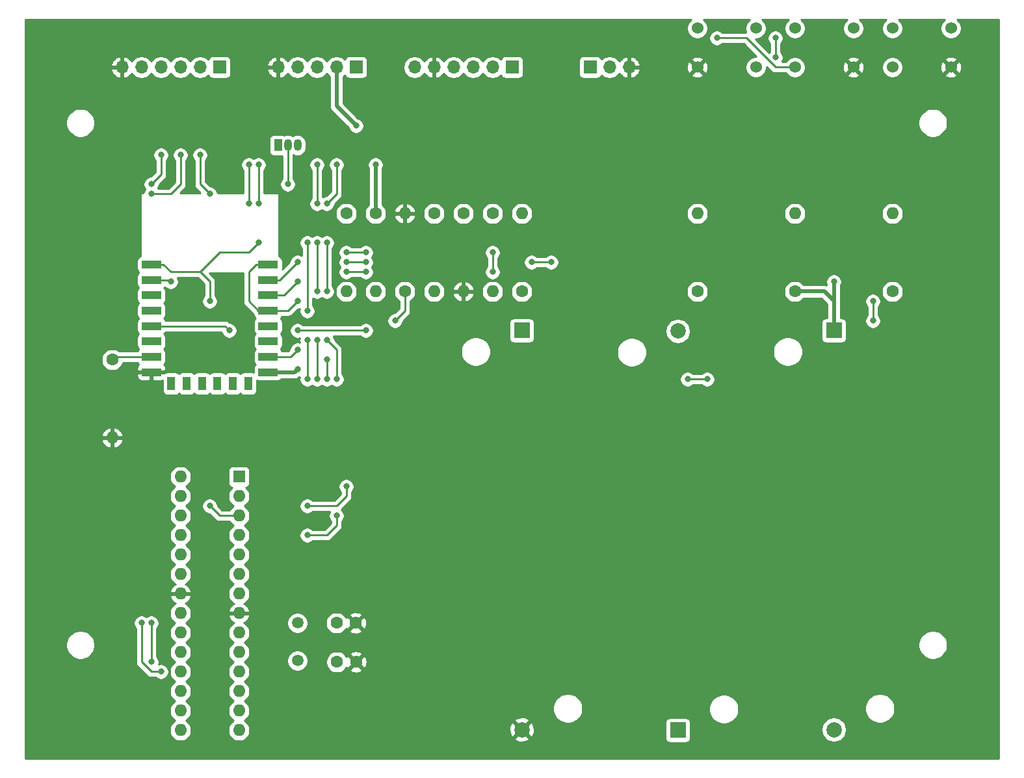
<source format=gbr>
%TF.GenerationSoftware,KiCad,Pcbnew,(5.1.9)-1*%
%TF.CreationDate,2021-03-08T13:05:12-05:00*%
%TF.ProjectId,eInk-picture-frame,65496e6b-2d70-4696-9374-7572652d6672,rev?*%
%TF.SameCoordinates,Original*%
%TF.FileFunction,Copper,L2,Bot*%
%TF.FilePolarity,Positive*%
%FSLAX46Y46*%
G04 Gerber Fmt 4.6, Leading zero omitted, Abs format (unit mm)*
G04 Created by KiCad (PCBNEW (5.1.9)-1) date 2021-03-08 13:05:12*
%MOMM*%
%LPD*%
G01*
G04 APERTURE LIST*
%TA.AperFunction,ComponentPad*%
%ADD10O,1.700000X1.700000*%
%TD*%
%TA.AperFunction,ComponentPad*%
%ADD11R,1.700000X1.700000*%
%TD*%
%TA.AperFunction,ComponentPad*%
%ADD12C,1.500000*%
%TD*%
%TA.AperFunction,ComponentPad*%
%ADD13C,1.524000*%
%TD*%
%TA.AperFunction,ComponentPad*%
%ADD14O,1.600000X1.600000*%
%TD*%
%TA.AperFunction,ComponentPad*%
%ADD15R,1.600000X1.600000*%
%TD*%
%TA.AperFunction,ComponentPad*%
%ADD16C,1.600000*%
%TD*%
%TA.AperFunction,SMDPad,CuDef*%
%ADD17R,2.500000X1.000000*%
%TD*%
%TA.AperFunction,SMDPad,CuDef*%
%ADD18R,1.000000X1.800000*%
%TD*%
%TA.AperFunction,ComponentPad*%
%ADD19R,1.050000X1.500000*%
%TD*%
%TA.AperFunction,ComponentPad*%
%ADD20O,1.050000X1.500000*%
%TD*%
%TA.AperFunction,ComponentPad*%
%ADD21R,2.000000X2.000000*%
%TD*%
%TA.AperFunction,ComponentPad*%
%ADD22C,2.000000*%
%TD*%
%TA.AperFunction,ViaPad*%
%ADD23C,0.800000*%
%TD*%
%TA.AperFunction,Conductor*%
%ADD24C,0.250000*%
%TD*%
%TA.AperFunction,Conductor*%
%ADD25C,0.500000*%
%TD*%
%TA.AperFunction,Conductor*%
%ADD26C,0.254000*%
%TD*%
%TA.AperFunction,Conductor*%
%ADD27C,0.100000*%
%TD*%
G04 APERTURE END LIST*
D10*
%TO.P,J3,3*%
%TO.N,GND*%
X157480000Y-49530000D03*
%TO.P,J3,2*%
%TO.N,+3V3*%
X154940000Y-49530000D03*
D11*
%TO.P,J3,1*%
%TO.N,+5V*%
X152400000Y-49530000D03*
%TD*%
D12*
%TO.P,Y1,2*%
%TO.N,Net-(C2-Pad1)*%
X114300000Y-126820000D03*
%TO.P,Y1,1*%
%TO.N,Net-(C1-Pad1)*%
X114300000Y-121920000D03*
%TD*%
D13*
%TO.P,U6,4*%
%TO.N,Net-(U6-Pad4)*%
X186690000Y-44450000D03*
%TO.P,U6,3*%
%TO.N,GND*%
X186690000Y-49530000D03*
%TO.P,U6,2*%
%TO.N,Net-(R9-Pad2)*%
X179070000Y-44450000D03*
%TO.P,U6,1*%
%TO.N,328_RST*%
X179070000Y-49530000D03*
%TD*%
D14*
%TO.P,U5,28*%
%TO.N,Net-(U5-Pad28)*%
X99060000Y-102870000D03*
%TO.P,U5,14*%
%TO.N,Net-(U5-Pad14)*%
X106680000Y-135890000D03*
%TO.P,U5,27*%
%TO.N,Net-(U5-Pad27)*%
X99060000Y-105410000D03*
%TO.P,U5,13*%
%TO.N,Net-(U5-Pad13)*%
X106680000Y-133350000D03*
%TO.P,U5,26*%
%TO.N,Net-(U5-Pad26)*%
X99060000Y-107950000D03*
%TO.P,U5,12*%
%TO.N,Net-(U5-Pad12)*%
X106680000Y-130810000D03*
%TO.P,U5,25*%
%TO.N,Net-(U5-Pad25)*%
X99060000Y-110490000D03*
%TO.P,U5,11*%
%TO.N,Net-(U5-Pad11)*%
X106680000Y-128270000D03*
%TO.P,U5,24*%
%TO.N,Net-(U5-Pad24)*%
X99060000Y-113030000D03*
%TO.P,U5,10*%
%TO.N,Net-(C2-Pad1)*%
X106680000Y-125730000D03*
%TO.P,U5,23*%
%TO.N,Net-(R10-Pad2)*%
X99060000Y-115570000D03*
%TO.P,U5,9*%
%TO.N,Net-(C1-Pad1)*%
X106680000Y-123190000D03*
%TO.P,U5,22*%
%TO.N,GND*%
X99060000Y-118110000D03*
%TO.P,U5,8*%
X106680000Y-120650000D03*
%TO.P,U5,21*%
%TO.N,Net-(U5-Pad21)*%
X99060000Y-120650000D03*
%TO.P,U5,7*%
%TO.N,+5V*%
X106680000Y-118110000D03*
%TO.P,U5,20*%
X99060000Y-123190000D03*
%TO.P,U5,6*%
%TO.N,eInk_EN*%
X106680000Y-115570000D03*
%TO.P,U5,19*%
%TO.N,328_SCK*%
X99060000Y-125730000D03*
%TO.P,U5,5*%
%TO.N,eInk_DOUT*%
X106680000Y-113030000D03*
%TO.P,U5,18*%
%TO.N,328_MISO*%
X99060000Y-128270000D03*
%TO.P,U5,4*%
%TO.N,eInk_DIN*%
X106680000Y-110490000D03*
%TO.P,U5,17*%
%TO.N,328_MOSI*%
X99060000Y-130810000D03*
%TO.P,U5,3*%
%TO.N,328_TX*%
X106680000Y-107950000D03*
%TO.P,U5,16*%
%TO.N,Net-(U5-Pad16)*%
X99060000Y-133350000D03*
%TO.P,U5,2*%
%TO.N,328_RX*%
X106680000Y-105410000D03*
%TO.P,U5,15*%
%TO.N,Net-(U5-Pad15)*%
X99060000Y-135890000D03*
D15*
%TO.P,U5,1*%
%TO.N,328_RST*%
X106680000Y-102870000D03*
%TD*%
D10*
%TO.P,U4,6*%
%TO.N,Net-(Q1-Pad1)*%
X129540000Y-49530000D03*
%TO.P,U4,5*%
%TO.N,GND*%
X132080000Y-49530000D03*
%TO.P,U4,4*%
%TO.N,eInk_DOUT*%
X134620000Y-49530000D03*
%TO.P,U4,3*%
%TO.N,eInk_DIN*%
X137160000Y-49530000D03*
%TO.P,U4,2*%
%TO.N,Net-(U4-Pad2)*%
X139700000Y-49530000D03*
D11*
%TO.P,U4,1*%
%TO.N,Net-(U4-Pad1)*%
X142240000Y-49530000D03*
%TD*%
D13*
%TO.P,U2,4*%
%TO.N,GND*%
X166370000Y-49530000D03*
%TO.P,U2,3*%
%TO.N,Net-(U2-Pad3)*%
X166370000Y-44450000D03*
%TO.P,U2,2*%
%TO.N,Net-(R6-Pad2)*%
X173990000Y-49530000D03*
%TO.P,U2,1*%
%TO.N,Net-(U2-Pad1)*%
X173990000Y-44450000D03*
%TD*%
D14*
%TO.P,R11,2*%
%TO.N,GND*%
X128270000Y-68580000D03*
D16*
%TO.P,R11,1*%
%TO.N,Net-(R10-Pad2)*%
X128270000Y-78740000D03*
%TD*%
D14*
%TO.P,R10,2*%
%TO.N,Net-(R10-Pad2)*%
X132080000Y-78740000D03*
D16*
%TO.P,R10,1*%
%TO.N,+5V*%
X132080000Y-68580000D03*
%TD*%
D14*
%TO.P,R9,2*%
%TO.N,Net-(R9-Pad2)*%
X179070000Y-68580000D03*
D16*
%TO.P,R9,1*%
%TO.N,+5V*%
X179070000Y-78740000D03*
%TD*%
D14*
%TO.P,R8,2*%
%TO.N,eInk_EN*%
X120650000Y-78740000D03*
D16*
%TO.P,R8,1*%
%TO.N,Net-(Q1-Pad2)*%
X120650000Y-68580000D03*
%TD*%
D14*
%TO.P,R7,2*%
%TO.N,ESP_WAKE*%
X124460000Y-78740000D03*
D16*
%TO.P,R7,1*%
%TO.N,+3V3*%
X124460000Y-68580000D03*
%TD*%
D14*
%TO.P,R6,2*%
%TO.N,Net-(R6-Pad2)*%
X166370000Y-68580000D03*
D16*
%TO.P,R6,1*%
%TO.N,+3V3*%
X166370000Y-78740000D03*
%TD*%
D14*
%TO.P,R5,2*%
%TO.N,GND*%
X135890000Y-78740000D03*
D16*
%TO.P,R5,1*%
%TO.N,Net-(R4-Pad2)*%
X135890000Y-68580000D03*
%TD*%
D14*
%TO.P,R4,2*%
%TO.N,Net-(R4-Pad2)*%
X139700000Y-78740000D03*
D16*
%TO.P,R4,1*%
%TO.N,Net-(R1-Pad2)*%
X139700000Y-68580000D03*
%TD*%
D14*
%TO.P,R1,2*%
%TO.N,Net-(R1-Pad2)*%
X143510000Y-68580000D03*
D16*
%TO.P,R1,1*%
%TO.N,+3V3*%
X143510000Y-78740000D03*
%TD*%
D10*
%TO.P,J2,6*%
%TO.N,GND*%
X91440000Y-49530000D03*
%TO.P,J2,5*%
%TO.N,328_SCK*%
X93980000Y-49530000D03*
%TO.P,J2,4*%
%TO.N,328_MISO*%
X96520000Y-49530000D03*
%TO.P,J2,3*%
%TO.N,328_MOSI*%
X99060000Y-49530000D03*
%TO.P,J2,2*%
%TO.N,328_RST*%
X101600000Y-49530000D03*
D11*
%TO.P,J2,1*%
%TO.N,+5V*%
X104140000Y-49530000D03*
%TD*%
D10*
%TO.P,J1,5*%
%TO.N,GND*%
X111760000Y-49530000D03*
%TO.P,J1,4*%
%TO.N,328_RX*%
X114300000Y-49530000D03*
%TO.P,J1,3*%
%TO.N,328_TX*%
X116840000Y-49530000D03*
%TO.P,J1,2*%
%TO.N,+3V3*%
X119380000Y-49530000D03*
D11*
%TO.P,J1,1*%
%TO.N,+5V*%
X121920000Y-49530000D03*
%TD*%
D16*
%TO.P,C2,2*%
%TO.N,GND*%
X121920000Y-127000000D03*
%TO.P,C2,1*%
%TO.N,Net-(C2-Pad1)*%
X119420000Y-127000000D03*
%TD*%
%TO.P,C1,2*%
%TO.N,GND*%
X121880000Y-121920000D03*
%TO.P,C1,1*%
%TO.N,Net-(C1-Pad1)*%
X119380000Y-121920000D03*
%TD*%
D13*
%TO.P,U3,4*%
%TO.N,Net-(U3-Pad4)*%
X199390000Y-44450000D03*
%TO.P,U3,3*%
%TO.N,GND*%
X199390000Y-49530000D03*
%TO.P,U3,2*%
%TO.N,Net-(U3-Pad2)*%
X191770000Y-44450000D03*
%TO.P,U3,1*%
%TO.N,Net-(R2-Pad2)*%
X191770000Y-49530000D03*
%TD*%
D17*
%TO.P,U1,1*%
%TO.N,ESP_WAKE*%
X110470000Y-75240000D03*
%TO.P,U1,2*%
%TO.N,Net-(R4-Pad2)*%
X110470000Y-77240000D03*
%TO.P,U1,3*%
%TO.N,Net-(R6-Pad2)*%
X110470000Y-79240000D03*
%TO.P,U1,4*%
%TO.N,ESP_WAKE*%
X110470000Y-81240000D03*
%TO.P,U1,5*%
%TO.N,Net-(U1-Pad5)*%
X110470000Y-83240000D03*
%TO.P,U1,6*%
%TO.N,Net-(U1-Pad6)*%
X110470000Y-85240000D03*
%TO.P,U1,7*%
%TO.N,eInk_EN*%
X110470000Y-87240000D03*
%TO.P,U1,8*%
%TO.N,+3V3*%
X110470000Y-89240000D03*
D18*
%TO.P,U1,9*%
%TO.N,Net-(U1-Pad9)*%
X107870000Y-90740000D03*
%TO.P,U1,10*%
%TO.N,Net-(U1-Pad10)*%
X105870000Y-90740000D03*
%TO.P,U1,11*%
%TO.N,Net-(U1-Pad11)*%
X103870000Y-90740000D03*
%TO.P,U1,12*%
%TO.N,Net-(U1-Pad12)*%
X101870000Y-90740000D03*
%TO.P,U1,13*%
%TO.N,Net-(U1-Pad13)*%
X99870000Y-90740000D03*
%TO.P,U1,14*%
%TO.N,Net-(U1-Pad14)*%
X97870000Y-90740000D03*
D17*
%TO.P,U1,15*%
%TO.N,GND*%
X95270000Y-89240000D03*
%TO.P,U1,16*%
%TO.N,Net-(R3-Pad1)*%
X95270000Y-87240000D03*
%TO.P,U1,17*%
%TO.N,Net-(U1-Pad17)*%
X95270000Y-85240000D03*
%TO.P,U1,18*%
%TO.N,Net-(R2-Pad2)*%
X95270000Y-83240000D03*
%TO.P,U1,19*%
%TO.N,Net-(U1-Pad19)*%
X95270000Y-81240000D03*
%TO.P,U1,20*%
%TO.N,Net-(U1-Pad20)*%
X95270000Y-79240000D03*
%TO.P,U1,21*%
%TO.N,328_RX*%
X95270000Y-77240000D03*
%TO.P,U1,22*%
%TO.N,328_TX*%
X95270000Y-75240000D03*
%TD*%
D14*
%TO.P,R3,2*%
%TO.N,GND*%
X90170000Y-97790000D03*
D16*
%TO.P,R3,1*%
%TO.N,Net-(R3-Pad1)*%
X90170000Y-87630000D03*
%TD*%
D14*
%TO.P,R2,2*%
%TO.N,Net-(R2-Pad2)*%
X191770000Y-68580000D03*
D16*
%TO.P,R2,1*%
%TO.N,+3V3*%
X191770000Y-78740000D03*
%TD*%
D19*
%TO.P,Q1,1*%
%TO.N,Net-(Q1-Pad1)*%
X111760000Y-59690000D03*
D20*
%TO.P,Q1,3*%
%TO.N,+5V*%
X114300000Y-59690000D03*
%TO.P,Q1,2*%
%TO.N,Net-(Q1-Pad2)*%
X113030000Y-59690000D03*
%TD*%
D21*
%TO.P,BT3,1*%
%TO.N,Net-(BT2-Pad2)*%
X143510000Y-83820000D03*
D22*
%TO.P,BT3,2*%
%TO.N,GND*%
X143510000Y-135810000D03*
%TD*%
%TO.P,BT2,2*%
%TO.N,Net-(BT2-Pad2)*%
X163830000Y-83900000D03*
D21*
%TO.P,BT2,1*%
%TO.N,+3V3*%
X163830000Y-135890000D03*
%TD*%
%TO.P,BT1,1*%
%TO.N,+5V*%
X184150000Y-83820000D03*
D22*
%TO.P,BT1,2*%
%TO.N,+3V3*%
X184150000Y-135810000D03*
%TD*%
D23*
%TO.N,Net-(Q1-Pad2)*%
X113030000Y-64770000D03*
%TO.N,Net-(R2-Pad2)*%
X105410000Y-83820000D03*
X114300000Y-83820000D03*
X123190000Y-83820000D03*
X165100000Y-90170000D03*
X167640000Y-90170000D03*
X189230000Y-82550000D03*
X189230000Y-80010000D03*
%TO.N,+5V*%
X184150000Y-77470000D03*
%TO.N,+3V3*%
X114300000Y-88900000D03*
X124460000Y-62230000D03*
X121920000Y-57150000D03*
%TO.N,328_RX*%
X97790000Y-77470000D03*
X107950000Y-62230000D03*
X107950000Y-67310000D03*
%TO.N,328_TX*%
X102870000Y-106680000D03*
X102870000Y-80010000D03*
X109220000Y-62230000D03*
X109220000Y-67310000D03*
X109220000Y-72390000D03*
%TO.N,328_MISO*%
X96520000Y-60960000D03*
X95250000Y-64770000D03*
X93980000Y-121920000D03*
X96520000Y-128270000D03*
%TO.N,328_MOSI*%
X99060000Y-60960000D03*
X95250000Y-66040000D03*
X95250000Y-121920000D03*
X95250000Y-127000000D03*
%TO.N,328_RST*%
X101600000Y-60960000D03*
X102870000Y-66040000D03*
X115570000Y-72390000D03*
X115570000Y-81280000D03*
X115570000Y-85090000D03*
X115570000Y-90170000D03*
X168910000Y-45720000D03*
%TO.N,Net-(R4-Pad2)*%
X114300000Y-74930000D03*
X139700000Y-76200000D03*
X139700000Y-73660000D03*
X120650000Y-73660000D03*
X123190000Y-73660000D03*
%TO.N,Net-(R6-Pad2)*%
X114300000Y-77470000D03*
X120650000Y-74930000D03*
X123190000Y-74930000D03*
X144780000Y-74930000D03*
X147320000Y-74930000D03*
%TO.N,ESP_WAKE*%
X114300000Y-80010000D03*
X120650000Y-76200000D03*
X123190000Y-76200000D03*
%TO.N,eInk_EN*%
X114300000Y-86360000D03*
X118110000Y-90170000D03*
X118110000Y-87630000D03*
%TO.N,Net-(R9-Pad2)*%
X176530000Y-45720000D03*
X176530000Y-48260000D03*
%TO.N,Net-(R10-Pad2)*%
X127000000Y-82550000D03*
X120650000Y-104140000D03*
X115570000Y-106680000D03*
%TO.N,eInk_DOUT*%
X116840000Y-90170000D03*
X116840000Y-85090000D03*
X116840000Y-78740000D03*
X116840000Y-72390000D03*
X116840000Y-67310000D03*
X116840000Y-62230000D03*
%TO.N,eInk_DIN*%
X119380000Y-62230000D03*
X118110000Y-67310000D03*
X118110000Y-72390000D03*
X118110000Y-78740000D03*
X118110000Y-85090000D03*
X119380000Y-90170000D03*
X119380000Y-107950000D03*
X115570000Y-110490000D03*
%TD*%
D24*
%TO.N,Net-(Q1-Pad2)*%
X113030000Y-59690000D02*
X113030000Y-64770000D01*
X113030000Y-64770000D02*
X113030000Y-64770000D01*
%TO.N,Net-(R2-Pad2)*%
X104830000Y-83240000D02*
X105410000Y-83820000D01*
X95270000Y-83240000D02*
X104830000Y-83240000D01*
X114300000Y-83820000D02*
X123190000Y-83820000D01*
X165100000Y-90170000D02*
X167640000Y-90170000D01*
X189230000Y-82550000D02*
X189230000Y-80010000D01*
%TO.N,Net-(R3-Pad1)*%
X95270000Y-87240000D02*
X90560000Y-87240000D01*
X90560000Y-87240000D02*
X90170000Y-87630000D01*
D25*
%TO.N,+5V*%
X184150000Y-83820000D02*
X184150000Y-80010000D01*
X184150000Y-80010000D02*
X184150000Y-77470000D01*
X184150000Y-77470000D02*
X184150000Y-77470000D01*
X182880000Y-78740000D02*
X184150000Y-80010000D01*
X179070000Y-78740000D02*
X182880000Y-78740000D01*
%TO.N,+3V3*%
X113960000Y-89240000D02*
X114300000Y-88900000D01*
X110470000Y-89240000D02*
X113960000Y-89240000D01*
X124460000Y-68580000D02*
X124460000Y-62230000D01*
X121920000Y-57150000D02*
X119380000Y-54610000D01*
X119380000Y-54610000D02*
X119380000Y-49530000D01*
D24*
%TO.N,328_RX*%
X97560000Y-77240000D02*
X97790000Y-77470000D01*
X95270000Y-77240000D02*
X97560000Y-77240000D01*
X107950000Y-62230000D02*
X107950000Y-67310000D01*
%TO.N,328_TX*%
X96830000Y-75240000D02*
X97790000Y-76200000D01*
X95270000Y-75240000D02*
X96830000Y-75240000D01*
X104140000Y-107950000D02*
X102870000Y-106680000D01*
X106680000Y-107950000D02*
X104140000Y-107950000D01*
X102870000Y-80010000D02*
X102870000Y-77470000D01*
X101600000Y-76200000D02*
X97790000Y-76200000D01*
X102870000Y-77470000D02*
X101600000Y-76200000D01*
X109220000Y-62230000D02*
X109220000Y-67310000D01*
X109220000Y-72390000D02*
X107950000Y-73660000D01*
X107950000Y-73660000D02*
X104140000Y-73660000D01*
X104140000Y-73660000D02*
X101600000Y-76200000D01*
%TO.N,328_MISO*%
X96520000Y-60960000D02*
X96520000Y-63500000D01*
X96520000Y-63500000D02*
X95250000Y-64770000D01*
X93980000Y-127000000D02*
X93980000Y-121920000D01*
X95250000Y-128270000D02*
X93980000Y-127000000D01*
X96520000Y-128270000D02*
X95250000Y-128270000D01*
%TO.N,328_MOSI*%
X99060000Y-60960000D02*
X99060000Y-64770000D01*
X97790000Y-66040000D02*
X95250000Y-66040000D01*
X99060000Y-64770000D02*
X97790000Y-66040000D01*
X95250000Y-121920000D02*
X95250000Y-127000000D01*
%TO.N,328_RST*%
X101600000Y-60960000D02*
X101600000Y-64770000D01*
X101600000Y-64770000D02*
X102870000Y-66040000D01*
X115570000Y-72390000D02*
X115570000Y-81280000D01*
X115570000Y-85090000D02*
X115570000Y-90170000D01*
X168910000Y-45720000D02*
X171788762Y-45720000D01*
X171788762Y-45720000D02*
X172720000Y-45720000D01*
X172720000Y-45720000D02*
X176530000Y-49530000D01*
X176530000Y-49530000D02*
X179070000Y-49530000D01*
%TO.N,Net-(R4-Pad2)*%
X110470000Y-77240000D02*
X111990000Y-77240000D01*
X111990000Y-77240000D02*
X114300000Y-74930000D01*
X114300000Y-74930000D02*
X114300000Y-74930000D01*
X139700000Y-76200000D02*
X139700000Y-73660000D01*
X120650000Y-73660000D02*
X123190000Y-73660000D01*
%TO.N,Net-(R6-Pad2)*%
X110470000Y-79240000D02*
X112530000Y-79240000D01*
X112530000Y-79240000D02*
X114300000Y-77470000D01*
X114300000Y-77470000D02*
X114300000Y-77470000D01*
X120650000Y-74930000D02*
X123190000Y-74930000D01*
X123190000Y-74930000D02*
X123190000Y-74930000D01*
X144780000Y-74930000D02*
X147320000Y-74930000D01*
%TO.N,ESP_WAKE*%
X110470000Y-81240000D02*
X113070000Y-81240000D01*
X113070000Y-81240000D02*
X114300000Y-80010000D01*
X114300000Y-80010000D02*
X114300000Y-80010000D01*
X120650000Y-76200000D02*
X123190000Y-76200000D01*
X123190000Y-76200000D02*
X123190000Y-76200000D01*
X110470000Y-75240000D02*
X108910000Y-75240000D01*
X108910000Y-75240000D02*
X107950000Y-76200000D01*
X107950000Y-76200000D02*
X107950000Y-78740000D01*
X110470000Y-81240000D02*
X109180000Y-81240000D01*
X109180000Y-81240000D02*
X107950000Y-80010000D01*
X107950000Y-80010000D02*
X107950000Y-78740000D01*
%TO.N,eInk_EN*%
X110470000Y-87240000D02*
X113420000Y-87240000D01*
X113420000Y-87240000D02*
X114300000Y-86360000D01*
X114300000Y-86360000D02*
X114300000Y-86360000D01*
X118110000Y-90170000D02*
X118110000Y-87630000D01*
%TO.N,Net-(R9-Pad2)*%
X176530000Y-45720000D02*
X176530000Y-48260000D01*
%TO.N,Net-(R10-Pad2)*%
X128270000Y-78740000D02*
X128270000Y-81280000D01*
X128270000Y-81280000D02*
X127000000Y-82550000D01*
X120650000Y-104140000D02*
X120650000Y-105410000D01*
X120650000Y-105410000D02*
X119380000Y-106680000D01*
X119380000Y-106680000D02*
X115570000Y-106680000D01*
%TO.N,eInk_DOUT*%
X116840000Y-90170000D02*
X116840000Y-85090000D01*
X116840000Y-78740000D02*
X116840000Y-72390000D01*
X116840000Y-67310000D02*
X116840000Y-62230000D01*
%TO.N,eInk_DIN*%
X119380000Y-66040000D02*
X118110000Y-67310000D01*
X119380000Y-62230000D02*
X119380000Y-66040000D01*
X118110000Y-72390000D02*
X118110000Y-78740000D01*
X119380000Y-86360000D02*
X119380000Y-90170000D01*
X118110000Y-85090000D02*
X119380000Y-86360000D01*
X119380000Y-107950000D02*
X119380000Y-109220000D01*
X118110000Y-110490000D02*
X115570000Y-110490000D01*
X119380000Y-109220000D02*
X118110000Y-110490000D01*
%TD*%
D26*
%TO.N,GND*%
X165479465Y-43364880D02*
X165284880Y-43559465D01*
X165131995Y-43788273D01*
X165026686Y-44042510D01*
X164973000Y-44312408D01*
X164973000Y-44587592D01*
X165026686Y-44857490D01*
X165131995Y-45111727D01*
X165284880Y-45340535D01*
X165479465Y-45535120D01*
X165708273Y-45688005D01*
X165962510Y-45793314D01*
X166232408Y-45847000D01*
X166507592Y-45847000D01*
X166777490Y-45793314D01*
X167031727Y-45688005D01*
X167260535Y-45535120D01*
X167455120Y-45340535D01*
X167608005Y-45111727D01*
X167713314Y-44857490D01*
X167767000Y-44587592D01*
X167767000Y-44312408D01*
X167713314Y-44042510D01*
X167608005Y-43788273D01*
X167455120Y-43559465D01*
X167260535Y-43364880D01*
X167173912Y-43307000D01*
X173186088Y-43307000D01*
X173099465Y-43364880D01*
X172904880Y-43559465D01*
X172751995Y-43788273D01*
X172646686Y-44042510D01*
X172593000Y-44312408D01*
X172593000Y-44587592D01*
X172646686Y-44857490D01*
X172688894Y-44959388D01*
X172682678Y-44960000D01*
X169613711Y-44960000D01*
X169569774Y-44916063D01*
X169400256Y-44802795D01*
X169211898Y-44724774D01*
X169011939Y-44685000D01*
X168808061Y-44685000D01*
X168608102Y-44724774D01*
X168419744Y-44802795D01*
X168250226Y-44916063D01*
X168106063Y-45060226D01*
X167992795Y-45229744D01*
X167914774Y-45418102D01*
X167875000Y-45618061D01*
X167875000Y-45821939D01*
X167914774Y-46021898D01*
X167992795Y-46210256D01*
X168106063Y-46379774D01*
X168250226Y-46523937D01*
X168419744Y-46637205D01*
X168608102Y-46715226D01*
X168808061Y-46755000D01*
X169011939Y-46755000D01*
X169211898Y-46715226D01*
X169400256Y-46637205D01*
X169569774Y-46523937D01*
X169613711Y-46480000D01*
X172405199Y-46480000D01*
X174058199Y-48133000D01*
X173852408Y-48133000D01*
X173582510Y-48186686D01*
X173328273Y-48291995D01*
X173099465Y-48444880D01*
X172904880Y-48639465D01*
X172751995Y-48868273D01*
X172646686Y-49122510D01*
X172593000Y-49392408D01*
X172593000Y-49667592D01*
X172646686Y-49937490D01*
X172751995Y-50191727D01*
X172904880Y-50420535D01*
X173099465Y-50615120D01*
X173328273Y-50768005D01*
X173582510Y-50873314D01*
X173852408Y-50927000D01*
X174127592Y-50927000D01*
X174397490Y-50873314D01*
X174651727Y-50768005D01*
X174880535Y-50615120D01*
X175075120Y-50420535D01*
X175228005Y-50191727D01*
X175333314Y-49937490D01*
X175387000Y-49667592D01*
X175387000Y-49461802D01*
X175966201Y-50041003D01*
X175989999Y-50070001D01*
X176105724Y-50164974D01*
X176237753Y-50235546D01*
X176381014Y-50279003D01*
X176492667Y-50290000D01*
X176492675Y-50290000D01*
X176530000Y-50293676D01*
X176567325Y-50290000D01*
X177897659Y-50290000D01*
X177984880Y-50420535D01*
X178179465Y-50615120D01*
X178408273Y-50768005D01*
X178662510Y-50873314D01*
X178932408Y-50927000D01*
X179207592Y-50927000D01*
X179477490Y-50873314D01*
X179731727Y-50768005D01*
X179960535Y-50615120D01*
X180080090Y-50495565D01*
X185904040Y-50495565D01*
X185971020Y-50735656D01*
X186220048Y-50852756D01*
X186487135Y-50919023D01*
X186762017Y-50931910D01*
X187034133Y-50890922D01*
X187293023Y-50797636D01*
X187408980Y-50735656D01*
X187475960Y-50495565D01*
X186690000Y-49709605D01*
X185904040Y-50495565D01*
X180080090Y-50495565D01*
X180155120Y-50420535D01*
X180308005Y-50191727D01*
X180413314Y-49937490D01*
X180467000Y-49667592D01*
X180467000Y-49602017D01*
X185288090Y-49602017D01*
X185329078Y-49874133D01*
X185422364Y-50133023D01*
X185484344Y-50248980D01*
X185724435Y-50315960D01*
X186510395Y-49530000D01*
X186869605Y-49530000D01*
X187655565Y-50315960D01*
X187895656Y-50248980D01*
X188012756Y-49999952D01*
X188079023Y-49732865D01*
X188091910Y-49457983D01*
X188082033Y-49392408D01*
X190373000Y-49392408D01*
X190373000Y-49667592D01*
X190426686Y-49937490D01*
X190531995Y-50191727D01*
X190684880Y-50420535D01*
X190879465Y-50615120D01*
X191108273Y-50768005D01*
X191362510Y-50873314D01*
X191632408Y-50927000D01*
X191907592Y-50927000D01*
X192177490Y-50873314D01*
X192431727Y-50768005D01*
X192660535Y-50615120D01*
X192780090Y-50495565D01*
X198604040Y-50495565D01*
X198671020Y-50735656D01*
X198920048Y-50852756D01*
X199187135Y-50919023D01*
X199462017Y-50931910D01*
X199734133Y-50890922D01*
X199993023Y-50797636D01*
X200108980Y-50735656D01*
X200175960Y-50495565D01*
X199390000Y-49709605D01*
X198604040Y-50495565D01*
X192780090Y-50495565D01*
X192855120Y-50420535D01*
X193008005Y-50191727D01*
X193113314Y-49937490D01*
X193167000Y-49667592D01*
X193167000Y-49602017D01*
X197988090Y-49602017D01*
X198029078Y-49874133D01*
X198122364Y-50133023D01*
X198184344Y-50248980D01*
X198424435Y-50315960D01*
X199210395Y-49530000D01*
X199569605Y-49530000D01*
X200355565Y-50315960D01*
X200595656Y-50248980D01*
X200712756Y-49999952D01*
X200779023Y-49732865D01*
X200791910Y-49457983D01*
X200750922Y-49185867D01*
X200657636Y-48926977D01*
X200595656Y-48811020D01*
X200355565Y-48744040D01*
X199569605Y-49530000D01*
X199210395Y-49530000D01*
X198424435Y-48744040D01*
X198184344Y-48811020D01*
X198067244Y-49060048D01*
X198000977Y-49327135D01*
X197988090Y-49602017D01*
X193167000Y-49602017D01*
X193167000Y-49392408D01*
X193113314Y-49122510D01*
X193008005Y-48868273D01*
X192855120Y-48639465D01*
X192780090Y-48564435D01*
X198604040Y-48564435D01*
X199390000Y-49350395D01*
X200175960Y-48564435D01*
X200108980Y-48324344D01*
X199859952Y-48207244D01*
X199592865Y-48140977D01*
X199317983Y-48128090D01*
X199045867Y-48169078D01*
X198786977Y-48262364D01*
X198671020Y-48324344D01*
X198604040Y-48564435D01*
X192780090Y-48564435D01*
X192660535Y-48444880D01*
X192431727Y-48291995D01*
X192177490Y-48186686D01*
X191907592Y-48133000D01*
X191632408Y-48133000D01*
X191362510Y-48186686D01*
X191108273Y-48291995D01*
X190879465Y-48444880D01*
X190684880Y-48639465D01*
X190531995Y-48868273D01*
X190426686Y-49122510D01*
X190373000Y-49392408D01*
X188082033Y-49392408D01*
X188050922Y-49185867D01*
X187957636Y-48926977D01*
X187895656Y-48811020D01*
X187655565Y-48744040D01*
X186869605Y-49530000D01*
X186510395Y-49530000D01*
X185724435Y-48744040D01*
X185484344Y-48811020D01*
X185367244Y-49060048D01*
X185300977Y-49327135D01*
X185288090Y-49602017D01*
X180467000Y-49602017D01*
X180467000Y-49392408D01*
X180413314Y-49122510D01*
X180308005Y-48868273D01*
X180155120Y-48639465D01*
X180080090Y-48564435D01*
X185904040Y-48564435D01*
X186690000Y-49350395D01*
X187475960Y-48564435D01*
X187408980Y-48324344D01*
X187159952Y-48207244D01*
X186892865Y-48140977D01*
X186617983Y-48128090D01*
X186345867Y-48169078D01*
X186086977Y-48262364D01*
X185971020Y-48324344D01*
X185904040Y-48564435D01*
X180080090Y-48564435D01*
X179960535Y-48444880D01*
X179731727Y-48291995D01*
X179477490Y-48186686D01*
X179207592Y-48133000D01*
X178932408Y-48133000D01*
X178662510Y-48186686D01*
X178408273Y-48291995D01*
X178179465Y-48444880D01*
X177984880Y-48639465D01*
X177897659Y-48770000D01*
X177434013Y-48770000D01*
X177447205Y-48750256D01*
X177525226Y-48561898D01*
X177565000Y-48361939D01*
X177565000Y-48158061D01*
X177525226Y-47958102D01*
X177447205Y-47769744D01*
X177333937Y-47600226D01*
X177290000Y-47556289D01*
X177290000Y-46423711D01*
X177333937Y-46379774D01*
X177447205Y-46210256D01*
X177525226Y-46021898D01*
X177565000Y-45821939D01*
X177565000Y-45618061D01*
X177525226Y-45418102D01*
X177447205Y-45229744D01*
X177333937Y-45060226D01*
X177189774Y-44916063D01*
X177020256Y-44802795D01*
X176831898Y-44724774D01*
X176631939Y-44685000D01*
X176428061Y-44685000D01*
X176228102Y-44724774D01*
X176039744Y-44802795D01*
X175870226Y-44916063D01*
X175726063Y-45060226D01*
X175612795Y-45229744D01*
X175534774Y-45418102D01*
X175495000Y-45618061D01*
X175495000Y-45821939D01*
X175534774Y-46021898D01*
X175612795Y-46210256D01*
X175726063Y-46379774D01*
X175770000Y-46423711D01*
X175770001Y-47556288D01*
X175726063Y-47600226D01*
X175705621Y-47630819D01*
X173921801Y-45847000D01*
X174127592Y-45847000D01*
X174397490Y-45793314D01*
X174651727Y-45688005D01*
X174880535Y-45535120D01*
X175075120Y-45340535D01*
X175228005Y-45111727D01*
X175333314Y-44857490D01*
X175387000Y-44587592D01*
X175387000Y-44312408D01*
X175333314Y-44042510D01*
X175228005Y-43788273D01*
X175075120Y-43559465D01*
X174880535Y-43364880D01*
X174793912Y-43307000D01*
X178266088Y-43307000D01*
X178179465Y-43364880D01*
X177984880Y-43559465D01*
X177831995Y-43788273D01*
X177726686Y-44042510D01*
X177673000Y-44312408D01*
X177673000Y-44587592D01*
X177726686Y-44857490D01*
X177831995Y-45111727D01*
X177984880Y-45340535D01*
X178179465Y-45535120D01*
X178408273Y-45688005D01*
X178662510Y-45793314D01*
X178932408Y-45847000D01*
X179207592Y-45847000D01*
X179477490Y-45793314D01*
X179731727Y-45688005D01*
X179960535Y-45535120D01*
X180155120Y-45340535D01*
X180308005Y-45111727D01*
X180413314Y-44857490D01*
X180467000Y-44587592D01*
X180467000Y-44312408D01*
X180413314Y-44042510D01*
X180308005Y-43788273D01*
X180155120Y-43559465D01*
X179960535Y-43364880D01*
X179873912Y-43307000D01*
X185886088Y-43307000D01*
X185799465Y-43364880D01*
X185604880Y-43559465D01*
X185451995Y-43788273D01*
X185346686Y-44042510D01*
X185293000Y-44312408D01*
X185293000Y-44587592D01*
X185346686Y-44857490D01*
X185451995Y-45111727D01*
X185604880Y-45340535D01*
X185799465Y-45535120D01*
X186028273Y-45688005D01*
X186282510Y-45793314D01*
X186552408Y-45847000D01*
X186827592Y-45847000D01*
X187097490Y-45793314D01*
X187351727Y-45688005D01*
X187580535Y-45535120D01*
X187775120Y-45340535D01*
X187928005Y-45111727D01*
X188033314Y-44857490D01*
X188087000Y-44587592D01*
X188087000Y-44312408D01*
X188033314Y-44042510D01*
X187928005Y-43788273D01*
X187775120Y-43559465D01*
X187580535Y-43364880D01*
X187493912Y-43307000D01*
X190966088Y-43307000D01*
X190879465Y-43364880D01*
X190684880Y-43559465D01*
X190531995Y-43788273D01*
X190426686Y-44042510D01*
X190373000Y-44312408D01*
X190373000Y-44587592D01*
X190426686Y-44857490D01*
X190531995Y-45111727D01*
X190684880Y-45340535D01*
X190879465Y-45535120D01*
X191108273Y-45688005D01*
X191362510Y-45793314D01*
X191632408Y-45847000D01*
X191907592Y-45847000D01*
X192177490Y-45793314D01*
X192431727Y-45688005D01*
X192660535Y-45535120D01*
X192855120Y-45340535D01*
X193008005Y-45111727D01*
X193113314Y-44857490D01*
X193167000Y-44587592D01*
X193167000Y-44312408D01*
X193113314Y-44042510D01*
X193008005Y-43788273D01*
X192855120Y-43559465D01*
X192660535Y-43364880D01*
X192573912Y-43307000D01*
X198586088Y-43307000D01*
X198499465Y-43364880D01*
X198304880Y-43559465D01*
X198151995Y-43788273D01*
X198046686Y-44042510D01*
X197993000Y-44312408D01*
X197993000Y-44587592D01*
X198046686Y-44857490D01*
X198151995Y-45111727D01*
X198304880Y-45340535D01*
X198499465Y-45535120D01*
X198728273Y-45688005D01*
X198982510Y-45793314D01*
X199252408Y-45847000D01*
X199527592Y-45847000D01*
X199797490Y-45793314D01*
X200051727Y-45688005D01*
X200280535Y-45535120D01*
X200475120Y-45340535D01*
X200628005Y-45111727D01*
X200733314Y-44857490D01*
X200787000Y-44587592D01*
X200787000Y-44312408D01*
X200733314Y-44042510D01*
X200628005Y-43788273D01*
X200475120Y-43559465D01*
X200280535Y-43364880D01*
X200193912Y-43307000D01*
X205613000Y-43307000D01*
X205613000Y-139573000D01*
X78867000Y-139573000D01*
X78867000Y-124582374D01*
X84145000Y-124582374D01*
X84145000Y-124957626D01*
X84218209Y-125325668D01*
X84361811Y-125672356D01*
X84570290Y-125984366D01*
X84835634Y-126249710D01*
X85147644Y-126458189D01*
X85494332Y-126601791D01*
X85862374Y-126675000D01*
X86237626Y-126675000D01*
X86605668Y-126601791D01*
X86952356Y-126458189D01*
X87264366Y-126249710D01*
X87529710Y-125984366D01*
X87738189Y-125672356D01*
X87881791Y-125325668D01*
X87955000Y-124957626D01*
X87955000Y-124582374D01*
X87881791Y-124214332D01*
X87738189Y-123867644D01*
X87529710Y-123555634D01*
X87264366Y-123290290D01*
X86952356Y-123081811D01*
X86605668Y-122938209D01*
X86237626Y-122865000D01*
X85862374Y-122865000D01*
X85494332Y-122938209D01*
X85147644Y-123081811D01*
X84835634Y-123290290D01*
X84570290Y-123555634D01*
X84361811Y-123867644D01*
X84218209Y-124214332D01*
X84145000Y-124582374D01*
X78867000Y-124582374D01*
X78867000Y-121818061D01*
X92945000Y-121818061D01*
X92945000Y-122021939D01*
X92984774Y-122221898D01*
X93062795Y-122410256D01*
X93176063Y-122579774D01*
X93220001Y-122623712D01*
X93220000Y-126962677D01*
X93216324Y-127000000D01*
X93220000Y-127037322D01*
X93220000Y-127037332D01*
X93230997Y-127148985D01*
X93253749Y-127223989D01*
X93274454Y-127292246D01*
X93345026Y-127424276D01*
X93379320Y-127466063D01*
X93439999Y-127540001D01*
X93469003Y-127563804D01*
X94686201Y-128781003D01*
X94709999Y-128810001D01*
X94825724Y-128904974D01*
X94957753Y-128975546D01*
X95101014Y-129019003D01*
X95212667Y-129030000D01*
X95212676Y-129030000D01*
X95249999Y-129033676D01*
X95287322Y-129030000D01*
X95816289Y-129030000D01*
X95860226Y-129073937D01*
X96029744Y-129187205D01*
X96218102Y-129265226D01*
X96418061Y-129305000D01*
X96621939Y-129305000D01*
X96821898Y-129265226D01*
X97010256Y-129187205D01*
X97179774Y-129073937D01*
X97323937Y-128929774D01*
X97437205Y-128760256D01*
X97515226Y-128571898D01*
X97555000Y-128371939D01*
X97555000Y-128168061D01*
X97515226Y-127968102D01*
X97437205Y-127779744D01*
X97323937Y-127610226D01*
X97179774Y-127466063D01*
X97010256Y-127352795D01*
X96821898Y-127274774D01*
X96621939Y-127235000D01*
X96418061Y-127235000D01*
X96251961Y-127268039D01*
X96285000Y-127101939D01*
X96285000Y-126898061D01*
X96245226Y-126698102D01*
X96167205Y-126509744D01*
X96053937Y-126340226D01*
X96010000Y-126296289D01*
X96010000Y-122623711D01*
X96053937Y-122579774D01*
X96167205Y-122410256D01*
X96245226Y-122221898D01*
X96285000Y-122021939D01*
X96285000Y-121818061D01*
X96245226Y-121618102D01*
X96167205Y-121429744D01*
X96053937Y-121260226D01*
X95909774Y-121116063D01*
X95740256Y-121002795D01*
X95551898Y-120924774D01*
X95351939Y-120885000D01*
X95148061Y-120885000D01*
X94948102Y-120924774D01*
X94759744Y-121002795D01*
X94615000Y-121099510D01*
X94470256Y-121002795D01*
X94281898Y-120924774D01*
X94081939Y-120885000D01*
X93878061Y-120885000D01*
X93678102Y-120924774D01*
X93489744Y-121002795D01*
X93320226Y-121116063D01*
X93176063Y-121260226D01*
X93062795Y-121429744D01*
X92984774Y-121618102D01*
X92945000Y-121818061D01*
X78867000Y-121818061D01*
X78867000Y-120508665D01*
X97625000Y-120508665D01*
X97625000Y-120791335D01*
X97680147Y-121068574D01*
X97788320Y-121329727D01*
X97945363Y-121564759D01*
X98145241Y-121764637D01*
X98377759Y-121920000D01*
X98145241Y-122075363D01*
X97945363Y-122275241D01*
X97788320Y-122510273D01*
X97680147Y-122771426D01*
X97625000Y-123048665D01*
X97625000Y-123331335D01*
X97680147Y-123608574D01*
X97788320Y-123869727D01*
X97945363Y-124104759D01*
X98145241Y-124304637D01*
X98377759Y-124460000D01*
X98145241Y-124615363D01*
X97945363Y-124815241D01*
X97788320Y-125050273D01*
X97680147Y-125311426D01*
X97625000Y-125588665D01*
X97625000Y-125871335D01*
X97680147Y-126148574D01*
X97788320Y-126409727D01*
X97945363Y-126644759D01*
X98145241Y-126844637D01*
X98377759Y-127000000D01*
X98145241Y-127155363D01*
X97945363Y-127355241D01*
X97788320Y-127590273D01*
X97680147Y-127851426D01*
X97625000Y-128128665D01*
X97625000Y-128411335D01*
X97680147Y-128688574D01*
X97788320Y-128949727D01*
X97945363Y-129184759D01*
X98145241Y-129384637D01*
X98377759Y-129540000D01*
X98145241Y-129695363D01*
X97945363Y-129895241D01*
X97788320Y-130130273D01*
X97680147Y-130391426D01*
X97625000Y-130668665D01*
X97625000Y-130951335D01*
X97680147Y-131228574D01*
X97788320Y-131489727D01*
X97945363Y-131724759D01*
X98145241Y-131924637D01*
X98377759Y-132080000D01*
X98145241Y-132235363D01*
X97945363Y-132435241D01*
X97788320Y-132670273D01*
X97680147Y-132931426D01*
X97625000Y-133208665D01*
X97625000Y-133491335D01*
X97680147Y-133768574D01*
X97788320Y-134029727D01*
X97945363Y-134264759D01*
X98145241Y-134464637D01*
X98377759Y-134620000D01*
X98145241Y-134775363D01*
X97945363Y-134975241D01*
X97788320Y-135210273D01*
X97680147Y-135471426D01*
X97625000Y-135748665D01*
X97625000Y-136031335D01*
X97680147Y-136308574D01*
X97788320Y-136569727D01*
X97945363Y-136804759D01*
X98145241Y-137004637D01*
X98380273Y-137161680D01*
X98641426Y-137269853D01*
X98918665Y-137325000D01*
X99201335Y-137325000D01*
X99478574Y-137269853D01*
X99739727Y-137161680D01*
X99974759Y-137004637D01*
X100174637Y-136804759D01*
X100331680Y-136569727D01*
X100439853Y-136308574D01*
X100495000Y-136031335D01*
X100495000Y-135748665D01*
X100439853Y-135471426D01*
X100331680Y-135210273D01*
X100174637Y-134975241D01*
X99974759Y-134775363D01*
X99742241Y-134620000D01*
X99974759Y-134464637D01*
X100174637Y-134264759D01*
X100331680Y-134029727D01*
X100439853Y-133768574D01*
X100495000Y-133491335D01*
X100495000Y-133208665D01*
X100439853Y-132931426D01*
X100331680Y-132670273D01*
X100174637Y-132435241D01*
X99974759Y-132235363D01*
X99742241Y-132080000D01*
X99974759Y-131924637D01*
X100174637Y-131724759D01*
X100331680Y-131489727D01*
X100439853Y-131228574D01*
X100495000Y-130951335D01*
X100495000Y-130668665D01*
X100439853Y-130391426D01*
X100331680Y-130130273D01*
X100174637Y-129895241D01*
X99974759Y-129695363D01*
X99742241Y-129540000D01*
X99974759Y-129384637D01*
X100174637Y-129184759D01*
X100331680Y-128949727D01*
X100439853Y-128688574D01*
X100495000Y-128411335D01*
X100495000Y-128128665D01*
X100439853Y-127851426D01*
X100331680Y-127590273D01*
X100174637Y-127355241D01*
X99974759Y-127155363D01*
X99742241Y-127000000D01*
X99974759Y-126844637D01*
X100174637Y-126644759D01*
X100331680Y-126409727D01*
X100439853Y-126148574D01*
X100495000Y-125871335D01*
X100495000Y-125588665D01*
X100439853Y-125311426D01*
X100331680Y-125050273D01*
X100174637Y-124815241D01*
X99974759Y-124615363D01*
X99742241Y-124460000D01*
X99974759Y-124304637D01*
X100174637Y-124104759D01*
X100331680Y-123869727D01*
X100439853Y-123608574D01*
X100495000Y-123331335D01*
X100495000Y-123048665D01*
X105245000Y-123048665D01*
X105245000Y-123331335D01*
X105300147Y-123608574D01*
X105408320Y-123869727D01*
X105565363Y-124104759D01*
X105765241Y-124304637D01*
X105997759Y-124460000D01*
X105765241Y-124615363D01*
X105565363Y-124815241D01*
X105408320Y-125050273D01*
X105300147Y-125311426D01*
X105245000Y-125588665D01*
X105245000Y-125871335D01*
X105300147Y-126148574D01*
X105408320Y-126409727D01*
X105565363Y-126644759D01*
X105765241Y-126844637D01*
X105997759Y-127000000D01*
X105765241Y-127155363D01*
X105565363Y-127355241D01*
X105408320Y-127590273D01*
X105300147Y-127851426D01*
X105245000Y-128128665D01*
X105245000Y-128411335D01*
X105300147Y-128688574D01*
X105408320Y-128949727D01*
X105565363Y-129184759D01*
X105765241Y-129384637D01*
X105997759Y-129540000D01*
X105765241Y-129695363D01*
X105565363Y-129895241D01*
X105408320Y-130130273D01*
X105300147Y-130391426D01*
X105245000Y-130668665D01*
X105245000Y-130951335D01*
X105300147Y-131228574D01*
X105408320Y-131489727D01*
X105565363Y-131724759D01*
X105765241Y-131924637D01*
X105997759Y-132080000D01*
X105765241Y-132235363D01*
X105565363Y-132435241D01*
X105408320Y-132670273D01*
X105300147Y-132931426D01*
X105245000Y-133208665D01*
X105245000Y-133491335D01*
X105300147Y-133768574D01*
X105408320Y-134029727D01*
X105565363Y-134264759D01*
X105765241Y-134464637D01*
X105997759Y-134620000D01*
X105765241Y-134775363D01*
X105565363Y-134975241D01*
X105408320Y-135210273D01*
X105300147Y-135471426D01*
X105245000Y-135748665D01*
X105245000Y-136031335D01*
X105300147Y-136308574D01*
X105408320Y-136569727D01*
X105565363Y-136804759D01*
X105765241Y-137004637D01*
X106000273Y-137161680D01*
X106261426Y-137269853D01*
X106538665Y-137325000D01*
X106821335Y-137325000D01*
X107098574Y-137269853D01*
X107359727Y-137161680D01*
X107594759Y-137004637D01*
X107653983Y-136945413D01*
X142554192Y-136945413D01*
X142649956Y-137209814D01*
X142939571Y-137350704D01*
X143251108Y-137432384D01*
X143572595Y-137451718D01*
X143891675Y-137407961D01*
X144196088Y-137302795D01*
X144370044Y-137209814D01*
X144465808Y-136945413D01*
X143510000Y-135989605D01*
X142554192Y-136945413D01*
X107653983Y-136945413D01*
X107794637Y-136804759D01*
X107951680Y-136569727D01*
X108059853Y-136308574D01*
X108115000Y-136031335D01*
X108115000Y-135872595D01*
X141868282Y-135872595D01*
X141912039Y-136191675D01*
X142017205Y-136496088D01*
X142110186Y-136670044D01*
X142374587Y-136765808D01*
X143330395Y-135810000D01*
X143689605Y-135810000D01*
X144645413Y-136765808D01*
X144909814Y-136670044D01*
X145050704Y-136380429D01*
X145132384Y-136068892D01*
X145151718Y-135747405D01*
X145107961Y-135428325D01*
X145002795Y-135123912D01*
X144909814Y-134949956D01*
X144645413Y-134854192D01*
X143689605Y-135810000D01*
X143330395Y-135810000D01*
X142374587Y-134854192D01*
X142110186Y-134949956D01*
X141969296Y-135239571D01*
X141887616Y-135551108D01*
X141868282Y-135872595D01*
X108115000Y-135872595D01*
X108115000Y-135748665D01*
X108059853Y-135471426D01*
X107951680Y-135210273D01*
X107794637Y-134975241D01*
X107594759Y-134775363D01*
X107443937Y-134674587D01*
X142554192Y-134674587D01*
X143510000Y-135630395D01*
X144465808Y-134674587D01*
X144370044Y-134410186D01*
X144080429Y-134269296D01*
X143768892Y-134187616D01*
X143447405Y-134168282D01*
X143128325Y-134212039D01*
X142823912Y-134317205D01*
X142649956Y-134410186D01*
X142554192Y-134674587D01*
X107443937Y-134674587D01*
X107362241Y-134620000D01*
X107594759Y-134464637D01*
X107794637Y-134264759D01*
X107951680Y-134029727D01*
X108059853Y-133768574D01*
X108115000Y-133491335D01*
X108115000Y-133208665D01*
X108059853Y-132931426D01*
X108029211Y-132857449D01*
X147550000Y-132857449D01*
X147550000Y-133242551D01*
X147625130Y-133620252D01*
X147772502Y-133976040D01*
X147986453Y-134296240D01*
X148258760Y-134568547D01*
X148578960Y-134782498D01*
X148934748Y-134929870D01*
X149312449Y-135005000D01*
X149697551Y-135005000D01*
X150075252Y-134929870D01*
X150171506Y-134890000D01*
X162191928Y-134890000D01*
X162191928Y-136890000D01*
X162204188Y-137014482D01*
X162240498Y-137134180D01*
X162299463Y-137244494D01*
X162378815Y-137341185D01*
X162475506Y-137420537D01*
X162585820Y-137479502D01*
X162705518Y-137515812D01*
X162830000Y-137528072D01*
X164830000Y-137528072D01*
X164954482Y-137515812D01*
X165074180Y-137479502D01*
X165184494Y-137420537D01*
X165281185Y-137341185D01*
X165360537Y-137244494D01*
X165419502Y-137134180D01*
X165455812Y-137014482D01*
X165468072Y-136890000D01*
X165468072Y-135648967D01*
X182515000Y-135648967D01*
X182515000Y-135971033D01*
X182577832Y-136286912D01*
X182701082Y-136584463D01*
X182880013Y-136852252D01*
X183107748Y-137079987D01*
X183375537Y-137258918D01*
X183673088Y-137382168D01*
X183988967Y-137445000D01*
X184311033Y-137445000D01*
X184626912Y-137382168D01*
X184924463Y-137258918D01*
X185192252Y-137079987D01*
X185419987Y-136852252D01*
X185598918Y-136584463D01*
X185722168Y-136286912D01*
X185785000Y-135971033D01*
X185785000Y-135648967D01*
X185722168Y-135333088D01*
X185598918Y-135035537D01*
X185419987Y-134767748D01*
X185192252Y-134540013D01*
X184924463Y-134361082D01*
X184626912Y-134237832D01*
X184311033Y-134175000D01*
X183988967Y-134175000D01*
X183673088Y-134237832D01*
X183375537Y-134361082D01*
X183107748Y-134540013D01*
X182880013Y-134767748D01*
X182701082Y-135035537D01*
X182577832Y-135333088D01*
X182515000Y-135648967D01*
X165468072Y-135648967D01*
X165468072Y-134890000D01*
X165455812Y-134765518D01*
X165419502Y-134645820D01*
X165360537Y-134535506D01*
X165281185Y-134438815D01*
X165184494Y-134359463D01*
X165074180Y-134300498D01*
X164954482Y-134264188D01*
X164830000Y-134251928D01*
X162830000Y-134251928D01*
X162705518Y-134264188D01*
X162585820Y-134300498D01*
X162475506Y-134359463D01*
X162378815Y-134438815D01*
X162299463Y-134535506D01*
X162240498Y-134645820D01*
X162204188Y-134765518D01*
X162191928Y-134890000D01*
X150171506Y-134890000D01*
X150431040Y-134782498D01*
X150751240Y-134568547D01*
X151023547Y-134296240D01*
X151237498Y-133976040D01*
X151384870Y-133620252D01*
X151460000Y-133242551D01*
X151460000Y-132947449D01*
X167870000Y-132947449D01*
X167870000Y-133332551D01*
X167945130Y-133710252D01*
X168092502Y-134066040D01*
X168306453Y-134386240D01*
X168578760Y-134658547D01*
X168898960Y-134872498D01*
X169254748Y-135019870D01*
X169632449Y-135095000D01*
X170017551Y-135095000D01*
X170395252Y-135019870D01*
X170751040Y-134872498D01*
X171071240Y-134658547D01*
X171343547Y-134386240D01*
X171557498Y-134066040D01*
X171704870Y-133710252D01*
X171780000Y-133332551D01*
X171780000Y-132947449D01*
X171762098Y-132857449D01*
X188190000Y-132857449D01*
X188190000Y-133242551D01*
X188265130Y-133620252D01*
X188412502Y-133976040D01*
X188626453Y-134296240D01*
X188898760Y-134568547D01*
X189218960Y-134782498D01*
X189574748Y-134929870D01*
X189952449Y-135005000D01*
X190337551Y-135005000D01*
X190715252Y-134929870D01*
X191071040Y-134782498D01*
X191391240Y-134568547D01*
X191663547Y-134296240D01*
X191877498Y-133976040D01*
X192024870Y-133620252D01*
X192100000Y-133242551D01*
X192100000Y-132857449D01*
X192024870Y-132479748D01*
X191877498Y-132123960D01*
X191663547Y-131803760D01*
X191391240Y-131531453D01*
X191071040Y-131317502D01*
X190715252Y-131170130D01*
X190337551Y-131095000D01*
X189952449Y-131095000D01*
X189574748Y-131170130D01*
X189218960Y-131317502D01*
X188898760Y-131531453D01*
X188626453Y-131803760D01*
X188412502Y-132123960D01*
X188265130Y-132479748D01*
X188190000Y-132857449D01*
X171762098Y-132857449D01*
X171704870Y-132569748D01*
X171557498Y-132213960D01*
X171343547Y-131893760D01*
X171071240Y-131621453D01*
X170751040Y-131407502D01*
X170395252Y-131260130D01*
X170017551Y-131185000D01*
X169632449Y-131185000D01*
X169254748Y-131260130D01*
X168898960Y-131407502D01*
X168578760Y-131621453D01*
X168306453Y-131893760D01*
X168092502Y-132213960D01*
X167945130Y-132569748D01*
X167870000Y-132947449D01*
X151460000Y-132947449D01*
X151460000Y-132857449D01*
X151384870Y-132479748D01*
X151237498Y-132123960D01*
X151023547Y-131803760D01*
X150751240Y-131531453D01*
X150431040Y-131317502D01*
X150075252Y-131170130D01*
X149697551Y-131095000D01*
X149312449Y-131095000D01*
X148934748Y-131170130D01*
X148578960Y-131317502D01*
X148258760Y-131531453D01*
X147986453Y-131803760D01*
X147772502Y-132123960D01*
X147625130Y-132479748D01*
X147550000Y-132857449D01*
X108029211Y-132857449D01*
X107951680Y-132670273D01*
X107794637Y-132435241D01*
X107594759Y-132235363D01*
X107362241Y-132080000D01*
X107594759Y-131924637D01*
X107794637Y-131724759D01*
X107951680Y-131489727D01*
X108059853Y-131228574D01*
X108115000Y-130951335D01*
X108115000Y-130668665D01*
X108059853Y-130391426D01*
X107951680Y-130130273D01*
X107794637Y-129895241D01*
X107594759Y-129695363D01*
X107362241Y-129540000D01*
X107594759Y-129384637D01*
X107794637Y-129184759D01*
X107951680Y-128949727D01*
X108059853Y-128688574D01*
X108115000Y-128411335D01*
X108115000Y-128128665D01*
X108059853Y-127851426D01*
X107951680Y-127590273D01*
X107794637Y-127355241D01*
X107594759Y-127155363D01*
X107362241Y-127000000D01*
X107594759Y-126844637D01*
X107755807Y-126683589D01*
X112915000Y-126683589D01*
X112915000Y-126956411D01*
X112968225Y-127223989D01*
X113072629Y-127476043D01*
X113224201Y-127702886D01*
X113417114Y-127895799D01*
X113643957Y-128047371D01*
X113896011Y-128151775D01*
X114163589Y-128205000D01*
X114436411Y-128205000D01*
X114703989Y-128151775D01*
X114956043Y-128047371D01*
X115182886Y-127895799D01*
X115375799Y-127702886D01*
X115527371Y-127476043D01*
X115631775Y-127223989D01*
X115685000Y-126956411D01*
X115685000Y-126858665D01*
X117985000Y-126858665D01*
X117985000Y-127141335D01*
X118040147Y-127418574D01*
X118148320Y-127679727D01*
X118305363Y-127914759D01*
X118505241Y-128114637D01*
X118740273Y-128271680D01*
X119001426Y-128379853D01*
X119278665Y-128435000D01*
X119561335Y-128435000D01*
X119838574Y-128379853D01*
X120099727Y-128271680D01*
X120334759Y-128114637D01*
X120456694Y-127992702D01*
X121106903Y-127992702D01*
X121178486Y-128236671D01*
X121433996Y-128357571D01*
X121708184Y-128426300D01*
X121990512Y-128440217D01*
X122270130Y-128398787D01*
X122536292Y-128303603D01*
X122661514Y-128236671D01*
X122733097Y-127992702D01*
X121920000Y-127179605D01*
X121106903Y-127992702D01*
X120456694Y-127992702D01*
X120534637Y-127914759D01*
X120668692Y-127714131D01*
X120683329Y-127741514D01*
X120927298Y-127813097D01*
X121740395Y-127000000D01*
X122099605Y-127000000D01*
X122912702Y-127813097D01*
X123156671Y-127741514D01*
X123277571Y-127486004D01*
X123346300Y-127211816D01*
X123360217Y-126929488D01*
X123318787Y-126649870D01*
X123223603Y-126383708D01*
X123156671Y-126258486D01*
X122912702Y-126186903D01*
X122099605Y-127000000D01*
X121740395Y-127000000D01*
X120927298Y-126186903D01*
X120683329Y-126258486D01*
X120669676Y-126287341D01*
X120534637Y-126085241D01*
X120456694Y-126007298D01*
X121106903Y-126007298D01*
X121920000Y-126820395D01*
X122733097Y-126007298D01*
X122661514Y-125763329D01*
X122406004Y-125642429D01*
X122131816Y-125573700D01*
X121849488Y-125559783D01*
X121569870Y-125601213D01*
X121303708Y-125696397D01*
X121178486Y-125763329D01*
X121106903Y-126007298D01*
X120456694Y-126007298D01*
X120334759Y-125885363D01*
X120099727Y-125728320D01*
X119838574Y-125620147D01*
X119561335Y-125565000D01*
X119278665Y-125565000D01*
X119001426Y-125620147D01*
X118740273Y-125728320D01*
X118505241Y-125885363D01*
X118305363Y-126085241D01*
X118148320Y-126320273D01*
X118040147Y-126581426D01*
X117985000Y-126858665D01*
X115685000Y-126858665D01*
X115685000Y-126683589D01*
X115631775Y-126416011D01*
X115527371Y-126163957D01*
X115375799Y-125937114D01*
X115182886Y-125744201D01*
X114956043Y-125592629D01*
X114703989Y-125488225D01*
X114436411Y-125435000D01*
X114163589Y-125435000D01*
X113896011Y-125488225D01*
X113643957Y-125592629D01*
X113417114Y-125744201D01*
X113224201Y-125937114D01*
X113072629Y-126163957D01*
X112968225Y-126416011D01*
X112915000Y-126683589D01*
X107755807Y-126683589D01*
X107794637Y-126644759D01*
X107951680Y-126409727D01*
X108059853Y-126148574D01*
X108115000Y-125871335D01*
X108115000Y-125588665D01*
X108059853Y-125311426D01*
X107951680Y-125050273D01*
X107794637Y-124815241D01*
X107594759Y-124615363D01*
X107545388Y-124582374D01*
X195145000Y-124582374D01*
X195145000Y-124957626D01*
X195218209Y-125325668D01*
X195361811Y-125672356D01*
X195570290Y-125984366D01*
X195835634Y-126249710D01*
X196147644Y-126458189D01*
X196494332Y-126601791D01*
X196862374Y-126675000D01*
X197237626Y-126675000D01*
X197605668Y-126601791D01*
X197952356Y-126458189D01*
X198264366Y-126249710D01*
X198529710Y-125984366D01*
X198738189Y-125672356D01*
X198881791Y-125325668D01*
X198955000Y-124957626D01*
X198955000Y-124582374D01*
X198881791Y-124214332D01*
X198738189Y-123867644D01*
X198529710Y-123555634D01*
X198264366Y-123290290D01*
X197952356Y-123081811D01*
X197605668Y-122938209D01*
X197237626Y-122865000D01*
X196862374Y-122865000D01*
X196494332Y-122938209D01*
X196147644Y-123081811D01*
X195835634Y-123290290D01*
X195570290Y-123555634D01*
X195361811Y-123867644D01*
X195218209Y-124214332D01*
X195145000Y-124582374D01*
X107545388Y-124582374D01*
X107362241Y-124460000D01*
X107594759Y-124304637D01*
X107794637Y-124104759D01*
X107951680Y-123869727D01*
X108059853Y-123608574D01*
X108115000Y-123331335D01*
X108115000Y-123048665D01*
X108059853Y-122771426D01*
X107951680Y-122510273D01*
X107794637Y-122275241D01*
X107594759Y-122075363D01*
X107359727Y-121918320D01*
X107349135Y-121913933D01*
X107535131Y-121802385D01*
X107555858Y-121783589D01*
X112915000Y-121783589D01*
X112915000Y-122056411D01*
X112968225Y-122323989D01*
X113072629Y-122576043D01*
X113224201Y-122802886D01*
X113417114Y-122995799D01*
X113643957Y-123147371D01*
X113896011Y-123251775D01*
X114163589Y-123305000D01*
X114436411Y-123305000D01*
X114703989Y-123251775D01*
X114956043Y-123147371D01*
X115182886Y-122995799D01*
X115375799Y-122802886D01*
X115527371Y-122576043D01*
X115631775Y-122323989D01*
X115685000Y-122056411D01*
X115685000Y-121783589D01*
X115684021Y-121778665D01*
X117945000Y-121778665D01*
X117945000Y-122061335D01*
X118000147Y-122338574D01*
X118108320Y-122599727D01*
X118265363Y-122834759D01*
X118465241Y-123034637D01*
X118700273Y-123191680D01*
X118961426Y-123299853D01*
X119238665Y-123355000D01*
X119521335Y-123355000D01*
X119798574Y-123299853D01*
X120059727Y-123191680D01*
X120294759Y-123034637D01*
X120416694Y-122912702D01*
X121066903Y-122912702D01*
X121138486Y-123156671D01*
X121393996Y-123277571D01*
X121668184Y-123346300D01*
X121950512Y-123360217D01*
X122230130Y-123318787D01*
X122496292Y-123223603D01*
X122621514Y-123156671D01*
X122693097Y-122912702D01*
X121880000Y-122099605D01*
X121066903Y-122912702D01*
X120416694Y-122912702D01*
X120494637Y-122834759D01*
X120628692Y-122634131D01*
X120643329Y-122661514D01*
X120887298Y-122733097D01*
X121700395Y-121920000D01*
X122059605Y-121920000D01*
X122872702Y-122733097D01*
X123116671Y-122661514D01*
X123237571Y-122406004D01*
X123306300Y-122131816D01*
X123320217Y-121849488D01*
X123278787Y-121569870D01*
X123183603Y-121303708D01*
X123116671Y-121178486D01*
X122872702Y-121106903D01*
X122059605Y-121920000D01*
X121700395Y-121920000D01*
X120887298Y-121106903D01*
X120643329Y-121178486D01*
X120629676Y-121207341D01*
X120494637Y-121005241D01*
X120416694Y-120927298D01*
X121066903Y-120927298D01*
X121880000Y-121740395D01*
X122693097Y-120927298D01*
X122621514Y-120683329D01*
X122366004Y-120562429D01*
X122091816Y-120493700D01*
X121809488Y-120479783D01*
X121529870Y-120521213D01*
X121263708Y-120616397D01*
X121138486Y-120683329D01*
X121066903Y-120927298D01*
X120416694Y-120927298D01*
X120294759Y-120805363D01*
X120059727Y-120648320D01*
X119798574Y-120540147D01*
X119521335Y-120485000D01*
X119238665Y-120485000D01*
X118961426Y-120540147D01*
X118700273Y-120648320D01*
X118465241Y-120805363D01*
X118265363Y-121005241D01*
X118108320Y-121240273D01*
X118000147Y-121501426D01*
X117945000Y-121778665D01*
X115684021Y-121778665D01*
X115631775Y-121516011D01*
X115527371Y-121263957D01*
X115375799Y-121037114D01*
X115182886Y-120844201D01*
X114956043Y-120692629D01*
X114703989Y-120588225D01*
X114436411Y-120535000D01*
X114163589Y-120535000D01*
X113896011Y-120588225D01*
X113643957Y-120692629D01*
X113417114Y-120844201D01*
X113224201Y-121037114D01*
X113072629Y-121263957D01*
X112968225Y-121516011D01*
X112915000Y-121783589D01*
X107555858Y-121783589D01*
X107743519Y-121613414D01*
X107911037Y-121387420D01*
X108031246Y-121133087D01*
X108071904Y-120999039D01*
X107949915Y-120777000D01*
X106807000Y-120777000D01*
X106807000Y-120797000D01*
X106553000Y-120797000D01*
X106553000Y-120777000D01*
X105410085Y-120777000D01*
X105288096Y-120999039D01*
X105328754Y-121133087D01*
X105448963Y-121387420D01*
X105616481Y-121613414D01*
X105824869Y-121802385D01*
X106010865Y-121913933D01*
X106000273Y-121918320D01*
X105765241Y-122075363D01*
X105565363Y-122275241D01*
X105408320Y-122510273D01*
X105300147Y-122771426D01*
X105245000Y-123048665D01*
X100495000Y-123048665D01*
X100439853Y-122771426D01*
X100331680Y-122510273D01*
X100174637Y-122275241D01*
X99974759Y-122075363D01*
X99742241Y-121920000D01*
X99974759Y-121764637D01*
X100174637Y-121564759D01*
X100331680Y-121329727D01*
X100439853Y-121068574D01*
X100495000Y-120791335D01*
X100495000Y-120508665D01*
X100439853Y-120231426D01*
X100331680Y-119970273D01*
X100174637Y-119735241D01*
X99974759Y-119535363D01*
X99739727Y-119378320D01*
X99729135Y-119373933D01*
X99915131Y-119262385D01*
X100123519Y-119073414D01*
X100291037Y-118847420D01*
X100411246Y-118593087D01*
X100451904Y-118459039D01*
X100329915Y-118237000D01*
X99187000Y-118237000D01*
X99187000Y-118257000D01*
X98933000Y-118257000D01*
X98933000Y-118237000D01*
X97790085Y-118237000D01*
X97668096Y-118459039D01*
X97708754Y-118593087D01*
X97828963Y-118847420D01*
X97996481Y-119073414D01*
X98204869Y-119262385D01*
X98390865Y-119373933D01*
X98380273Y-119378320D01*
X98145241Y-119535363D01*
X97945363Y-119735241D01*
X97788320Y-119970273D01*
X97680147Y-120231426D01*
X97625000Y-120508665D01*
X78867000Y-120508665D01*
X78867000Y-102728665D01*
X97625000Y-102728665D01*
X97625000Y-103011335D01*
X97680147Y-103288574D01*
X97788320Y-103549727D01*
X97945363Y-103784759D01*
X98145241Y-103984637D01*
X98377759Y-104140000D01*
X98145241Y-104295363D01*
X97945363Y-104495241D01*
X97788320Y-104730273D01*
X97680147Y-104991426D01*
X97625000Y-105268665D01*
X97625000Y-105551335D01*
X97680147Y-105828574D01*
X97788320Y-106089727D01*
X97945363Y-106324759D01*
X98145241Y-106524637D01*
X98377759Y-106680000D01*
X98145241Y-106835363D01*
X97945363Y-107035241D01*
X97788320Y-107270273D01*
X97680147Y-107531426D01*
X97625000Y-107808665D01*
X97625000Y-108091335D01*
X97680147Y-108368574D01*
X97788320Y-108629727D01*
X97945363Y-108864759D01*
X98145241Y-109064637D01*
X98377759Y-109220000D01*
X98145241Y-109375363D01*
X97945363Y-109575241D01*
X97788320Y-109810273D01*
X97680147Y-110071426D01*
X97625000Y-110348665D01*
X97625000Y-110631335D01*
X97680147Y-110908574D01*
X97788320Y-111169727D01*
X97945363Y-111404759D01*
X98145241Y-111604637D01*
X98377759Y-111760000D01*
X98145241Y-111915363D01*
X97945363Y-112115241D01*
X97788320Y-112350273D01*
X97680147Y-112611426D01*
X97625000Y-112888665D01*
X97625000Y-113171335D01*
X97680147Y-113448574D01*
X97788320Y-113709727D01*
X97945363Y-113944759D01*
X98145241Y-114144637D01*
X98377759Y-114300000D01*
X98145241Y-114455363D01*
X97945363Y-114655241D01*
X97788320Y-114890273D01*
X97680147Y-115151426D01*
X97625000Y-115428665D01*
X97625000Y-115711335D01*
X97680147Y-115988574D01*
X97788320Y-116249727D01*
X97945363Y-116484759D01*
X98145241Y-116684637D01*
X98380273Y-116841680D01*
X98390865Y-116846067D01*
X98204869Y-116957615D01*
X97996481Y-117146586D01*
X97828963Y-117372580D01*
X97708754Y-117626913D01*
X97668096Y-117760961D01*
X97790085Y-117983000D01*
X98933000Y-117983000D01*
X98933000Y-117963000D01*
X99187000Y-117963000D01*
X99187000Y-117983000D01*
X100329915Y-117983000D01*
X100451904Y-117760961D01*
X100411246Y-117626913D01*
X100291037Y-117372580D01*
X100123519Y-117146586D01*
X99915131Y-116957615D01*
X99729135Y-116846067D01*
X99739727Y-116841680D01*
X99974759Y-116684637D01*
X100174637Y-116484759D01*
X100331680Y-116249727D01*
X100439853Y-115988574D01*
X100495000Y-115711335D01*
X100495000Y-115428665D01*
X100439853Y-115151426D01*
X100331680Y-114890273D01*
X100174637Y-114655241D01*
X99974759Y-114455363D01*
X99742241Y-114300000D01*
X99974759Y-114144637D01*
X100174637Y-113944759D01*
X100331680Y-113709727D01*
X100439853Y-113448574D01*
X100495000Y-113171335D01*
X100495000Y-112888665D01*
X100439853Y-112611426D01*
X100331680Y-112350273D01*
X100174637Y-112115241D01*
X99974759Y-111915363D01*
X99742241Y-111760000D01*
X99974759Y-111604637D01*
X100174637Y-111404759D01*
X100331680Y-111169727D01*
X100439853Y-110908574D01*
X100495000Y-110631335D01*
X100495000Y-110348665D01*
X100439853Y-110071426D01*
X100331680Y-109810273D01*
X100174637Y-109575241D01*
X99974759Y-109375363D01*
X99742241Y-109220000D01*
X99974759Y-109064637D01*
X100174637Y-108864759D01*
X100331680Y-108629727D01*
X100439853Y-108368574D01*
X100495000Y-108091335D01*
X100495000Y-107808665D01*
X100439853Y-107531426D01*
X100331680Y-107270273D01*
X100174637Y-107035241D01*
X99974759Y-106835363D01*
X99742241Y-106680000D01*
X99894804Y-106578061D01*
X101835000Y-106578061D01*
X101835000Y-106781939D01*
X101874774Y-106981898D01*
X101952795Y-107170256D01*
X102066063Y-107339774D01*
X102210226Y-107483937D01*
X102379744Y-107597205D01*
X102568102Y-107675226D01*
X102768061Y-107715000D01*
X102830199Y-107715000D01*
X103576201Y-108461003D01*
X103599999Y-108490001D01*
X103715724Y-108584974D01*
X103847753Y-108655546D01*
X103991014Y-108699003D01*
X104102667Y-108710000D01*
X104102676Y-108710000D01*
X104139999Y-108713676D01*
X104177322Y-108710000D01*
X105461957Y-108710000D01*
X105565363Y-108864759D01*
X105765241Y-109064637D01*
X105997759Y-109220000D01*
X105765241Y-109375363D01*
X105565363Y-109575241D01*
X105408320Y-109810273D01*
X105300147Y-110071426D01*
X105245000Y-110348665D01*
X105245000Y-110631335D01*
X105300147Y-110908574D01*
X105408320Y-111169727D01*
X105565363Y-111404759D01*
X105765241Y-111604637D01*
X105997759Y-111760000D01*
X105765241Y-111915363D01*
X105565363Y-112115241D01*
X105408320Y-112350273D01*
X105300147Y-112611426D01*
X105245000Y-112888665D01*
X105245000Y-113171335D01*
X105300147Y-113448574D01*
X105408320Y-113709727D01*
X105565363Y-113944759D01*
X105765241Y-114144637D01*
X105997759Y-114300000D01*
X105765241Y-114455363D01*
X105565363Y-114655241D01*
X105408320Y-114890273D01*
X105300147Y-115151426D01*
X105245000Y-115428665D01*
X105245000Y-115711335D01*
X105300147Y-115988574D01*
X105408320Y-116249727D01*
X105565363Y-116484759D01*
X105765241Y-116684637D01*
X105997759Y-116840000D01*
X105765241Y-116995363D01*
X105565363Y-117195241D01*
X105408320Y-117430273D01*
X105300147Y-117691426D01*
X105245000Y-117968665D01*
X105245000Y-118251335D01*
X105300147Y-118528574D01*
X105408320Y-118789727D01*
X105565363Y-119024759D01*
X105765241Y-119224637D01*
X106000273Y-119381680D01*
X106010865Y-119386067D01*
X105824869Y-119497615D01*
X105616481Y-119686586D01*
X105448963Y-119912580D01*
X105328754Y-120166913D01*
X105288096Y-120300961D01*
X105410085Y-120523000D01*
X106553000Y-120523000D01*
X106553000Y-120503000D01*
X106807000Y-120503000D01*
X106807000Y-120523000D01*
X107949915Y-120523000D01*
X108071904Y-120300961D01*
X108031246Y-120166913D01*
X107911037Y-119912580D01*
X107743519Y-119686586D01*
X107535131Y-119497615D01*
X107349135Y-119386067D01*
X107359727Y-119381680D01*
X107594759Y-119224637D01*
X107794637Y-119024759D01*
X107951680Y-118789727D01*
X108059853Y-118528574D01*
X108115000Y-118251335D01*
X108115000Y-117968665D01*
X108059853Y-117691426D01*
X107951680Y-117430273D01*
X107794637Y-117195241D01*
X107594759Y-116995363D01*
X107362241Y-116840000D01*
X107594759Y-116684637D01*
X107794637Y-116484759D01*
X107951680Y-116249727D01*
X108059853Y-115988574D01*
X108115000Y-115711335D01*
X108115000Y-115428665D01*
X108059853Y-115151426D01*
X107951680Y-114890273D01*
X107794637Y-114655241D01*
X107594759Y-114455363D01*
X107362241Y-114300000D01*
X107594759Y-114144637D01*
X107794637Y-113944759D01*
X107951680Y-113709727D01*
X108059853Y-113448574D01*
X108115000Y-113171335D01*
X108115000Y-112888665D01*
X108059853Y-112611426D01*
X107951680Y-112350273D01*
X107794637Y-112115241D01*
X107594759Y-111915363D01*
X107362241Y-111760000D01*
X107594759Y-111604637D01*
X107794637Y-111404759D01*
X107951680Y-111169727D01*
X108059853Y-110908574D01*
X108115000Y-110631335D01*
X108115000Y-110348665D01*
X108059853Y-110071426D01*
X107951680Y-109810273D01*
X107794637Y-109575241D01*
X107594759Y-109375363D01*
X107362241Y-109220000D01*
X107594759Y-109064637D01*
X107794637Y-108864759D01*
X107951680Y-108629727D01*
X108059853Y-108368574D01*
X108115000Y-108091335D01*
X108115000Y-107808665D01*
X108059853Y-107531426D01*
X107951680Y-107270273D01*
X107794637Y-107035241D01*
X107594759Y-106835363D01*
X107362241Y-106680000D01*
X107514804Y-106578061D01*
X114535000Y-106578061D01*
X114535000Y-106781939D01*
X114574774Y-106981898D01*
X114652795Y-107170256D01*
X114766063Y-107339774D01*
X114910226Y-107483937D01*
X115079744Y-107597205D01*
X115268102Y-107675226D01*
X115468061Y-107715000D01*
X115671939Y-107715000D01*
X115871898Y-107675226D01*
X116060256Y-107597205D01*
X116229774Y-107483937D01*
X116273711Y-107440000D01*
X118475987Y-107440000D01*
X118462795Y-107459744D01*
X118384774Y-107648102D01*
X118345000Y-107848061D01*
X118345000Y-108051939D01*
X118384774Y-108251898D01*
X118462795Y-108440256D01*
X118576063Y-108609774D01*
X118620001Y-108653712D01*
X118620001Y-108905197D01*
X117795199Y-109730000D01*
X116273711Y-109730000D01*
X116229774Y-109686063D01*
X116060256Y-109572795D01*
X115871898Y-109494774D01*
X115671939Y-109455000D01*
X115468061Y-109455000D01*
X115268102Y-109494774D01*
X115079744Y-109572795D01*
X114910226Y-109686063D01*
X114766063Y-109830226D01*
X114652795Y-109999744D01*
X114574774Y-110188102D01*
X114535000Y-110388061D01*
X114535000Y-110591939D01*
X114574774Y-110791898D01*
X114652795Y-110980256D01*
X114766063Y-111149774D01*
X114910226Y-111293937D01*
X115079744Y-111407205D01*
X115268102Y-111485226D01*
X115468061Y-111525000D01*
X115671939Y-111525000D01*
X115871898Y-111485226D01*
X116060256Y-111407205D01*
X116229774Y-111293937D01*
X116273711Y-111250000D01*
X118072678Y-111250000D01*
X118110000Y-111253676D01*
X118147322Y-111250000D01*
X118147333Y-111250000D01*
X118258986Y-111239003D01*
X118402247Y-111195546D01*
X118534276Y-111124974D01*
X118650001Y-111030001D01*
X118673804Y-111000997D01*
X119891003Y-109783799D01*
X119920001Y-109760001D01*
X120014974Y-109644276D01*
X120085546Y-109512247D01*
X120129003Y-109368986D01*
X120140000Y-109257333D01*
X120140000Y-109257324D01*
X120143676Y-109220001D01*
X120140000Y-109182678D01*
X120140000Y-108653711D01*
X120183937Y-108609774D01*
X120297205Y-108440256D01*
X120375226Y-108251898D01*
X120415000Y-108051939D01*
X120415000Y-107848061D01*
X120375226Y-107648102D01*
X120297205Y-107459744D01*
X120183937Y-107290226D01*
X120039774Y-107146063D01*
X120009180Y-107125621D01*
X121161003Y-105973799D01*
X121190001Y-105950001D01*
X121284974Y-105834276D01*
X121355546Y-105702247D01*
X121399003Y-105558986D01*
X121410000Y-105447333D01*
X121410000Y-105447324D01*
X121413676Y-105410001D01*
X121410000Y-105372678D01*
X121410000Y-104843711D01*
X121453937Y-104799774D01*
X121567205Y-104630256D01*
X121645226Y-104441898D01*
X121685000Y-104241939D01*
X121685000Y-104038061D01*
X121645226Y-103838102D01*
X121567205Y-103649744D01*
X121453937Y-103480226D01*
X121309774Y-103336063D01*
X121140256Y-103222795D01*
X120951898Y-103144774D01*
X120751939Y-103105000D01*
X120548061Y-103105000D01*
X120348102Y-103144774D01*
X120159744Y-103222795D01*
X119990226Y-103336063D01*
X119846063Y-103480226D01*
X119732795Y-103649744D01*
X119654774Y-103838102D01*
X119615000Y-104038061D01*
X119615000Y-104241939D01*
X119654774Y-104441898D01*
X119732795Y-104630256D01*
X119846063Y-104799774D01*
X119890001Y-104843712D01*
X119890001Y-105095197D01*
X119065199Y-105920000D01*
X116273711Y-105920000D01*
X116229774Y-105876063D01*
X116060256Y-105762795D01*
X115871898Y-105684774D01*
X115671939Y-105645000D01*
X115468061Y-105645000D01*
X115268102Y-105684774D01*
X115079744Y-105762795D01*
X114910226Y-105876063D01*
X114766063Y-106020226D01*
X114652795Y-106189744D01*
X114574774Y-106378102D01*
X114535000Y-106578061D01*
X107514804Y-106578061D01*
X107594759Y-106524637D01*
X107794637Y-106324759D01*
X107951680Y-106089727D01*
X108059853Y-105828574D01*
X108115000Y-105551335D01*
X108115000Y-105268665D01*
X108059853Y-104991426D01*
X107951680Y-104730273D01*
X107794637Y-104495241D01*
X107596039Y-104296643D01*
X107604482Y-104295812D01*
X107724180Y-104259502D01*
X107834494Y-104200537D01*
X107931185Y-104121185D01*
X108010537Y-104024494D01*
X108069502Y-103914180D01*
X108105812Y-103794482D01*
X108118072Y-103670000D01*
X108118072Y-102070000D01*
X108105812Y-101945518D01*
X108069502Y-101825820D01*
X108010537Y-101715506D01*
X107931185Y-101618815D01*
X107834494Y-101539463D01*
X107724180Y-101480498D01*
X107604482Y-101444188D01*
X107480000Y-101431928D01*
X105880000Y-101431928D01*
X105755518Y-101444188D01*
X105635820Y-101480498D01*
X105525506Y-101539463D01*
X105428815Y-101618815D01*
X105349463Y-101715506D01*
X105290498Y-101825820D01*
X105254188Y-101945518D01*
X105241928Y-102070000D01*
X105241928Y-103670000D01*
X105254188Y-103794482D01*
X105290498Y-103914180D01*
X105349463Y-104024494D01*
X105428815Y-104121185D01*
X105525506Y-104200537D01*
X105635820Y-104259502D01*
X105755518Y-104295812D01*
X105763961Y-104296643D01*
X105565363Y-104495241D01*
X105408320Y-104730273D01*
X105300147Y-104991426D01*
X105245000Y-105268665D01*
X105245000Y-105551335D01*
X105300147Y-105828574D01*
X105408320Y-106089727D01*
X105565363Y-106324759D01*
X105765241Y-106524637D01*
X105997759Y-106680000D01*
X105765241Y-106835363D01*
X105565363Y-107035241D01*
X105461957Y-107190000D01*
X104454802Y-107190000D01*
X103905000Y-106640199D01*
X103905000Y-106578061D01*
X103865226Y-106378102D01*
X103787205Y-106189744D01*
X103673937Y-106020226D01*
X103529774Y-105876063D01*
X103360256Y-105762795D01*
X103171898Y-105684774D01*
X102971939Y-105645000D01*
X102768061Y-105645000D01*
X102568102Y-105684774D01*
X102379744Y-105762795D01*
X102210226Y-105876063D01*
X102066063Y-106020226D01*
X101952795Y-106189744D01*
X101874774Y-106378102D01*
X101835000Y-106578061D01*
X99894804Y-106578061D01*
X99974759Y-106524637D01*
X100174637Y-106324759D01*
X100331680Y-106089727D01*
X100439853Y-105828574D01*
X100495000Y-105551335D01*
X100495000Y-105268665D01*
X100439853Y-104991426D01*
X100331680Y-104730273D01*
X100174637Y-104495241D01*
X99974759Y-104295363D01*
X99742241Y-104140000D01*
X99974759Y-103984637D01*
X100174637Y-103784759D01*
X100331680Y-103549727D01*
X100439853Y-103288574D01*
X100495000Y-103011335D01*
X100495000Y-102728665D01*
X100439853Y-102451426D01*
X100331680Y-102190273D01*
X100174637Y-101955241D01*
X99974759Y-101755363D01*
X99739727Y-101598320D01*
X99478574Y-101490147D01*
X99201335Y-101435000D01*
X98918665Y-101435000D01*
X98641426Y-101490147D01*
X98380273Y-101598320D01*
X98145241Y-101755363D01*
X97945363Y-101955241D01*
X97788320Y-102190273D01*
X97680147Y-102451426D01*
X97625000Y-102728665D01*
X78867000Y-102728665D01*
X78867000Y-98139040D01*
X88778091Y-98139040D01*
X88872930Y-98403881D01*
X89017615Y-98645131D01*
X89206586Y-98853519D01*
X89432580Y-99021037D01*
X89686913Y-99141246D01*
X89820961Y-99181904D01*
X90043000Y-99059915D01*
X90043000Y-97917000D01*
X90297000Y-97917000D01*
X90297000Y-99059915D01*
X90519039Y-99181904D01*
X90653087Y-99141246D01*
X90907420Y-99021037D01*
X91133414Y-98853519D01*
X91322385Y-98645131D01*
X91467070Y-98403881D01*
X91561909Y-98139040D01*
X91440624Y-97917000D01*
X90297000Y-97917000D01*
X90043000Y-97917000D01*
X88899376Y-97917000D01*
X88778091Y-98139040D01*
X78867000Y-98139040D01*
X78867000Y-97440960D01*
X88778091Y-97440960D01*
X88899376Y-97663000D01*
X90043000Y-97663000D01*
X90043000Y-96520085D01*
X90297000Y-96520085D01*
X90297000Y-97663000D01*
X91440624Y-97663000D01*
X91561909Y-97440960D01*
X91467070Y-97176119D01*
X91322385Y-96934869D01*
X91133414Y-96726481D01*
X90907420Y-96558963D01*
X90653087Y-96438754D01*
X90519039Y-96398096D01*
X90297000Y-96520085D01*
X90043000Y-96520085D01*
X89820961Y-96398096D01*
X89686913Y-96438754D01*
X89432580Y-96558963D01*
X89206586Y-96726481D01*
X89017615Y-96934869D01*
X88872930Y-97176119D01*
X88778091Y-97440960D01*
X78867000Y-97440960D01*
X78867000Y-89740000D01*
X93381928Y-89740000D01*
X93394188Y-89864482D01*
X93430498Y-89984180D01*
X93489463Y-90094494D01*
X93568815Y-90191185D01*
X93665506Y-90270537D01*
X93775820Y-90329502D01*
X93895518Y-90365812D01*
X94020000Y-90378072D01*
X94984250Y-90375000D01*
X95143000Y-90216250D01*
X95143000Y-89367000D01*
X93543750Y-89367000D01*
X93385000Y-89525750D01*
X93381928Y-89740000D01*
X78867000Y-89740000D01*
X78867000Y-87488665D01*
X88735000Y-87488665D01*
X88735000Y-87771335D01*
X88790147Y-88048574D01*
X88898320Y-88309727D01*
X89055363Y-88544759D01*
X89255241Y-88744637D01*
X89490273Y-88901680D01*
X89751426Y-89009853D01*
X90028665Y-89065000D01*
X90311335Y-89065000D01*
X90588574Y-89009853D01*
X90849727Y-88901680D01*
X91084759Y-88744637D01*
X91284637Y-88544759D01*
X91441680Y-88309727D01*
X91549853Y-88048574D01*
X91559515Y-88000000D01*
X93438954Y-88000000D01*
X93489463Y-88094494D01*
X93568815Y-88191185D01*
X93628296Y-88240000D01*
X93568815Y-88288815D01*
X93489463Y-88385506D01*
X93430498Y-88495820D01*
X93394188Y-88615518D01*
X93381928Y-88740000D01*
X93385000Y-88954250D01*
X93543750Y-89113000D01*
X95143000Y-89113000D01*
X95143000Y-89093000D01*
X95397000Y-89093000D01*
X95397000Y-89113000D01*
X96996250Y-89113000D01*
X97155000Y-88954250D01*
X97158072Y-88740000D01*
X97145812Y-88615518D01*
X97109502Y-88495820D01*
X97050537Y-88385506D01*
X96971185Y-88288815D01*
X96911704Y-88240000D01*
X96971185Y-88191185D01*
X97050537Y-88094494D01*
X97109502Y-87984180D01*
X97145812Y-87864482D01*
X97158072Y-87740000D01*
X97158072Y-86740000D01*
X97145812Y-86615518D01*
X97109502Y-86495820D01*
X97050537Y-86385506D01*
X96971185Y-86288815D01*
X96911704Y-86240000D01*
X96971185Y-86191185D01*
X97050537Y-86094494D01*
X97109502Y-85984180D01*
X97145812Y-85864482D01*
X97158072Y-85740000D01*
X97158072Y-84740000D01*
X97145812Y-84615518D01*
X97109502Y-84495820D01*
X97050537Y-84385506D01*
X96971185Y-84288815D01*
X96911704Y-84240000D01*
X96971185Y-84191185D01*
X97050537Y-84094494D01*
X97101046Y-84000000D01*
X104390527Y-84000000D01*
X104414774Y-84121898D01*
X104492795Y-84310256D01*
X104606063Y-84479774D01*
X104750226Y-84623937D01*
X104919744Y-84737205D01*
X105108102Y-84815226D01*
X105308061Y-84855000D01*
X105511939Y-84855000D01*
X105711898Y-84815226D01*
X105900256Y-84737205D01*
X106069774Y-84623937D01*
X106213937Y-84479774D01*
X106327205Y-84310256D01*
X106405226Y-84121898D01*
X106445000Y-83921939D01*
X106445000Y-83718061D01*
X106405226Y-83518102D01*
X106327205Y-83329744D01*
X106213937Y-83160226D01*
X106069774Y-83016063D01*
X105900256Y-82902795D01*
X105711898Y-82824774D01*
X105511939Y-82785000D01*
X105449801Y-82785000D01*
X105393803Y-82729002D01*
X105370001Y-82699999D01*
X105254276Y-82605026D01*
X105122247Y-82534454D01*
X104978986Y-82490997D01*
X104867333Y-82480000D01*
X104867322Y-82480000D01*
X104830000Y-82476324D01*
X104792678Y-82480000D01*
X97101046Y-82480000D01*
X97050537Y-82385506D01*
X96971185Y-82288815D01*
X96911704Y-82240000D01*
X96971185Y-82191185D01*
X97050537Y-82094494D01*
X97109502Y-81984180D01*
X97145812Y-81864482D01*
X97158072Y-81740000D01*
X97158072Y-80740000D01*
X97145812Y-80615518D01*
X97109502Y-80495820D01*
X97050537Y-80385506D01*
X96971185Y-80288815D01*
X96911704Y-80240000D01*
X96971185Y-80191185D01*
X97050537Y-80094494D01*
X97109502Y-79984180D01*
X97145812Y-79864482D01*
X97158072Y-79740000D01*
X97158072Y-78740000D01*
X97145812Y-78615518D01*
X97109502Y-78495820D01*
X97050537Y-78385506D01*
X96971185Y-78288815D01*
X96911704Y-78240000D01*
X96971185Y-78191185D01*
X97005573Y-78149284D01*
X97130226Y-78273937D01*
X97299744Y-78387205D01*
X97488102Y-78465226D01*
X97688061Y-78505000D01*
X97891939Y-78505000D01*
X98091898Y-78465226D01*
X98280256Y-78387205D01*
X98449774Y-78273937D01*
X98593937Y-78129774D01*
X98707205Y-77960256D01*
X98785226Y-77771898D01*
X98825000Y-77571939D01*
X98825000Y-77368061D01*
X98785226Y-77168102D01*
X98707205Y-76979744D01*
X98694013Y-76960000D01*
X101285199Y-76960000D01*
X102110001Y-77784803D01*
X102110000Y-79306289D01*
X102066063Y-79350226D01*
X101952795Y-79519744D01*
X101874774Y-79708102D01*
X101835000Y-79908061D01*
X101835000Y-80111939D01*
X101874774Y-80311898D01*
X101952795Y-80500256D01*
X102066063Y-80669774D01*
X102210226Y-80813937D01*
X102379744Y-80927205D01*
X102568102Y-81005226D01*
X102768061Y-81045000D01*
X102971939Y-81045000D01*
X103171898Y-81005226D01*
X103360256Y-80927205D01*
X103529774Y-80813937D01*
X103673937Y-80669774D01*
X103787205Y-80500256D01*
X103865226Y-80311898D01*
X103905000Y-80111939D01*
X103905000Y-79908061D01*
X103865226Y-79708102D01*
X103787205Y-79519744D01*
X103673937Y-79350226D01*
X103630000Y-79306289D01*
X103630000Y-77507322D01*
X103633676Y-77469999D01*
X103630000Y-77432676D01*
X103630000Y-77432667D01*
X103619003Y-77321014D01*
X103575546Y-77177753D01*
X103504974Y-77045724D01*
X103410001Y-76929999D01*
X103381003Y-76906201D01*
X102801802Y-76327000D01*
X107190000Y-76327000D01*
X107190001Y-78702667D01*
X107190000Y-79972677D01*
X107186324Y-80010000D01*
X107190000Y-80047322D01*
X107190000Y-80047332D01*
X107200997Y-80158985D01*
X107239154Y-80284774D01*
X107244454Y-80302246D01*
X107315026Y-80434276D01*
X107349320Y-80476063D01*
X107409999Y-80550001D01*
X107439003Y-80573804D01*
X108581928Y-81716730D01*
X108581928Y-81740000D01*
X108594188Y-81864482D01*
X108630498Y-81984180D01*
X108689463Y-82094494D01*
X108768815Y-82191185D01*
X108828296Y-82240000D01*
X108768815Y-82288815D01*
X108689463Y-82385506D01*
X108630498Y-82495820D01*
X108594188Y-82615518D01*
X108581928Y-82740000D01*
X108581928Y-83740000D01*
X108594188Y-83864482D01*
X108630498Y-83984180D01*
X108689463Y-84094494D01*
X108768815Y-84191185D01*
X108828296Y-84240000D01*
X108768815Y-84288815D01*
X108689463Y-84385506D01*
X108630498Y-84495820D01*
X108594188Y-84615518D01*
X108581928Y-84740000D01*
X108581928Y-85740000D01*
X108594188Y-85864482D01*
X108630498Y-85984180D01*
X108689463Y-86094494D01*
X108768815Y-86191185D01*
X108828296Y-86240000D01*
X108768815Y-86288815D01*
X108689463Y-86385506D01*
X108630498Y-86495820D01*
X108594188Y-86615518D01*
X108581928Y-86740000D01*
X108581928Y-87740000D01*
X108594188Y-87864482D01*
X108630498Y-87984180D01*
X108689463Y-88094494D01*
X108768815Y-88191185D01*
X108828296Y-88240000D01*
X108768815Y-88288815D01*
X108689463Y-88385506D01*
X108630498Y-88495820D01*
X108594188Y-88615518D01*
X108581928Y-88740000D01*
X108581928Y-89240714D01*
X108494482Y-89214188D01*
X108370000Y-89201928D01*
X107370000Y-89201928D01*
X107245518Y-89214188D01*
X107125820Y-89250498D01*
X107015506Y-89309463D01*
X106918815Y-89388815D01*
X106870000Y-89448296D01*
X106821185Y-89388815D01*
X106724494Y-89309463D01*
X106614180Y-89250498D01*
X106494482Y-89214188D01*
X106370000Y-89201928D01*
X105370000Y-89201928D01*
X105245518Y-89214188D01*
X105125820Y-89250498D01*
X105015506Y-89309463D01*
X104918815Y-89388815D01*
X104870000Y-89448296D01*
X104821185Y-89388815D01*
X104724494Y-89309463D01*
X104614180Y-89250498D01*
X104494482Y-89214188D01*
X104370000Y-89201928D01*
X103370000Y-89201928D01*
X103245518Y-89214188D01*
X103125820Y-89250498D01*
X103015506Y-89309463D01*
X102918815Y-89388815D01*
X102870000Y-89448296D01*
X102821185Y-89388815D01*
X102724494Y-89309463D01*
X102614180Y-89250498D01*
X102494482Y-89214188D01*
X102370000Y-89201928D01*
X101370000Y-89201928D01*
X101245518Y-89214188D01*
X101125820Y-89250498D01*
X101015506Y-89309463D01*
X100918815Y-89388815D01*
X100870000Y-89448296D01*
X100821185Y-89388815D01*
X100724494Y-89309463D01*
X100614180Y-89250498D01*
X100494482Y-89214188D01*
X100370000Y-89201928D01*
X99370000Y-89201928D01*
X99245518Y-89214188D01*
X99125820Y-89250498D01*
X99015506Y-89309463D01*
X98918815Y-89388815D01*
X98870000Y-89448296D01*
X98821185Y-89388815D01*
X98724494Y-89309463D01*
X98614180Y-89250498D01*
X98494482Y-89214188D01*
X98370000Y-89201928D01*
X97370000Y-89201928D01*
X97245518Y-89214188D01*
X97125820Y-89250498D01*
X97015506Y-89309463D01*
X96945397Y-89367000D01*
X95397000Y-89367000D01*
X95397000Y-90216250D01*
X95555750Y-90375000D01*
X96520000Y-90378072D01*
X96644482Y-90365812D01*
X96731928Y-90339286D01*
X96731928Y-91640000D01*
X96744188Y-91764482D01*
X96780498Y-91884180D01*
X96839463Y-91994494D01*
X96918815Y-92091185D01*
X97015506Y-92170537D01*
X97125820Y-92229502D01*
X97245518Y-92265812D01*
X97370000Y-92278072D01*
X98370000Y-92278072D01*
X98494482Y-92265812D01*
X98614180Y-92229502D01*
X98724494Y-92170537D01*
X98821185Y-92091185D01*
X98870000Y-92031704D01*
X98918815Y-92091185D01*
X99015506Y-92170537D01*
X99125820Y-92229502D01*
X99245518Y-92265812D01*
X99370000Y-92278072D01*
X100370000Y-92278072D01*
X100494482Y-92265812D01*
X100614180Y-92229502D01*
X100724494Y-92170537D01*
X100821185Y-92091185D01*
X100870000Y-92031704D01*
X100918815Y-92091185D01*
X101015506Y-92170537D01*
X101125820Y-92229502D01*
X101245518Y-92265812D01*
X101370000Y-92278072D01*
X102370000Y-92278072D01*
X102494482Y-92265812D01*
X102614180Y-92229502D01*
X102724494Y-92170537D01*
X102821185Y-92091185D01*
X102870000Y-92031704D01*
X102918815Y-92091185D01*
X103015506Y-92170537D01*
X103125820Y-92229502D01*
X103245518Y-92265812D01*
X103370000Y-92278072D01*
X104370000Y-92278072D01*
X104494482Y-92265812D01*
X104614180Y-92229502D01*
X104724494Y-92170537D01*
X104821185Y-92091185D01*
X104870000Y-92031704D01*
X104918815Y-92091185D01*
X105015506Y-92170537D01*
X105125820Y-92229502D01*
X105245518Y-92265812D01*
X105370000Y-92278072D01*
X106370000Y-92278072D01*
X106494482Y-92265812D01*
X106614180Y-92229502D01*
X106724494Y-92170537D01*
X106821185Y-92091185D01*
X106870000Y-92031704D01*
X106918815Y-92091185D01*
X107015506Y-92170537D01*
X107125820Y-92229502D01*
X107245518Y-92265812D01*
X107370000Y-92278072D01*
X108370000Y-92278072D01*
X108494482Y-92265812D01*
X108614180Y-92229502D01*
X108724494Y-92170537D01*
X108821185Y-92091185D01*
X108900537Y-91994494D01*
X108959502Y-91884180D01*
X108995812Y-91764482D01*
X109008072Y-91640000D01*
X109008072Y-90339286D01*
X109095518Y-90365812D01*
X109220000Y-90378072D01*
X111720000Y-90378072D01*
X111844482Y-90365812D01*
X111964180Y-90329502D01*
X112074494Y-90270537D01*
X112171185Y-90191185D01*
X112225501Y-90125000D01*
X113916531Y-90125000D01*
X113960000Y-90129281D01*
X114003469Y-90125000D01*
X114003477Y-90125000D01*
X114133490Y-90112195D01*
X114300313Y-90061589D01*
X114454059Y-89979411D01*
X114542159Y-89907109D01*
X114568039Y-89901961D01*
X114535000Y-90068061D01*
X114535000Y-90271939D01*
X114574774Y-90471898D01*
X114652795Y-90660256D01*
X114766063Y-90829774D01*
X114910226Y-90973937D01*
X115079744Y-91087205D01*
X115268102Y-91165226D01*
X115468061Y-91205000D01*
X115671939Y-91205000D01*
X115871898Y-91165226D01*
X116060256Y-91087205D01*
X116205000Y-90990490D01*
X116349744Y-91087205D01*
X116538102Y-91165226D01*
X116738061Y-91205000D01*
X116941939Y-91205000D01*
X117141898Y-91165226D01*
X117330256Y-91087205D01*
X117475000Y-90990490D01*
X117619744Y-91087205D01*
X117808102Y-91165226D01*
X118008061Y-91205000D01*
X118211939Y-91205000D01*
X118411898Y-91165226D01*
X118600256Y-91087205D01*
X118745000Y-90990490D01*
X118889744Y-91087205D01*
X119078102Y-91165226D01*
X119278061Y-91205000D01*
X119481939Y-91205000D01*
X119681898Y-91165226D01*
X119870256Y-91087205D01*
X120039774Y-90973937D01*
X120183937Y-90829774D01*
X120297205Y-90660256D01*
X120375226Y-90471898D01*
X120415000Y-90271939D01*
X120415000Y-90068061D01*
X164065000Y-90068061D01*
X164065000Y-90271939D01*
X164104774Y-90471898D01*
X164182795Y-90660256D01*
X164296063Y-90829774D01*
X164440226Y-90973937D01*
X164609744Y-91087205D01*
X164798102Y-91165226D01*
X164998061Y-91205000D01*
X165201939Y-91205000D01*
X165401898Y-91165226D01*
X165590256Y-91087205D01*
X165759774Y-90973937D01*
X165803711Y-90930000D01*
X166936289Y-90930000D01*
X166980226Y-90973937D01*
X167149744Y-91087205D01*
X167338102Y-91165226D01*
X167538061Y-91205000D01*
X167741939Y-91205000D01*
X167941898Y-91165226D01*
X168130256Y-91087205D01*
X168299774Y-90973937D01*
X168443937Y-90829774D01*
X168557205Y-90660256D01*
X168635226Y-90471898D01*
X168675000Y-90271939D01*
X168675000Y-90068061D01*
X168635226Y-89868102D01*
X168557205Y-89679744D01*
X168443937Y-89510226D01*
X168299774Y-89366063D01*
X168130256Y-89252795D01*
X167941898Y-89174774D01*
X167741939Y-89135000D01*
X167538061Y-89135000D01*
X167338102Y-89174774D01*
X167149744Y-89252795D01*
X166980226Y-89366063D01*
X166936289Y-89410000D01*
X165803711Y-89410000D01*
X165759774Y-89366063D01*
X165590256Y-89252795D01*
X165401898Y-89174774D01*
X165201939Y-89135000D01*
X164998061Y-89135000D01*
X164798102Y-89174774D01*
X164609744Y-89252795D01*
X164440226Y-89366063D01*
X164296063Y-89510226D01*
X164182795Y-89679744D01*
X164104774Y-89868102D01*
X164065000Y-90068061D01*
X120415000Y-90068061D01*
X120375226Y-89868102D01*
X120297205Y-89679744D01*
X120183937Y-89510226D01*
X120140000Y-89466289D01*
X120140000Y-86397322D01*
X120141957Y-86377449D01*
X135560000Y-86377449D01*
X135560000Y-86762551D01*
X135635130Y-87140252D01*
X135782502Y-87496040D01*
X135996453Y-87816240D01*
X136268760Y-88088547D01*
X136588960Y-88302498D01*
X136944748Y-88449870D01*
X137322449Y-88525000D01*
X137707551Y-88525000D01*
X138085252Y-88449870D01*
X138441040Y-88302498D01*
X138761240Y-88088547D01*
X139033547Y-87816240D01*
X139247498Y-87496040D01*
X139394870Y-87140252D01*
X139470000Y-86762551D01*
X139470000Y-86467449D01*
X155880000Y-86467449D01*
X155880000Y-86852551D01*
X155955130Y-87230252D01*
X156102502Y-87586040D01*
X156316453Y-87906240D01*
X156588760Y-88178547D01*
X156908960Y-88392498D01*
X157264748Y-88539870D01*
X157642449Y-88615000D01*
X158027551Y-88615000D01*
X158405252Y-88539870D01*
X158761040Y-88392498D01*
X159081240Y-88178547D01*
X159353547Y-87906240D01*
X159567498Y-87586040D01*
X159714870Y-87230252D01*
X159790000Y-86852551D01*
X159790000Y-86467449D01*
X159772098Y-86377449D01*
X176200000Y-86377449D01*
X176200000Y-86762551D01*
X176275130Y-87140252D01*
X176422502Y-87496040D01*
X176636453Y-87816240D01*
X176908760Y-88088547D01*
X177228960Y-88302498D01*
X177584748Y-88449870D01*
X177962449Y-88525000D01*
X178347551Y-88525000D01*
X178725252Y-88449870D01*
X179081040Y-88302498D01*
X179401240Y-88088547D01*
X179673547Y-87816240D01*
X179887498Y-87496040D01*
X180034870Y-87140252D01*
X180110000Y-86762551D01*
X180110000Y-86377449D01*
X180034870Y-85999748D01*
X179887498Y-85643960D01*
X179673547Y-85323760D01*
X179401240Y-85051453D01*
X179081040Y-84837502D01*
X178725252Y-84690130D01*
X178347551Y-84615000D01*
X177962449Y-84615000D01*
X177584748Y-84690130D01*
X177228960Y-84837502D01*
X176908760Y-85051453D01*
X176636453Y-85323760D01*
X176422502Y-85643960D01*
X176275130Y-85999748D01*
X176200000Y-86377449D01*
X159772098Y-86377449D01*
X159714870Y-86089748D01*
X159567498Y-85733960D01*
X159353547Y-85413760D01*
X159081240Y-85141453D01*
X158761040Y-84927502D01*
X158405252Y-84780130D01*
X158027551Y-84705000D01*
X157642449Y-84705000D01*
X157264748Y-84780130D01*
X156908960Y-84927502D01*
X156588760Y-85141453D01*
X156316453Y-85413760D01*
X156102502Y-85733960D01*
X155955130Y-86089748D01*
X155880000Y-86467449D01*
X139470000Y-86467449D01*
X139470000Y-86377449D01*
X139394870Y-85999748D01*
X139247498Y-85643960D01*
X139033547Y-85323760D01*
X138761240Y-85051453D01*
X138441040Y-84837502D01*
X138085252Y-84690130D01*
X137707551Y-84615000D01*
X137322449Y-84615000D01*
X136944748Y-84690130D01*
X136588960Y-84837502D01*
X136268760Y-85051453D01*
X135996453Y-85323760D01*
X135782502Y-85643960D01*
X135635130Y-85999748D01*
X135560000Y-86377449D01*
X120141957Y-86377449D01*
X120143676Y-86359999D01*
X120140000Y-86322676D01*
X120140000Y-86322667D01*
X120129003Y-86211014D01*
X120085546Y-86067753D01*
X120014974Y-85935724D01*
X119920001Y-85819999D01*
X119891003Y-85796201D01*
X119145000Y-85050199D01*
X119145000Y-84988061D01*
X119105226Y-84788102D01*
X119027205Y-84599744D01*
X119014013Y-84580000D01*
X122486289Y-84580000D01*
X122530226Y-84623937D01*
X122699744Y-84737205D01*
X122888102Y-84815226D01*
X123088061Y-84855000D01*
X123291939Y-84855000D01*
X123491898Y-84815226D01*
X123680256Y-84737205D01*
X123849774Y-84623937D01*
X123993937Y-84479774D01*
X124107205Y-84310256D01*
X124185226Y-84121898D01*
X124225000Y-83921939D01*
X124225000Y-83718061D01*
X124185226Y-83518102D01*
X124107205Y-83329744D01*
X123993937Y-83160226D01*
X123849774Y-83016063D01*
X123680256Y-82902795D01*
X123491898Y-82824774D01*
X123291939Y-82785000D01*
X123088061Y-82785000D01*
X122888102Y-82824774D01*
X122699744Y-82902795D01*
X122530226Y-83016063D01*
X122486289Y-83060000D01*
X115003711Y-83060000D01*
X114959774Y-83016063D01*
X114790256Y-82902795D01*
X114601898Y-82824774D01*
X114401939Y-82785000D01*
X114198061Y-82785000D01*
X113998102Y-82824774D01*
X113809744Y-82902795D01*
X113640226Y-83016063D01*
X113496063Y-83160226D01*
X113382795Y-83329744D01*
X113304774Y-83518102D01*
X113265000Y-83718061D01*
X113265000Y-83921939D01*
X113304774Y-84121898D01*
X113382795Y-84310256D01*
X113496063Y-84479774D01*
X113640226Y-84623937D01*
X113809744Y-84737205D01*
X113998102Y-84815226D01*
X114198061Y-84855000D01*
X114401939Y-84855000D01*
X114568039Y-84821961D01*
X114535000Y-84988061D01*
X114535000Y-85191939D01*
X114568039Y-85358039D01*
X114401939Y-85325000D01*
X114198061Y-85325000D01*
X113998102Y-85364774D01*
X113809744Y-85442795D01*
X113640226Y-85556063D01*
X113496063Y-85700226D01*
X113382795Y-85869744D01*
X113304774Y-86058102D01*
X113265000Y-86258061D01*
X113265000Y-86320199D01*
X113105199Y-86480000D01*
X112301046Y-86480000D01*
X112250537Y-86385506D01*
X112171185Y-86288815D01*
X112111704Y-86240000D01*
X112171185Y-86191185D01*
X112250537Y-86094494D01*
X112309502Y-85984180D01*
X112345812Y-85864482D01*
X112358072Y-85740000D01*
X112358072Y-84740000D01*
X112345812Y-84615518D01*
X112309502Y-84495820D01*
X112250537Y-84385506D01*
X112171185Y-84288815D01*
X112111704Y-84240000D01*
X112171185Y-84191185D01*
X112250537Y-84094494D01*
X112309502Y-83984180D01*
X112345812Y-83864482D01*
X112358072Y-83740000D01*
X112358072Y-82740000D01*
X112345812Y-82615518D01*
X112309502Y-82495820D01*
X112283974Y-82448061D01*
X125965000Y-82448061D01*
X125965000Y-82651939D01*
X126004774Y-82851898D01*
X126082795Y-83040256D01*
X126196063Y-83209774D01*
X126340226Y-83353937D01*
X126509744Y-83467205D01*
X126698102Y-83545226D01*
X126898061Y-83585000D01*
X127101939Y-83585000D01*
X127301898Y-83545226D01*
X127490256Y-83467205D01*
X127659774Y-83353937D01*
X127803937Y-83209774D01*
X127917205Y-83040256D01*
X127995226Y-82851898D01*
X128001570Y-82820000D01*
X141871928Y-82820000D01*
X141871928Y-84820000D01*
X141884188Y-84944482D01*
X141920498Y-85064180D01*
X141979463Y-85174494D01*
X142058815Y-85271185D01*
X142155506Y-85350537D01*
X142265820Y-85409502D01*
X142385518Y-85445812D01*
X142510000Y-85458072D01*
X144510000Y-85458072D01*
X144634482Y-85445812D01*
X144754180Y-85409502D01*
X144864494Y-85350537D01*
X144961185Y-85271185D01*
X145040537Y-85174494D01*
X145099502Y-85064180D01*
X145135812Y-84944482D01*
X145148072Y-84820000D01*
X145148072Y-83738967D01*
X162195000Y-83738967D01*
X162195000Y-84061033D01*
X162257832Y-84376912D01*
X162381082Y-84674463D01*
X162560013Y-84942252D01*
X162787748Y-85169987D01*
X163055537Y-85348918D01*
X163353088Y-85472168D01*
X163668967Y-85535000D01*
X163991033Y-85535000D01*
X164306912Y-85472168D01*
X164604463Y-85348918D01*
X164872252Y-85169987D01*
X165099987Y-84942252D01*
X165278918Y-84674463D01*
X165402168Y-84376912D01*
X165465000Y-84061033D01*
X165465000Y-83738967D01*
X165402168Y-83423088D01*
X165278918Y-83125537D01*
X165099987Y-82857748D01*
X164872252Y-82630013D01*
X164604463Y-82451082D01*
X164306912Y-82327832D01*
X163991033Y-82265000D01*
X163668967Y-82265000D01*
X163353088Y-82327832D01*
X163055537Y-82451082D01*
X162787748Y-82630013D01*
X162560013Y-82857748D01*
X162381082Y-83125537D01*
X162257832Y-83423088D01*
X162195000Y-83738967D01*
X145148072Y-83738967D01*
X145148072Y-82820000D01*
X145135812Y-82695518D01*
X145099502Y-82575820D01*
X145040537Y-82465506D01*
X144961185Y-82368815D01*
X144864494Y-82289463D01*
X144754180Y-82230498D01*
X144634482Y-82194188D01*
X144510000Y-82181928D01*
X142510000Y-82181928D01*
X142385518Y-82194188D01*
X142265820Y-82230498D01*
X142155506Y-82289463D01*
X142058815Y-82368815D01*
X141979463Y-82465506D01*
X141920498Y-82575820D01*
X141884188Y-82695518D01*
X141871928Y-82820000D01*
X128001570Y-82820000D01*
X128035000Y-82651939D01*
X128035000Y-82589801D01*
X128781003Y-81843799D01*
X128810001Y-81820001D01*
X128904974Y-81704276D01*
X128975546Y-81572247D01*
X129019003Y-81428986D01*
X129030000Y-81317333D01*
X129030000Y-81317324D01*
X129033676Y-81280001D01*
X129030000Y-81242678D01*
X129030000Y-79958043D01*
X129184759Y-79854637D01*
X129384637Y-79654759D01*
X129541680Y-79419727D01*
X129649853Y-79158574D01*
X129705000Y-78881335D01*
X129705000Y-78598665D01*
X130645000Y-78598665D01*
X130645000Y-78881335D01*
X130700147Y-79158574D01*
X130808320Y-79419727D01*
X130965363Y-79654759D01*
X131165241Y-79854637D01*
X131400273Y-80011680D01*
X131661426Y-80119853D01*
X131938665Y-80175000D01*
X132221335Y-80175000D01*
X132498574Y-80119853D01*
X132759727Y-80011680D01*
X132994759Y-79854637D01*
X133194637Y-79654759D01*
X133351680Y-79419727D01*
X133459853Y-79158574D01*
X133473684Y-79089040D01*
X134498091Y-79089040D01*
X134592930Y-79353881D01*
X134737615Y-79595131D01*
X134926586Y-79803519D01*
X135152580Y-79971037D01*
X135406913Y-80091246D01*
X135540961Y-80131904D01*
X135763000Y-80009915D01*
X135763000Y-78867000D01*
X136017000Y-78867000D01*
X136017000Y-80009915D01*
X136239039Y-80131904D01*
X136373087Y-80091246D01*
X136627420Y-79971037D01*
X136853414Y-79803519D01*
X137042385Y-79595131D01*
X137187070Y-79353881D01*
X137281909Y-79089040D01*
X137160624Y-78867000D01*
X136017000Y-78867000D01*
X135763000Y-78867000D01*
X134619376Y-78867000D01*
X134498091Y-79089040D01*
X133473684Y-79089040D01*
X133515000Y-78881335D01*
X133515000Y-78598665D01*
X133473685Y-78390960D01*
X134498091Y-78390960D01*
X134619376Y-78613000D01*
X135763000Y-78613000D01*
X135763000Y-77470085D01*
X136017000Y-77470085D01*
X136017000Y-78613000D01*
X137160624Y-78613000D01*
X137168454Y-78598665D01*
X138265000Y-78598665D01*
X138265000Y-78881335D01*
X138320147Y-79158574D01*
X138428320Y-79419727D01*
X138585363Y-79654759D01*
X138785241Y-79854637D01*
X139020273Y-80011680D01*
X139281426Y-80119853D01*
X139558665Y-80175000D01*
X139841335Y-80175000D01*
X140118574Y-80119853D01*
X140379727Y-80011680D01*
X140614759Y-79854637D01*
X140814637Y-79654759D01*
X140971680Y-79419727D01*
X141079853Y-79158574D01*
X141135000Y-78881335D01*
X141135000Y-78598665D01*
X142075000Y-78598665D01*
X142075000Y-78881335D01*
X142130147Y-79158574D01*
X142238320Y-79419727D01*
X142395363Y-79654759D01*
X142595241Y-79854637D01*
X142830273Y-80011680D01*
X143091426Y-80119853D01*
X143368665Y-80175000D01*
X143651335Y-80175000D01*
X143928574Y-80119853D01*
X144189727Y-80011680D01*
X144424759Y-79854637D01*
X144624637Y-79654759D01*
X144781680Y-79419727D01*
X144889853Y-79158574D01*
X144945000Y-78881335D01*
X144945000Y-78598665D01*
X164935000Y-78598665D01*
X164935000Y-78881335D01*
X164990147Y-79158574D01*
X165098320Y-79419727D01*
X165255363Y-79654759D01*
X165455241Y-79854637D01*
X165690273Y-80011680D01*
X165951426Y-80119853D01*
X166228665Y-80175000D01*
X166511335Y-80175000D01*
X166788574Y-80119853D01*
X167049727Y-80011680D01*
X167284759Y-79854637D01*
X167484637Y-79654759D01*
X167641680Y-79419727D01*
X167749853Y-79158574D01*
X167805000Y-78881335D01*
X167805000Y-78598665D01*
X177635000Y-78598665D01*
X177635000Y-78881335D01*
X177690147Y-79158574D01*
X177798320Y-79419727D01*
X177955363Y-79654759D01*
X178155241Y-79854637D01*
X178390273Y-80011680D01*
X178651426Y-80119853D01*
X178928665Y-80175000D01*
X179211335Y-80175000D01*
X179488574Y-80119853D01*
X179749727Y-80011680D01*
X179984759Y-79854637D01*
X180184637Y-79654759D01*
X180204521Y-79625000D01*
X182513422Y-79625000D01*
X183265001Y-80376580D01*
X183265000Y-82181928D01*
X183150000Y-82181928D01*
X183025518Y-82194188D01*
X182905820Y-82230498D01*
X182795506Y-82289463D01*
X182698815Y-82368815D01*
X182619463Y-82465506D01*
X182560498Y-82575820D01*
X182524188Y-82695518D01*
X182511928Y-82820000D01*
X182511928Y-84820000D01*
X182524188Y-84944482D01*
X182560498Y-85064180D01*
X182619463Y-85174494D01*
X182698815Y-85271185D01*
X182795506Y-85350537D01*
X182905820Y-85409502D01*
X183025518Y-85445812D01*
X183150000Y-85458072D01*
X185150000Y-85458072D01*
X185274482Y-85445812D01*
X185394180Y-85409502D01*
X185504494Y-85350537D01*
X185601185Y-85271185D01*
X185680537Y-85174494D01*
X185739502Y-85064180D01*
X185775812Y-84944482D01*
X185788072Y-84820000D01*
X185788072Y-82820000D01*
X185775812Y-82695518D01*
X185739502Y-82575820D01*
X185680537Y-82465506D01*
X185601185Y-82368815D01*
X185504494Y-82289463D01*
X185394180Y-82230498D01*
X185274482Y-82194188D01*
X185150000Y-82181928D01*
X185035000Y-82181928D01*
X185035000Y-80053465D01*
X185039281Y-80009999D01*
X185035000Y-79966533D01*
X185035000Y-79908061D01*
X188195000Y-79908061D01*
X188195000Y-80111939D01*
X188234774Y-80311898D01*
X188312795Y-80500256D01*
X188426063Y-80669774D01*
X188470001Y-80713712D01*
X188470000Y-81846289D01*
X188426063Y-81890226D01*
X188312795Y-82059744D01*
X188234774Y-82248102D01*
X188195000Y-82448061D01*
X188195000Y-82651939D01*
X188234774Y-82851898D01*
X188312795Y-83040256D01*
X188426063Y-83209774D01*
X188570226Y-83353937D01*
X188739744Y-83467205D01*
X188928102Y-83545226D01*
X189128061Y-83585000D01*
X189331939Y-83585000D01*
X189531898Y-83545226D01*
X189720256Y-83467205D01*
X189889774Y-83353937D01*
X190033937Y-83209774D01*
X190147205Y-83040256D01*
X190225226Y-82851898D01*
X190265000Y-82651939D01*
X190265000Y-82448061D01*
X190225226Y-82248102D01*
X190147205Y-82059744D01*
X190033937Y-81890226D01*
X189990000Y-81846289D01*
X189990000Y-80713711D01*
X190033937Y-80669774D01*
X190147205Y-80500256D01*
X190225226Y-80311898D01*
X190265000Y-80111939D01*
X190265000Y-79908061D01*
X190225226Y-79708102D01*
X190147205Y-79519744D01*
X190033937Y-79350226D01*
X189889774Y-79206063D01*
X189720256Y-79092795D01*
X189531898Y-79014774D01*
X189331939Y-78975000D01*
X189128061Y-78975000D01*
X188928102Y-79014774D01*
X188739744Y-79092795D01*
X188570226Y-79206063D01*
X188426063Y-79350226D01*
X188312795Y-79519744D01*
X188234774Y-79708102D01*
X188195000Y-79908061D01*
X185035000Y-79908061D01*
X185035000Y-78598665D01*
X190335000Y-78598665D01*
X190335000Y-78881335D01*
X190390147Y-79158574D01*
X190498320Y-79419727D01*
X190655363Y-79654759D01*
X190855241Y-79854637D01*
X191090273Y-80011680D01*
X191351426Y-80119853D01*
X191628665Y-80175000D01*
X191911335Y-80175000D01*
X192188574Y-80119853D01*
X192449727Y-80011680D01*
X192684759Y-79854637D01*
X192884637Y-79654759D01*
X193041680Y-79419727D01*
X193149853Y-79158574D01*
X193205000Y-78881335D01*
X193205000Y-78598665D01*
X193149853Y-78321426D01*
X193041680Y-78060273D01*
X192884637Y-77825241D01*
X192684759Y-77625363D01*
X192449727Y-77468320D01*
X192188574Y-77360147D01*
X191911335Y-77305000D01*
X191628665Y-77305000D01*
X191351426Y-77360147D01*
X191090273Y-77468320D01*
X190855241Y-77625363D01*
X190655363Y-77825241D01*
X190498320Y-78060273D01*
X190390147Y-78321426D01*
X190335000Y-78598665D01*
X185035000Y-78598665D01*
X185035000Y-78008454D01*
X185067205Y-77960256D01*
X185145226Y-77771898D01*
X185185000Y-77571939D01*
X185185000Y-77368061D01*
X185145226Y-77168102D01*
X185067205Y-76979744D01*
X184953937Y-76810226D01*
X184809774Y-76666063D01*
X184640256Y-76552795D01*
X184451898Y-76474774D01*
X184251939Y-76435000D01*
X184048061Y-76435000D01*
X183848102Y-76474774D01*
X183659744Y-76552795D01*
X183490226Y-76666063D01*
X183346063Y-76810226D01*
X183232795Y-76979744D01*
X183154774Y-77168102D01*
X183115000Y-77368061D01*
X183115000Y-77571939D01*
X183154774Y-77771898D01*
X183214765Y-77916728D01*
X183053490Y-77867805D01*
X182923477Y-77855000D01*
X182923469Y-77855000D01*
X182880000Y-77850719D01*
X182836531Y-77855000D01*
X180204521Y-77855000D01*
X180184637Y-77825241D01*
X179984759Y-77625363D01*
X179749727Y-77468320D01*
X179488574Y-77360147D01*
X179211335Y-77305000D01*
X178928665Y-77305000D01*
X178651426Y-77360147D01*
X178390273Y-77468320D01*
X178155241Y-77625363D01*
X177955363Y-77825241D01*
X177798320Y-78060273D01*
X177690147Y-78321426D01*
X177635000Y-78598665D01*
X167805000Y-78598665D01*
X167749853Y-78321426D01*
X167641680Y-78060273D01*
X167484637Y-77825241D01*
X167284759Y-77625363D01*
X167049727Y-77468320D01*
X166788574Y-77360147D01*
X166511335Y-77305000D01*
X166228665Y-77305000D01*
X165951426Y-77360147D01*
X165690273Y-77468320D01*
X165455241Y-77625363D01*
X165255363Y-77825241D01*
X165098320Y-78060273D01*
X164990147Y-78321426D01*
X164935000Y-78598665D01*
X144945000Y-78598665D01*
X144889853Y-78321426D01*
X144781680Y-78060273D01*
X144624637Y-77825241D01*
X144424759Y-77625363D01*
X144189727Y-77468320D01*
X143928574Y-77360147D01*
X143651335Y-77305000D01*
X143368665Y-77305000D01*
X143091426Y-77360147D01*
X142830273Y-77468320D01*
X142595241Y-77625363D01*
X142395363Y-77825241D01*
X142238320Y-78060273D01*
X142130147Y-78321426D01*
X142075000Y-78598665D01*
X141135000Y-78598665D01*
X141079853Y-78321426D01*
X140971680Y-78060273D01*
X140814637Y-77825241D01*
X140614759Y-77625363D01*
X140379727Y-77468320D01*
X140118574Y-77360147D01*
X139841335Y-77305000D01*
X139558665Y-77305000D01*
X139281426Y-77360147D01*
X139020273Y-77468320D01*
X138785241Y-77625363D01*
X138585363Y-77825241D01*
X138428320Y-78060273D01*
X138320147Y-78321426D01*
X138265000Y-78598665D01*
X137168454Y-78598665D01*
X137281909Y-78390960D01*
X137187070Y-78126119D01*
X137042385Y-77884869D01*
X136853414Y-77676481D01*
X136627420Y-77508963D01*
X136373087Y-77388754D01*
X136239039Y-77348096D01*
X136017000Y-77470085D01*
X135763000Y-77470085D01*
X135540961Y-77348096D01*
X135406913Y-77388754D01*
X135152580Y-77508963D01*
X134926586Y-77676481D01*
X134737615Y-77884869D01*
X134592930Y-78126119D01*
X134498091Y-78390960D01*
X133473685Y-78390960D01*
X133459853Y-78321426D01*
X133351680Y-78060273D01*
X133194637Y-77825241D01*
X132994759Y-77625363D01*
X132759727Y-77468320D01*
X132498574Y-77360147D01*
X132221335Y-77305000D01*
X131938665Y-77305000D01*
X131661426Y-77360147D01*
X131400273Y-77468320D01*
X131165241Y-77625363D01*
X130965363Y-77825241D01*
X130808320Y-78060273D01*
X130700147Y-78321426D01*
X130645000Y-78598665D01*
X129705000Y-78598665D01*
X129649853Y-78321426D01*
X129541680Y-78060273D01*
X129384637Y-77825241D01*
X129184759Y-77625363D01*
X128949727Y-77468320D01*
X128688574Y-77360147D01*
X128411335Y-77305000D01*
X128128665Y-77305000D01*
X127851426Y-77360147D01*
X127590273Y-77468320D01*
X127355241Y-77625363D01*
X127155363Y-77825241D01*
X126998320Y-78060273D01*
X126890147Y-78321426D01*
X126835000Y-78598665D01*
X126835000Y-78881335D01*
X126890147Y-79158574D01*
X126998320Y-79419727D01*
X127155363Y-79654759D01*
X127355241Y-79854637D01*
X127510000Y-79958044D01*
X127510001Y-80965197D01*
X126960199Y-81515000D01*
X126898061Y-81515000D01*
X126698102Y-81554774D01*
X126509744Y-81632795D01*
X126340226Y-81746063D01*
X126196063Y-81890226D01*
X126082795Y-82059744D01*
X126004774Y-82248102D01*
X125965000Y-82448061D01*
X112283974Y-82448061D01*
X112250537Y-82385506D01*
X112171185Y-82288815D01*
X112111704Y-82240000D01*
X112171185Y-82191185D01*
X112250537Y-82094494D01*
X112301046Y-82000000D01*
X113032678Y-82000000D01*
X113070000Y-82003676D01*
X113107322Y-82000000D01*
X113107333Y-82000000D01*
X113218986Y-81989003D01*
X113362247Y-81945546D01*
X113494276Y-81874974D01*
X113610001Y-81780001D01*
X113633804Y-81750997D01*
X114339802Y-81045000D01*
X114401939Y-81045000D01*
X114568039Y-81011961D01*
X114535000Y-81178061D01*
X114535000Y-81381939D01*
X114574774Y-81581898D01*
X114652795Y-81770256D01*
X114766063Y-81939774D01*
X114910226Y-82083937D01*
X115079744Y-82197205D01*
X115268102Y-82275226D01*
X115468061Y-82315000D01*
X115671939Y-82315000D01*
X115871898Y-82275226D01*
X116060256Y-82197205D01*
X116229774Y-82083937D01*
X116373937Y-81939774D01*
X116487205Y-81770256D01*
X116565226Y-81581898D01*
X116605000Y-81381939D01*
X116605000Y-81178061D01*
X116565226Y-80978102D01*
X116487205Y-80789744D01*
X116373937Y-80620226D01*
X116330000Y-80576289D01*
X116330000Y-79644013D01*
X116349744Y-79657205D01*
X116538102Y-79735226D01*
X116738061Y-79775000D01*
X116941939Y-79775000D01*
X117141898Y-79735226D01*
X117330256Y-79657205D01*
X117475000Y-79560490D01*
X117619744Y-79657205D01*
X117808102Y-79735226D01*
X118008061Y-79775000D01*
X118211939Y-79775000D01*
X118411898Y-79735226D01*
X118600256Y-79657205D01*
X118769774Y-79543937D01*
X118913937Y-79399774D01*
X119027205Y-79230256D01*
X119105226Y-79041898D01*
X119145000Y-78841939D01*
X119145000Y-78638061D01*
X119137164Y-78598665D01*
X119215000Y-78598665D01*
X119215000Y-78881335D01*
X119270147Y-79158574D01*
X119378320Y-79419727D01*
X119535363Y-79654759D01*
X119735241Y-79854637D01*
X119970273Y-80011680D01*
X120231426Y-80119853D01*
X120508665Y-80175000D01*
X120791335Y-80175000D01*
X121068574Y-80119853D01*
X121329727Y-80011680D01*
X121564759Y-79854637D01*
X121764637Y-79654759D01*
X121921680Y-79419727D01*
X122029853Y-79158574D01*
X122085000Y-78881335D01*
X122085000Y-78598665D01*
X123025000Y-78598665D01*
X123025000Y-78881335D01*
X123080147Y-79158574D01*
X123188320Y-79419727D01*
X123345363Y-79654759D01*
X123545241Y-79854637D01*
X123780273Y-80011680D01*
X124041426Y-80119853D01*
X124318665Y-80175000D01*
X124601335Y-80175000D01*
X124878574Y-80119853D01*
X125139727Y-80011680D01*
X125374759Y-79854637D01*
X125574637Y-79654759D01*
X125731680Y-79419727D01*
X125839853Y-79158574D01*
X125895000Y-78881335D01*
X125895000Y-78598665D01*
X125839853Y-78321426D01*
X125731680Y-78060273D01*
X125574637Y-77825241D01*
X125374759Y-77625363D01*
X125139727Y-77468320D01*
X124878574Y-77360147D01*
X124601335Y-77305000D01*
X124318665Y-77305000D01*
X124041426Y-77360147D01*
X123780273Y-77468320D01*
X123545241Y-77625363D01*
X123345363Y-77825241D01*
X123188320Y-78060273D01*
X123080147Y-78321426D01*
X123025000Y-78598665D01*
X122085000Y-78598665D01*
X122029853Y-78321426D01*
X121921680Y-78060273D01*
X121764637Y-77825241D01*
X121564759Y-77625363D01*
X121329727Y-77468320D01*
X121068574Y-77360147D01*
X120791335Y-77305000D01*
X120508665Y-77305000D01*
X120231426Y-77360147D01*
X119970273Y-77468320D01*
X119735241Y-77625363D01*
X119535363Y-77825241D01*
X119378320Y-78060273D01*
X119270147Y-78321426D01*
X119215000Y-78598665D01*
X119137164Y-78598665D01*
X119105226Y-78438102D01*
X119027205Y-78249744D01*
X118913937Y-78080226D01*
X118870000Y-78036289D01*
X118870000Y-73558061D01*
X119615000Y-73558061D01*
X119615000Y-73761939D01*
X119654774Y-73961898D01*
X119732795Y-74150256D01*
X119829510Y-74295000D01*
X119732795Y-74439744D01*
X119654774Y-74628102D01*
X119615000Y-74828061D01*
X119615000Y-75031939D01*
X119654774Y-75231898D01*
X119732795Y-75420256D01*
X119829510Y-75565000D01*
X119732795Y-75709744D01*
X119654774Y-75898102D01*
X119615000Y-76098061D01*
X119615000Y-76301939D01*
X119654774Y-76501898D01*
X119732795Y-76690256D01*
X119846063Y-76859774D01*
X119990226Y-77003937D01*
X120159744Y-77117205D01*
X120348102Y-77195226D01*
X120548061Y-77235000D01*
X120751939Y-77235000D01*
X120951898Y-77195226D01*
X121140256Y-77117205D01*
X121309774Y-77003937D01*
X121353711Y-76960000D01*
X122486289Y-76960000D01*
X122530226Y-77003937D01*
X122699744Y-77117205D01*
X122888102Y-77195226D01*
X123088061Y-77235000D01*
X123291939Y-77235000D01*
X123491898Y-77195226D01*
X123680256Y-77117205D01*
X123849774Y-77003937D01*
X123993937Y-76859774D01*
X124107205Y-76690256D01*
X124185226Y-76501898D01*
X124225000Y-76301939D01*
X124225000Y-76098061D01*
X124185226Y-75898102D01*
X124107205Y-75709744D01*
X124010490Y-75565000D01*
X124107205Y-75420256D01*
X124185226Y-75231898D01*
X124225000Y-75031939D01*
X124225000Y-74828061D01*
X124185226Y-74628102D01*
X124107205Y-74439744D01*
X124010490Y-74295000D01*
X124107205Y-74150256D01*
X124185226Y-73961898D01*
X124225000Y-73761939D01*
X124225000Y-73558061D01*
X138665000Y-73558061D01*
X138665000Y-73761939D01*
X138704774Y-73961898D01*
X138782795Y-74150256D01*
X138896063Y-74319774D01*
X138940001Y-74363712D01*
X138940000Y-75496289D01*
X138896063Y-75540226D01*
X138782795Y-75709744D01*
X138704774Y-75898102D01*
X138665000Y-76098061D01*
X138665000Y-76301939D01*
X138704774Y-76501898D01*
X138782795Y-76690256D01*
X138896063Y-76859774D01*
X139040226Y-77003937D01*
X139209744Y-77117205D01*
X139398102Y-77195226D01*
X139598061Y-77235000D01*
X139801939Y-77235000D01*
X140001898Y-77195226D01*
X140190256Y-77117205D01*
X140359774Y-77003937D01*
X140503937Y-76859774D01*
X140617205Y-76690256D01*
X140695226Y-76501898D01*
X140735000Y-76301939D01*
X140735000Y-76098061D01*
X140695226Y-75898102D01*
X140617205Y-75709744D01*
X140503937Y-75540226D01*
X140460000Y-75496289D01*
X140460000Y-74828061D01*
X143745000Y-74828061D01*
X143745000Y-75031939D01*
X143784774Y-75231898D01*
X143862795Y-75420256D01*
X143976063Y-75589774D01*
X144120226Y-75733937D01*
X144289744Y-75847205D01*
X144478102Y-75925226D01*
X144678061Y-75965000D01*
X144881939Y-75965000D01*
X145081898Y-75925226D01*
X145270256Y-75847205D01*
X145439774Y-75733937D01*
X145483711Y-75690000D01*
X146616289Y-75690000D01*
X146660226Y-75733937D01*
X146829744Y-75847205D01*
X147018102Y-75925226D01*
X147218061Y-75965000D01*
X147421939Y-75965000D01*
X147621898Y-75925226D01*
X147810256Y-75847205D01*
X147979774Y-75733937D01*
X148123937Y-75589774D01*
X148237205Y-75420256D01*
X148315226Y-75231898D01*
X148355000Y-75031939D01*
X148355000Y-74828061D01*
X148315226Y-74628102D01*
X148237205Y-74439744D01*
X148123937Y-74270226D01*
X147979774Y-74126063D01*
X147810256Y-74012795D01*
X147621898Y-73934774D01*
X147421939Y-73895000D01*
X147218061Y-73895000D01*
X147018102Y-73934774D01*
X146829744Y-74012795D01*
X146660226Y-74126063D01*
X146616289Y-74170000D01*
X145483711Y-74170000D01*
X145439774Y-74126063D01*
X145270256Y-74012795D01*
X145081898Y-73934774D01*
X144881939Y-73895000D01*
X144678061Y-73895000D01*
X144478102Y-73934774D01*
X144289744Y-74012795D01*
X144120226Y-74126063D01*
X143976063Y-74270226D01*
X143862795Y-74439744D01*
X143784774Y-74628102D01*
X143745000Y-74828061D01*
X140460000Y-74828061D01*
X140460000Y-74363711D01*
X140503937Y-74319774D01*
X140617205Y-74150256D01*
X140695226Y-73961898D01*
X140735000Y-73761939D01*
X140735000Y-73558061D01*
X140695226Y-73358102D01*
X140617205Y-73169744D01*
X140503937Y-73000226D01*
X140359774Y-72856063D01*
X140190256Y-72742795D01*
X140001898Y-72664774D01*
X139801939Y-72625000D01*
X139598061Y-72625000D01*
X139398102Y-72664774D01*
X139209744Y-72742795D01*
X139040226Y-72856063D01*
X138896063Y-73000226D01*
X138782795Y-73169744D01*
X138704774Y-73358102D01*
X138665000Y-73558061D01*
X124225000Y-73558061D01*
X124185226Y-73358102D01*
X124107205Y-73169744D01*
X123993937Y-73000226D01*
X123849774Y-72856063D01*
X123680256Y-72742795D01*
X123491898Y-72664774D01*
X123291939Y-72625000D01*
X123088061Y-72625000D01*
X122888102Y-72664774D01*
X122699744Y-72742795D01*
X122530226Y-72856063D01*
X122486289Y-72900000D01*
X121353711Y-72900000D01*
X121309774Y-72856063D01*
X121140256Y-72742795D01*
X120951898Y-72664774D01*
X120751939Y-72625000D01*
X120548061Y-72625000D01*
X120348102Y-72664774D01*
X120159744Y-72742795D01*
X119990226Y-72856063D01*
X119846063Y-73000226D01*
X119732795Y-73169744D01*
X119654774Y-73358102D01*
X119615000Y-73558061D01*
X118870000Y-73558061D01*
X118870000Y-73093711D01*
X118913937Y-73049774D01*
X119027205Y-72880256D01*
X119105226Y-72691898D01*
X119145000Y-72491939D01*
X119145000Y-72288061D01*
X119105226Y-72088102D01*
X119027205Y-71899744D01*
X118913937Y-71730226D01*
X118769774Y-71586063D01*
X118600256Y-71472795D01*
X118411898Y-71394774D01*
X118211939Y-71355000D01*
X118008061Y-71355000D01*
X117808102Y-71394774D01*
X117619744Y-71472795D01*
X117475000Y-71569510D01*
X117330256Y-71472795D01*
X117141898Y-71394774D01*
X116941939Y-71355000D01*
X116738061Y-71355000D01*
X116538102Y-71394774D01*
X116349744Y-71472795D01*
X116205000Y-71569510D01*
X116060256Y-71472795D01*
X115871898Y-71394774D01*
X115671939Y-71355000D01*
X115468061Y-71355000D01*
X115268102Y-71394774D01*
X115079744Y-71472795D01*
X114910226Y-71586063D01*
X114766063Y-71730226D01*
X114652795Y-71899744D01*
X114574774Y-72088102D01*
X114535000Y-72288061D01*
X114535000Y-72491939D01*
X114574774Y-72691898D01*
X114652795Y-72880256D01*
X114766063Y-73049774D01*
X114810000Y-73093711D01*
X114810000Y-74025988D01*
X114790256Y-74012795D01*
X114601898Y-73934774D01*
X114401939Y-73895000D01*
X114198061Y-73895000D01*
X113998102Y-73934774D01*
X113809744Y-74012795D01*
X113640226Y-74126063D01*
X113496063Y-74270226D01*
X113382795Y-74439744D01*
X113304774Y-74628102D01*
X113265000Y-74828061D01*
X113265000Y-74890198D01*
X112351831Y-75803368D01*
X112358072Y-75740000D01*
X112358072Y-74740000D01*
X112345812Y-74615518D01*
X112309502Y-74495820D01*
X112250537Y-74385506D01*
X112171185Y-74288815D01*
X112074494Y-74209463D01*
X111964180Y-74150498D01*
X111887000Y-74127086D01*
X111887000Y-68438665D01*
X119215000Y-68438665D01*
X119215000Y-68721335D01*
X119270147Y-68998574D01*
X119378320Y-69259727D01*
X119535363Y-69494759D01*
X119735241Y-69694637D01*
X119970273Y-69851680D01*
X120231426Y-69959853D01*
X120508665Y-70015000D01*
X120791335Y-70015000D01*
X121068574Y-69959853D01*
X121329727Y-69851680D01*
X121564759Y-69694637D01*
X121764637Y-69494759D01*
X121921680Y-69259727D01*
X122029853Y-68998574D01*
X122085000Y-68721335D01*
X122085000Y-68438665D01*
X123025000Y-68438665D01*
X123025000Y-68721335D01*
X123080147Y-68998574D01*
X123188320Y-69259727D01*
X123345363Y-69494759D01*
X123545241Y-69694637D01*
X123780273Y-69851680D01*
X124041426Y-69959853D01*
X124318665Y-70015000D01*
X124601335Y-70015000D01*
X124878574Y-69959853D01*
X125139727Y-69851680D01*
X125374759Y-69694637D01*
X125574637Y-69494759D01*
X125731680Y-69259727D01*
X125839853Y-68998574D01*
X125853684Y-68929040D01*
X126878091Y-68929040D01*
X126972930Y-69193881D01*
X127117615Y-69435131D01*
X127306586Y-69643519D01*
X127532580Y-69811037D01*
X127786913Y-69931246D01*
X127920961Y-69971904D01*
X128143000Y-69849915D01*
X128143000Y-68707000D01*
X128397000Y-68707000D01*
X128397000Y-69849915D01*
X128619039Y-69971904D01*
X128753087Y-69931246D01*
X129007420Y-69811037D01*
X129233414Y-69643519D01*
X129422385Y-69435131D01*
X129567070Y-69193881D01*
X129661909Y-68929040D01*
X129540624Y-68707000D01*
X128397000Y-68707000D01*
X128143000Y-68707000D01*
X126999376Y-68707000D01*
X126878091Y-68929040D01*
X125853684Y-68929040D01*
X125895000Y-68721335D01*
X125895000Y-68438665D01*
X125853685Y-68230960D01*
X126878091Y-68230960D01*
X126999376Y-68453000D01*
X128143000Y-68453000D01*
X128143000Y-67310085D01*
X128397000Y-67310085D01*
X128397000Y-68453000D01*
X129540624Y-68453000D01*
X129548454Y-68438665D01*
X130645000Y-68438665D01*
X130645000Y-68721335D01*
X130700147Y-68998574D01*
X130808320Y-69259727D01*
X130965363Y-69494759D01*
X131165241Y-69694637D01*
X131400273Y-69851680D01*
X131661426Y-69959853D01*
X131938665Y-70015000D01*
X132221335Y-70015000D01*
X132498574Y-69959853D01*
X132759727Y-69851680D01*
X132994759Y-69694637D01*
X133194637Y-69494759D01*
X133351680Y-69259727D01*
X133459853Y-68998574D01*
X133515000Y-68721335D01*
X133515000Y-68438665D01*
X134455000Y-68438665D01*
X134455000Y-68721335D01*
X134510147Y-68998574D01*
X134618320Y-69259727D01*
X134775363Y-69494759D01*
X134975241Y-69694637D01*
X135210273Y-69851680D01*
X135471426Y-69959853D01*
X135748665Y-70015000D01*
X136031335Y-70015000D01*
X136308574Y-69959853D01*
X136569727Y-69851680D01*
X136804759Y-69694637D01*
X137004637Y-69494759D01*
X137161680Y-69259727D01*
X137269853Y-68998574D01*
X137325000Y-68721335D01*
X137325000Y-68438665D01*
X138265000Y-68438665D01*
X138265000Y-68721335D01*
X138320147Y-68998574D01*
X138428320Y-69259727D01*
X138585363Y-69494759D01*
X138785241Y-69694637D01*
X139020273Y-69851680D01*
X139281426Y-69959853D01*
X139558665Y-70015000D01*
X139841335Y-70015000D01*
X140118574Y-69959853D01*
X140379727Y-69851680D01*
X140614759Y-69694637D01*
X140814637Y-69494759D01*
X140971680Y-69259727D01*
X141079853Y-68998574D01*
X141135000Y-68721335D01*
X141135000Y-68438665D01*
X142075000Y-68438665D01*
X142075000Y-68721335D01*
X142130147Y-68998574D01*
X142238320Y-69259727D01*
X142395363Y-69494759D01*
X142595241Y-69694637D01*
X142830273Y-69851680D01*
X143091426Y-69959853D01*
X143368665Y-70015000D01*
X143651335Y-70015000D01*
X143928574Y-69959853D01*
X144189727Y-69851680D01*
X144424759Y-69694637D01*
X144624637Y-69494759D01*
X144781680Y-69259727D01*
X144889853Y-68998574D01*
X144945000Y-68721335D01*
X144945000Y-68438665D01*
X164935000Y-68438665D01*
X164935000Y-68721335D01*
X164990147Y-68998574D01*
X165098320Y-69259727D01*
X165255363Y-69494759D01*
X165455241Y-69694637D01*
X165690273Y-69851680D01*
X165951426Y-69959853D01*
X166228665Y-70015000D01*
X166511335Y-70015000D01*
X166788574Y-69959853D01*
X167049727Y-69851680D01*
X167284759Y-69694637D01*
X167484637Y-69494759D01*
X167641680Y-69259727D01*
X167749853Y-68998574D01*
X167805000Y-68721335D01*
X167805000Y-68438665D01*
X177635000Y-68438665D01*
X177635000Y-68721335D01*
X177690147Y-68998574D01*
X177798320Y-69259727D01*
X177955363Y-69494759D01*
X178155241Y-69694637D01*
X178390273Y-69851680D01*
X178651426Y-69959853D01*
X178928665Y-70015000D01*
X179211335Y-70015000D01*
X179488574Y-69959853D01*
X179749727Y-69851680D01*
X179984759Y-69694637D01*
X180184637Y-69494759D01*
X180341680Y-69259727D01*
X180449853Y-68998574D01*
X180505000Y-68721335D01*
X180505000Y-68438665D01*
X190335000Y-68438665D01*
X190335000Y-68721335D01*
X190390147Y-68998574D01*
X190498320Y-69259727D01*
X190655363Y-69494759D01*
X190855241Y-69694637D01*
X191090273Y-69851680D01*
X191351426Y-69959853D01*
X191628665Y-70015000D01*
X191911335Y-70015000D01*
X192188574Y-69959853D01*
X192449727Y-69851680D01*
X192684759Y-69694637D01*
X192884637Y-69494759D01*
X193041680Y-69259727D01*
X193149853Y-68998574D01*
X193205000Y-68721335D01*
X193205000Y-68438665D01*
X193149853Y-68161426D01*
X193041680Y-67900273D01*
X192884637Y-67665241D01*
X192684759Y-67465363D01*
X192449727Y-67308320D01*
X192188574Y-67200147D01*
X191911335Y-67145000D01*
X191628665Y-67145000D01*
X191351426Y-67200147D01*
X191090273Y-67308320D01*
X190855241Y-67465363D01*
X190655363Y-67665241D01*
X190498320Y-67900273D01*
X190390147Y-68161426D01*
X190335000Y-68438665D01*
X180505000Y-68438665D01*
X180449853Y-68161426D01*
X180341680Y-67900273D01*
X180184637Y-67665241D01*
X179984759Y-67465363D01*
X179749727Y-67308320D01*
X179488574Y-67200147D01*
X179211335Y-67145000D01*
X178928665Y-67145000D01*
X178651426Y-67200147D01*
X178390273Y-67308320D01*
X178155241Y-67465363D01*
X177955363Y-67665241D01*
X177798320Y-67900273D01*
X177690147Y-68161426D01*
X177635000Y-68438665D01*
X167805000Y-68438665D01*
X167749853Y-68161426D01*
X167641680Y-67900273D01*
X167484637Y-67665241D01*
X167284759Y-67465363D01*
X167049727Y-67308320D01*
X166788574Y-67200147D01*
X166511335Y-67145000D01*
X166228665Y-67145000D01*
X165951426Y-67200147D01*
X165690273Y-67308320D01*
X165455241Y-67465363D01*
X165255363Y-67665241D01*
X165098320Y-67900273D01*
X164990147Y-68161426D01*
X164935000Y-68438665D01*
X144945000Y-68438665D01*
X144889853Y-68161426D01*
X144781680Y-67900273D01*
X144624637Y-67665241D01*
X144424759Y-67465363D01*
X144189727Y-67308320D01*
X143928574Y-67200147D01*
X143651335Y-67145000D01*
X143368665Y-67145000D01*
X143091426Y-67200147D01*
X142830273Y-67308320D01*
X142595241Y-67465363D01*
X142395363Y-67665241D01*
X142238320Y-67900273D01*
X142130147Y-68161426D01*
X142075000Y-68438665D01*
X141135000Y-68438665D01*
X141079853Y-68161426D01*
X140971680Y-67900273D01*
X140814637Y-67665241D01*
X140614759Y-67465363D01*
X140379727Y-67308320D01*
X140118574Y-67200147D01*
X139841335Y-67145000D01*
X139558665Y-67145000D01*
X139281426Y-67200147D01*
X139020273Y-67308320D01*
X138785241Y-67465363D01*
X138585363Y-67665241D01*
X138428320Y-67900273D01*
X138320147Y-68161426D01*
X138265000Y-68438665D01*
X137325000Y-68438665D01*
X137269853Y-68161426D01*
X137161680Y-67900273D01*
X137004637Y-67665241D01*
X136804759Y-67465363D01*
X136569727Y-67308320D01*
X136308574Y-67200147D01*
X136031335Y-67145000D01*
X135748665Y-67145000D01*
X135471426Y-67200147D01*
X135210273Y-67308320D01*
X134975241Y-67465363D01*
X134775363Y-67665241D01*
X134618320Y-67900273D01*
X134510147Y-68161426D01*
X134455000Y-68438665D01*
X133515000Y-68438665D01*
X133459853Y-68161426D01*
X133351680Y-67900273D01*
X133194637Y-67665241D01*
X132994759Y-67465363D01*
X132759727Y-67308320D01*
X132498574Y-67200147D01*
X132221335Y-67145000D01*
X131938665Y-67145000D01*
X131661426Y-67200147D01*
X131400273Y-67308320D01*
X131165241Y-67465363D01*
X130965363Y-67665241D01*
X130808320Y-67900273D01*
X130700147Y-68161426D01*
X130645000Y-68438665D01*
X129548454Y-68438665D01*
X129661909Y-68230960D01*
X129567070Y-67966119D01*
X129422385Y-67724869D01*
X129233414Y-67516481D01*
X129007420Y-67348963D01*
X128753087Y-67228754D01*
X128619039Y-67188096D01*
X128397000Y-67310085D01*
X128143000Y-67310085D01*
X127920961Y-67188096D01*
X127786913Y-67228754D01*
X127532580Y-67348963D01*
X127306586Y-67516481D01*
X127117615Y-67724869D01*
X126972930Y-67966119D01*
X126878091Y-68230960D01*
X125853685Y-68230960D01*
X125839853Y-68161426D01*
X125731680Y-67900273D01*
X125574637Y-67665241D01*
X125374759Y-67465363D01*
X125345000Y-67445479D01*
X125345000Y-62768454D01*
X125377205Y-62720256D01*
X125455226Y-62531898D01*
X125495000Y-62331939D01*
X125495000Y-62128061D01*
X125455226Y-61928102D01*
X125377205Y-61739744D01*
X125263937Y-61570226D01*
X125119774Y-61426063D01*
X124950256Y-61312795D01*
X124761898Y-61234774D01*
X124561939Y-61195000D01*
X124358061Y-61195000D01*
X124158102Y-61234774D01*
X123969744Y-61312795D01*
X123800226Y-61426063D01*
X123656063Y-61570226D01*
X123542795Y-61739744D01*
X123464774Y-61928102D01*
X123425000Y-62128061D01*
X123425000Y-62331939D01*
X123464774Y-62531898D01*
X123542795Y-62720256D01*
X123575001Y-62768456D01*
X123575000Y-67445479D01*
X123545241Y-67465363D01*
X123345363Y-67665241D01*
X123188320Y-67900273D01*
X123080147Y-68161426D01*
X123025000Y-68438665D01*
X122085000Y-68438665D01*
X122029853Y-68161426D01*
X121921680Y-67900273D01*
X121764637Y-67665241D01*
X121564759Y-67465363D01*
X121329727Y-67308320D01*
X121068574Y-67200147D01*
X120791335Y-67145000D01*
X120508665Y-67145000D01*
X120231426Y-67200147D01*
X119970273Y-67308320D01*
X119735241Y-67465363D01*
X119535363Y-67665241D01*
X119378320Y-67900273D01*
X119270147Y-68161426D01*
X119215000Y-68438665D01*
X111887000Y-68438665D01*
X111887000Y-66040000D01*
X111884560Y-66015224D01*
X111877333Y-65991399D01*
X111865597Y-65969443D01*
X111849803Y-65950197D01*
X111830557Y-65934403D01*
X111808601Y-65922667D01*
X111784776Y-65915440D01*
X111760000Y-65913000D01*
X109980000Y-65913000D01*
X109980000Y-62933711D01*
X110023937Y-62889774D01*
X110137205Y-62720256D01*
X110215226Y-62531898D01*
X110255000Y-62331939D01*
X110255000Y-62128061D01*
X110215226Y-61928102D01*
X110137205Y-61739744D01*
X110023937Y-61570226D01*
X109879774Y-61426063D01*
X109710256Y-61312795D01*
X109521898Y-61234774D01*
X109321939Y-61195000D01*
X109118061Y-61195000D01*
X108918102Y-61234774D01*
X108729744Y-61312795D01*
X108585000Y-61409510D01*
X108440256Y-61312795D01*
X108251898Y-61234774D01*
X108051939Y-61195000D01*
X107848061Y-61195000D01*
X107648102Y-61234774D01*
X107459744Y-61312795D01*
X107290226Y-61426063D01*
X107146063Y-61570226D01*
X107032795Y-61739744D01*
X106954774Y-61928102D01*
X106915000Y-62128061D01*
X106915000Y-62331939D01*
X106954774Y-62531898D01*
X107032795Y-62720256D01*
X107146063Y-62889774D01*
X107190000Y-62933711D01*
X107190001Y-65913000D01*
X103900015Y-65913000D01*
X103865226Y-65738102D01*
X103787205Y-65549744D01*
X103673937Y-65380226D01*
X103529774Y-65236063D01*
X103360256Y-65122795D01*
X103171898Y-65044774D01*
X102971939Y-65005000D01*
X102909802Y-65005000D01*
X102360000Y-64455199D01*
X102360000Y-61663711D01*
X102403937Y-61619774D01*
X102517205Y-61450256D01*
X102595226Y-61261898D01*
X102635000Y-61061939D01*
X102635000Y-60858061D01*
X102595226Y-60658102D01*
X102517205Y-60469744D01*
X102403937Y-60300226D01*
X102259774Y-60156063D01*
X102090256Y-60042795D01*
X101901898Y-59964774D01*
X101701939Y-59925000D01*
X101498061Y-59925000D01*
X101298102Y-59964774D01*
X101109744Y-60042795D01*
X100940226Y-60156063D01*
X100796063Y-60300226D01*
X100682795Y-60469744D01*
X100604774Y-60658102D01*
X100565000Y-60858061D01*
X100565000Y-61061939D01*
X100604774Y-61261898D01*
X100682795Y-61450256D01*
X100796063Y-61619774D01*
X100840000Y-61663711D01*
X100840001Y-64732668D01*
X100836324Y-64770000D01*
X100840001Y-64807333D01*
X100850998Y-64918986D01*
X100864180Y-64962442D01*
X100894454Y-65062246D01*
X100965026Y-65194276D01*
X101019175Y-65260256D01*
X101060000Y-65310001D01*
X101088998Y-65333799D01*
X101668199Y-65913000D01*
X98991802Y-65913000D01*
X99571003Y-65333799D01*
X99600001Y-65310001D01*
X99694974Y-65194276D01*
X99765546Y-65062247D01*
X99809003Y-64918986D01*
X99820000Y-64807333D01*
X99820000Y-64807324D01*
X99823676Y-64770001D01*
X99820000Y-64732678D01*
X99820000Y-61663711D01*
X99863937Y-61619774D01*
X99977205Y-61450256D01*
X100055226Y-61261898D01*
X100095000Y-61061939D01*
X100095000Y-60858061D01*
X100055226Y-60658102D01*
X99977205Y-60469744D01*
X99863937Y-60300226D01*
X99719774Y-60156063D01*
X99550256Y-60042795D01*
X99361898Y-59964774D01*
X99161939Y-59925000D01*
X98958061Y-59925000D01*
X98758102Y-59964774D01*
X98569744Y-60042795D01*
X98400226Y-60156063D01*
X98256063Y-60300226D01*
X98142795Y-60469744D01*
X98064774Y-60658102D01*
X98025000Y-60858061D01*
X98025000Y-61061939D01*
X98064774Y-61261898D01*
X98142795Y-61450256D01*
X98256063Y-61619774D01*
X98300000Y-61663711D01*
X98300001Y-64455197D01*
X97475199Y-65280000D01*
X96154013Y-65280000D01*
X96167205Y-65260256D01*
X96245226Y-65071898D01*
X96285000Y-64871939D01*
X96285000Y-64809801D01*
X97031003Y-64063799D01*
X97060001Y-64040001D01*
X97154974Y-63924276D01*
X97225546Y-63792247D01*
X97269003Y-63648986D01*
X97280000Y-63537333D01*
X97280000Y-63537324D01*
X97283676Y-63500001D01*
X97280000Y-63462678D01*
X97280000Y-61663711D01*
X97323937Y-61619774D01*
X97437205Y-61450256D01*
X97515226Y-61261898D01*
X97555000Y-61061939D01*
X97555000Y-60858061D01*
X97515226Y-60658102D01*
X97437205Y-60469744D01*
X97323937Y-60300226D01*
X97179774Y-60156063D01*
X97010256Y-60042795D01*
X96821898Y-59964774D01*
X96621939Y-59925000D01*
X96418061Y-59925000D01*
X96218102Y-59964774D01*
X96029744Y-60042795D01*
X95860226Y-60156063D01*
X95716063Y-60300226D01*
X95602795Y-60469744D01*
X95524774Y-60658102D01*
X95485000Y-60858061D01*
X95485000Y-61061939D01*
X95524774Y-61261898D01*
X95602795Y-61450256D01*
X95716063Y-61619774D01*
X95760000Y-61663711D01*
X95760001Y-63185197D01*
X95210199Y-63735000D01*
X95148061Y-63735000D01*
X94948102Y-63774774D01*
X94759744Y-63852795D01*
X94590226Y-63966063D01*
X94446063Y-64110226D01*
X94332795Y-64279744D01*
X94254774Y-64468102D01*
X94215000Y-64668061D01*
X94215000Y-64871939D01*
X94254774Y-65071898D01*
X94332795Y-65260256D01*
X94429510Y-65405000D01*
X94332795Y-65549744D01*
X94254774Y-65738102D01*
X94219985Y-65913000D01*
X93980000Y-65913000D01*
X93955224Y-65915440D01*
X93931399Y-65922667D01*
X93909443Y-65934403D01*
X93890197Y-65950197D01*
X93874403Y-65969443D01*
X93862667Y-65991399D01*
X93855440Y-66015224D01*
X93853000Y-66040000D01*
X93853000Y-74127086D01*
X93775820Y-74150498D01*
X93665506Y-74209463D01*
X93568815Y-74288815D01*
X93489463Y-74385506D01*
X93430498Y-74495820D01*
X93394188Y-74615518D01*
X93381928Y-74740000D01*
X93381928Y-75740000D01*
X93394188Y-75864482D01*
X93430498Y-75984180D01*
X93489463Y-76094494D01*
X93568815Y-76191185D01*
X93628296Y-76240000D01*
X93568815Y-76288815D01*
X93489463Y-76385506D01*
X93430498Y-76495820D01*
X93394188Y-76615518D01*
X93381928Y-76740000D01*
X93381928Y-77740000D01*
X93394188Y-77864482D01*
X93430498Y-77984180D01*
X93489463Y-78094494D01*
X93568815Y-78191185D01*
X93628296Y-78240000D01*
X93568815Y-78288815D01*
X93489463Y-78385506D01*
X93430498Y-78495820D01*
X93394188Y-78615518D01*
X93381928Y-78740000D01*
X93381928Y-79740000D01*
X93394188Y-79864482D01*
X93430498Y-79984180D01*
X93489463Y-80094494D01*
X93568815Y-80191185D01*
X93628296Y-80240000D01*
X93568815Y-80288815D01*
X93489463Y-80385506D01*
X93430498Y-80495820D01*
X93394188Y-80615518D01*
X93381928Y-80740000D01*
X93381928Y-81740000D01*
X93394188Y-81864482D01*
X93430498Y-81984180D01*
X93489463Y-82094494D01*
X93568815Y-82191185D01*
X93628296Y-82240000D01*
X93568815Y-82288815D01*
X93489463Y-82385506D01*
X93430498Y-82495820D01*
X93394188Y-82615518D01*
X93381928Y-82740000D01*
X93381928Y-83740000D01*
X93394188Y-83864482D01*
X93430498Y-83984180D01*
X93489463Y-84094494D01*
X93568815Y-84191185D01*
X93628296Y-84240000D01*
X93568815Y-84288815D01*
X93489463Y-84385506D01*
X93430498Y-84495820D01*
X93394188Y-84615518D01*
X93381928Y-84740000D01*
X93381928Y-85740000D01*
X93394188Y-85864482D01*
X93430498Y-85984180D01*
X93489463Y-86094494D01*
X93568815Y-86191185D01*
X93628296Y-86240000D01*
X93568815Y-86288815D01*
X93489463Y-86385506D01*
X93438954Y-86480000D01*
X91031834Y-86480000D01*
X90849727Y-86358320D01*
X90588574Y-86250147D01*
X90311335Y-86195000D01*
X90028665Y-86195000D01*
X89751426Y-86250147D01*
X89490273Y-86358320D01*
X89255241Y-86515363D01*
X89055363Y-86715241D01*
X88898320Y-86950273D01*
X88790147Y-87211426D01*
X88735000Y-87488665D01*
X78867000Y-87488665D01*
X78867000Y-58940000D01*
X110596928Y-58940000D01*
X110596928Y-60440000D01*
X110609188Y-60564482D01*
X110645498Y-60684180D01*
X110704463Y-60794494D01*
X110783815Y-60891185D01*
X110880506Y-60970537D01*
X110990820Y-61029502D01*
X111110518Y-61065812D01*
X111235000Y-61078072D01*
X112270000Y-61078072D01*
X112270001Y-64066288D01*
X112226063Y-64110226D01*
X112112795Y-64279744D01*
X112034774Y-64468102D01*
X111995000Y-64668061D01*
X111995000Y-64871939D01*
X112034774Y-65071898D01*
X112112795Y-65260256D01*
X112226063Y-65429774D01*
X112370226Y-65573937D01*
X112539744Y-65687205D01*
X112728102Y-65765226D01*
X112928061Y-65805000D01*
X113131939Y-65805000D01*
X113331898Y-65765226D01*
X113520256Y-65687205D01*
X113689774Y-65573937D01*
X113833937Y-65429774D01*
X113947205Y-65260256D01*
X114025226Y-65071898D01*
X114065000Y-64871939D01*
X114065000Y-64668061D01*
X114025226Y-64468102D01*
X113947205Y-64279744D01*
X113833937Y-64110226D01*
X113790000Y-64066289D01*
X113790000Y-62128061D01*
X115805000Y-62128061D01*
X115805000Y-62331939D01*
X115844774Y-62531898D01*
X115922795Y-62720256D01*
X116036063Y-62889774D01*
X116080001Y-62933712D01*
X116080000Y-66606289D01*
X116036063Y-66650226D01*
X115922795Y-66819744D01*
X115844774Y-67008102D01*
X115805000Y-67208061D01*
X115805000Y-67411939D01*
X115844774Y-67611898D01*
X115922795Y-67800256D01*
X116036063Y-67969774D01*
X116180226Y-68113937D01*
X116349744Y-68227205D01*
X116538102Y-68305226D01*
X116738061Y-68345000D01*
X116941939Y-68345000D01*
X117141898Y-68305226D01*
X117330256Y-68227205D01*
X117475000Y-68130490D01*
X117619744Y-68227205D01*
X117808102Y-68305226D01*
X118008061Y-68345000D01*
X118211939Y-68345000D01*
X118411898Y-68305226D01*
X118600256Y-68227205D01*
X118769774Y-68113937D01*
X118913937Y-67969774D01*
X119027205Y-67800256D01*
X119105226Y-67611898D01*
X119145000Y-67411939D01*
X119145000Y-67349801D01*
X119891003Y-66603799D01*
X119920001Y-66580001D01*
X120014974Y-66464276D01*
X120085546Y-66332247D01*
X120129003Y-66188986D01*
X120140000Y-66077333D01*
X120140000Y-66077324D01*
X120143676Y-66040001D01*
X120140000Y-66002678D01*
X120140000Y-62933711D01*
X120183937Y-62889774D01*
X120297205Y-62720256D01*
X120375226Y-62531898D01*
X120415000Y-62331939D01*
X120415000Y-62128061D01*
X120375226Y-61928102D01*
X120297205Y-61739744D01*
X120183937Y-61570226D01*
X120039774Y-61426063D01*
X119870256Y-61312795D01*
X119681898Y-61234774D01*
X119481939Y-61195000D01*
X119278061Y-61195000D01*
X119078102Y-61234774D01*
X118889744Y-61312795D01*
X118720226Y-61426063D01*
X118576063Y-61570226D01*
X118462795Y-61739744D01*
X118384774Y-61928102D01*
X118345000Y-62128061D01*
X118345000Y-62331939D01*
X118384774Y-62531898D01*
X118462795Y-62720256D01*
X118576063Y-62889774D01*
X118620000Y-62933711D01*
X118620001Y-65725197D01*
X118070199Y-66275000D01*
X118008061Y-66275000D01*
X117808102Y-66314774D01*
X117619744Y-66392795D01*
X117600000Y-66405987D01*
X117600000Y-62933711D01*
X117643937Y-62889774D01*
X117757205Y-62720256D01*
X117835226Y-62531898D01*
X117875000Y-62331939D01*
X117875000Y-62128061D01*
X117835226Y-61928102D01*
X117757205Y-61739744D01*
X117643937Y-61570226D01*
X117499774Y-61426063D01*
X117330256Y-61312795D01*
X117141898Y-61234774D01*
X116941939Y-61195000D01*
X116738061Y-61195000D01*
X116538102Y-61234774D01*
X116349744Y-61312795D01*
X116180226Y-61426063D01*
X116036063Y-61570226D01*
X115922795Y-61739744D01*
X115844774Y-61928102D01*
X115805000Y-62128061D01*
X113790000Y-62128061D01*
X113790000Y-60957708D01*
X113853941Y-60991885D01*
X114072601Y-61058215D01*
X114300000Y-61080612D01*
X114527400Y-61058215D01*
X114746060Y-60991885D01*
X114947579Y-60884171D01*
X115124212Y-60739212D01*
X115269171Y-60562579D01*
X115376885Y-60361059D01*
X115443215Y-60142399D01*
X115460000Y-59971978D01*
X115460000Y-59408021D01*
X115443215Y-59237600D01*
X115376885Y-59018940D01*
X115269171Y-58817421D01*
X115124212Y-58640788D01*
X114947578Y-58495829D01*
X114746059Y-58388115D01*
X114527399Y-58321785D01*
X114300000Y-58299388D01*
X114072600Y-58321785D01*
X113853940Y-58388115D01*
X113665000Y-58489106D01*
X113476059Y-58388115D01*
X113257399Y-58321785D01*
X113030000Y-58299388D01*
X112802600Y-58321785D01*
X112593902Y-58385093D01*
X112529180Y-58350498D01*
X112409482Y-58314188D01*
X112285000Y-58301928D01*
X111235000Y-58301928D01*
X111110518Y-58314188D01*
X110990820Y-58350498D01*
X110880506Y-58409463D01*
X110783815Y-58488815D01*
X110704463Y-58585506D01*
X110645498Y-58695820D01*
X110609188Y-58815518D01*
X110596928Y-58940000D01*
X78867000Y-58940000D01*
X78867000Y-56582374D01*
X84145000Y-56582374D01*
X84145000Y-56957626D01*
X84218209Y-57325668D01*
X84361811Y-57672356D01*
X84570290Y-57984366D01*
X84835634Y-58249710D01*
X85147644Y-58458189D01*
X85494332Y-58601791D01*
X85862374Y-58675000D01*
X86237626Y-58675000D01*
X86605668Y-58601791D01*
X86952356Y-58458189D01*
X87264366Y-58249710D01*
X87529710Y-57984366D01*
X87738189Y-57672356D01*
X87881791Y-57325668D01*
X87955000Y-56957626D01*
X87955000Y-56582374D01*
X87881791Y-56214332D01*
X87738189Y-55867644D01*
X87529710Y-55555634D01*
X87264366Y-55290290D01*
X86952356Y-55081811D01*
X86605668Y-54938209D01*
X86237626Y-54865000D01*
X85862374Y-54865000D01*
X85494332Y-54938209D01*
X85147644Y-55081811D01*
X84835634Y-55290290D01*
X84570290Y-55555634D01*
X84361811Y-55867644D01*
X84218209Y-56214332D01*
X84145000Y-56582374D01*
X78867000Y-56582374D01*
X78867000Y-49886891D01*
X89998519Y-49886891D01*
X90095843Y-50161252D01*
X90244822Y-50411355D01*
X90439731Y-50627588D01*
X90673080Y-50801641D01*
X90935901Y-50926825D01*
X91083110Y-50971476D01*
X91313000Y-50850155D01*
X91313000Y-49657000D01*
X90119186Y-49657000D01*
X89998519Y-49886891D01*
X78867000Y-49886891D01*
X78867000Y-49173109D01*
X89998519Y-49173109D01*
X90119186Y-49403000D01*
X91313000Y-49403000D01*
X91313000Y-48209845D01*
X91567000Y-48209845D01*
X91567000Y-49403000D01*
X91587000Y-49403000D01*
X91587000Y-49657000D01*
X91567000Y-49657000D01*
X91567000Y-50850155D01*
X91796890Y-50971476D01*
X91944099Y-50926825D01*
X92206920Y-50801641D01*
X92440269Y-50627588D01*
X92635178Y-50411355D01*
X92704805Y-50294466D01*
X92826525Y-50476632D01*
X93033368Y-50683475D01*
X93276589Y-50845990D01*
X93546842Y-50957932D01*
X93833740Y-51015000D01*
X94126260Y-51015000D01*
X94413158Y-50957932D01*
X94683411Y-50845990D01*
X94926632Y-50683475D01*
X95133475Y-50476632D01*
X95250000Y-50302240D01*
X95366525Y-50476632D01*
X95573368Y-50683475D01*
X95816589Y-50845990D01*
X96086842Y-50957932D01*
X96373740Y-51015000D01*
X96666260Y-51015000D01*
X96953158Y-50957932D01*
X97223411Y-50845990D01*
X97466632Y-50683475D01*
X97673475Y-50476632D01*
X97790000Y-50302240D01*
X97906525Y-50476632D01*
X98113368Y-50683475D01*
X98356589Y-50845990D01*
X98626842Y-50957932D01*
X98913740Y-51015000D01*
X99206260Y-51015000D01*
X99493158Y-50957932D01*
X99763411Y-50845990D01*
X100006632Y-50683475D01*
X100213475Y-50476632D01*
X100330000Y-50302240D01*
X100446525Y-50476632D01*
X100653368Y-50683475D01*
X100896589Y-50845990D01*
X101166842Y-50957932D01*
X101453740Y-51015000D01*
X101746260Y-51015000D01*
X102033158Y-50957932D01*
X102303411Y-50845990D01*
X102546632Y-50683475D01*
X102678487Y-50551620D01*
X102700498Y-50624180D01*
X102759463Y-50734494D01*
X102838815Y-50831185D01*
X102935506Y-50910537D01*
X103045820Y-50969502D01*
X103165518Y-51005812D01*
X103290000Y-51018072D01*
X104990000Y-51018072D01*
X105114482Y-51005812D01*
X105234180Y-50969502D01*
X105344494Y-50910537D01*
X105441185Y-50831185D01*
X105520537Y-50734494D01*
X105579502Y-50624180D01*
X105615812Y-50504482D01*
X105628072Y-50380000D01*
X105628072Y-49886891D01*
X110318519Y-49886891D01*
X110415843Y-50161252D01*
X110564822Y-50411355D01*
X110759731Y-50627588D01*
X110993080Y-50801641D01*
X111255901Y-50926825D01*
X111403110Y-50971476D01*
X111633000Y-50850155D01*
X111633000Y-49657000D01*
X110439186Y-49657000D01*
X110318519Y-49886891D01*
X105628072Y-49886891D01*
X105628072Y-49173109D01*
X110318519Y-49173109D01*
X110439186Y-49403000D01*
X111633000Y-49403000D01*
X111633000Y-48209845D01*
X111887000Y-48209845D01*
X111887000Y-49403000D01*
X111907000Y-49403000D01*
X111907000Y-49657000D01*
X111887000Y-49657000D01*
X111887000Y-50850155D01*
X112116890Y-50971476D01*
X112264099Y-50926825D01*
X112526920Y-50801641D01*
X112760269Y-50627588D01*
X112955178Y-50411355D01*
X113024805Y-50294466D01*
X113146525Y-50476632D01*
X113353368Y-50683475D01*
X113596589Y-50845990D01*
X113866842Y-50957932D01*
X114153740Y-51015000D01*
X114446260Y-51015000D01*
X114733158Y-50957932D01*
X115003411Y-50845990D01*
X115246632Y-50683475D01*
X115453475Y-50476632D01*
X115570000Y-50302240D01*
X115686525Y-50476632D01*
X115893368Y-50683475D01*
X116136589Y-50845990D01*
X116406842Y-50957932D01*
X116693740Y-51015000D01*
X116986260Y-51015000D01*
X117273158Y-50957932D01*
X117543411Y-50845990D01*
X117786632Y-50683475D01*
X117993475Y-50476632D01*
X118110000Y-50302240D01*
X118226525Y-50476632D01*
X118433368Y-50683475D01*
X118495001Y-50724657D01*
X118495000Y-54566531D01*
X118490719Y-54610000D01*
X118495000Y-54653469D01*
X118495000Y-54653476D01*
X118507805Y-54783489D01*
X118558411Y-54950312D01*
X118640589Y-55104058D01*
X118751183Y-55238817D01*
X118784956Y-55266534D01*
X120913465Y-57395044D01*
X120924774Y-57451898D01*
X121002795Y-57640256D01*
X121116063Y-57809774D01*
X121260226Y-57953937D01*
X121429744Y-58067205D01*
X121618102Y-58145226D01*
X121818061Y-58185000D01*
X122021939Y-58185000D01*
X122221898Y-58145226D01*
X122410256Y-58067205D01*
X122579774Y-57953937D01*
X122723937Y-57809774D01*
X122837205Y-57640256D01*
X122915226Y-57451898D01*
X122955000Y-57251939D01*
X122955000Y-57048061D01*
X122915226Y-56848102D01*
X122837205Y-56659744D01*
X122785509Y-56582374D01*
X195145000Y-56582374D01*
X195145000Y-56957626D01*
X195218209Y-57325668D01*
X195361811Y-57672356D01*
X195570290Y-57984366D01*
X195835634Y-58249710D01*
X196147644Y-58458189D01*
X196494332Y-58601791D01*
X196862374Y-58675000D01*
X197237626Y-58675000D01*
X197605668Y-58601791D01*
X197952356Y-58458189D01*
X198264366Y-58249710D01*
X198529710Y-57984366D01*
X198738189Y-57672356D01*
X198881791Y-57325668D01*
X198955000Y-56957626D01*
X198955000Y-56582374D01*
X198881791Y-56214332D01*
X198738189Y-55867644D01*
X198529710Y-55555634D01*
X198264366Y-55290290D01*
X197952356Y-55081811D01*
X197605668Y-54938209D01*
X197237626Y-54865000D01*
X196862374Y-54865000D01*
X196494332Y-54938209D01*
X196147644Y-55081811D01*
X195835634Y-55290290D01*
X195570290Y-55555634D01*
X195361811Y-55867644D01*
X195218209Y-56214332D01*
X195145000Y-56582374D01*
X122785509Y-56582374D01*
X122723937Y-56490226D01*
X122579774Y-56346063D01*
X122410256Y-56232795D01*
X122221898Y-56154774D01*
X122165044Y-56143465D01*
X120265000Y-54243422D01*
X120265000Y-50724656D01*
X120326632Y-50683475D01*
X120458487Y-50551620D01*
X120480498Y-50624180D01*
X120539463Y-50734494D01*
X120618815Y-50831185D01*
X120715506Y-50910537D01*
X120825820Y-50969502D01*
X120945518Y-51005812D01*
X121070000Y-51018072D01*
X122770000Y-51018072D01*
X122894482Y-51005812D01*
X123014180Y-50969502D01*
X123124494Y-50910537D01*
X123221185Y-50831185D01*
X123300537Y-50734494D01*
X123359502Y-50624180D01*
X123395812Y-50504482D01*
X123408072Y-50380000D01*
X123408072Y-49383740D01*
X128055000Y-49383740D01*
X128055000Y-49676260D01*
X128112068Y-49963158D01*
X128224010Y-50233411D01*
X128386525Y-50476632D01*
X128593368Y-50683475D01*
X128836589Y-50845990D01*
X129106842Y-50957932D01*
X129393740Y-51015000D01*
X129686260Y-51015000D01*
X129973158Y-50957932D01*
X130243411Y-50845990D01*
X130486632Y-50683475D01*
X130693475Y-50476632D01*
X130815195Y-50294466D01*
X130884822Y-50411355D01*
X131079731Y-50627588D01*
X131313080Y-50801641D01*
X131575901Y-50926825D01*
X131723110Y-50971476D01*
X131953000Y-50850155D01*
X131953000Y-49657000D01*
X131933000Y-49657000D01*
X131933000Y-49403000D01*
X131953000Y-49403000D01*
X131953000Y-48209845D01*
X132207000Y-48209845D01*
X132207000Y-49403000D01*
X132227000Y-49403000D01*
X132227000Y-49657000D01*
X132207000Y-49657000D01*
X132207000Y-50850155D01*
X132436890Y-50971476D01*
X132584099Y-50926825D01*
X132846920Y-50801641D01*
X133080269Y-50627588D01*
X133275178Y-50411355D01*
X133344805Y-50294466D01*
X133466525Y-50476632D01*
X133673368Y-50683475D01*
X133916589Y-50845990D01*
X134186842Y-50957932D01*
X134473740Y-51015000D01*
X134766260Y-51015000D01*
X135053158Y-50957932D01*
X135323411Y-50845990D01*
X135566632Y-50683475D01*
X135773475Y-50476632D01*
X135890000Y-50302240D01*
X136006525Y-50476632D01*
X136213368Y-50683475D01*
X136456589Y-50845990D01*
X136726842Y-50957932D01*
X137013740Y-51015000D01*
X137306260Y-51015000D01*
X137593158Y-50957932D01*
X137863411Y-50845990D01*
X138106632Y-50683475D01*
X138313475Y-50476632D01*
X138430000Y-50302240D01*
X138546525Y-50476632D01*
X138753368Y-50683475D01*
X138996589Y-50845990D01*
X139266842Y-50957932D01*
X139553740Y-51015000D01*
X139846260Y-51015000D01*
X140133158Y-50957932D01*
X140403411Y-50845990D01*
X140646632Y-50683475D01*
X140778487Y-50551620D01*
X140800498Y-50624180D01*
X140859463Y-50734494D01*
X140938815Y-50831185D01*
X141035506Y-50910537D01*
X141145820Y-50969502D01*
X141265518Y-51005812D01*
X141390000Y-51018072D01*
X143090000Y-51018072D01*
X143214482Y-51005812D01*
X143334180Y-50969502D01*
X143444494Y-50910537D01*
X143541185Y-50831185D01*
X143620537Y-50734494D01*
X143679502Y-50624180D01*
X143715812Y-50504482D01*
X143728072Y-50380000D01*
X143728072Y-48680000D01*
X150911928Y-48680000D01*
X150911928Y-50380000D01*
X150924188Y-50504482D01*
X150960498Y-50624180D01*
X151019463Y-50734494D01*
X151098815Y-50831185D01*
X151195506Y-50910537D01*
X151305820Y-50969502D01*
X151425518Y-51005812D01*
X151550000Y-51018072D01*
X153250000Y-51018072D01*
X153374482Y-51005812D01*
X153494180Y-50969502D01*
X153604494Y-50910537D01*
X153701185Y-50831185D01*
X153780537Y-50734494D01*
X153839502Y-50624180D01*
X153861513Y-50551620D01*
X153993368Y-50683475D01*
X154236589Y-50845990D01*
X154506842Y-50957932D01*
X154793740Y-51015000D01*
X155086260Y-51015000D01*
X155373158Y-50957932D01*
X155643411Y-50845990D01*
X155886632Y-50683475D01*
X156093475Y-50476632D01*
X156215195Y-50294466D01*
X156284822Y-50411355D01*
X156479731Y-50627588D01*
X156713080Y-50801641D01*
X156975901Y-50926825D01*
X157123110Y-50971476D01*
X157353000Y-50850155D01*
X157353000Y-49657000D01*
X157607000Y-49657000D01*
X157607000Y-50850155D01*
X157836890Y-50971476D01*
X157984099Y-50926825D01*
X158246920Y-50801641D01*
X158480269Y-50627588D01*
X158599272Y-50495565D01*
X165584040Y-50495565D01*
X165651020Y-50735656D01*
X165900048Y-50852756D01*
X166167135Y-50919023D01*
X166442017Y-50931910D01*
X166714133Y-50890922D01*
X166973023Y-50797636D01*
X167088980Y-50735656D01*
X167155960Y-50495565D01*
X166370000Y-49709605D01*
X165584040Y-50495565D01*
X158599272Y-50495565D01*
X158675178Y-50411355D01*
X158824157Y-50161252D01*
X158921481Y-49886891D01*
X158800814Y-49657000D01*
X157607000Y-49657000D01*
X157353000Y-49657000D01*
X157333000Y-49657000D01*
X157333000Y-49602017D01*
X164968090Y-49602017D01*
X165009078Y-49874133D01*
X165102364Y-50133023D01*
X165164344Y-50248980D01*
X165404435Y-50315960D01*
X166190395Y-49530000D01*
X166549605Y-49530000D01*
X167335565Y-50315960D01*
X167575656Y-50248980D01*
X167692756Y-49999952D01*
X167759023Y-49732865D01*
X167771910Y-49457983D01*
X167730922Y-49185867D01*
X167637636Y-48926977D01*
X167575656Y-48811020D01*
X167335565Y-48744040D01*
X166549605Y-49530000D01*
X166190395Y-49530000D01*
X165404435Y-48744040D01*
X165164344Y-48811020D01*
X165047244Y-49060048D01*
X164980977Y-49327135D01*
X164968090Y-49602017D01*
X157333000Y-49602017D01*
X157333000Y-49403000D01*
X157353000Y-49403000D01*
X157353000Y-48209845D01*
X157607000Y-48209845D01*
X157607000Y-49403000D01*
X158800814Y-49403000D01*
X158921481Y-49173109D01*
X158824157Y-48898748D01*
X158675178Y-48648645D01*
X158599273Y-48564435D01*
X165584040Y-48564435D01*
X166370000Y-49350395D01*
X167155960Y-48564435D01*
X167088980Y-48324344D01*
X166839952Y-48207244D01*
X166572865Y-48140977D01*
X166297983Y-48128090D01*
X166025867Y-48169078D01*
X165766977Y-48262364D01*
X165651020Y-48324344D01*
X165584040Y-48564435D01*
X158599273Y-48564435D01*
X158480269Y-48432412D01*
X158246920Y-48258359D01*
X157984099Y-48133175D01*
X157836890Y-48088524D01*
X157607000Y-48209845D01*
X157353000Y-48209845D01*
X157123110Y-48088524D01*
X156975901Y-48133175D01*
X156713080Y-48258359D01*
X156479731Y-48432412D01*
X156284822Y-48648645D01*
X156215195Y-48765534D01*
X156093475Y-48583368D01*
X155886632Y-48376525D01*
X155643411Y-48214010D01*
X155373158Y-48102068D01*
X155086260Y-48045000D01*
X154793740Y-48045000D01*
X154506842Y-48102068D01*
X154236589Y-48214010D01*
X153993368Y-48376525D01*
X153861513Y-48508380D01*
X153839502Y-48435820D01*
X153780537Y-48325506D01*
X153701185Y-48228815D01*
X153604494Y-48149463D01*
X153494180Y-48090498D01*
X153374482Y-48054188D01*
X153250000Y-48041928D01*
X151550000Y-48041928D01*
X151425518Y-48054188D01*
X151305820Y-48090498D01*
X151195506Y-48149463D01*
X151098815Y-48228815D01*
X151019463Y-48325506D01*
X150960498Y-48435820D01*
X150924188Y-48555518D01*
X150911928Y-48680000D01*
X143728072Y-48680000D01*
X143715812Y-48555518D01*
X143679502Y-48435820D01*
X143620537Y-48325506D01*
X143541185Y-48228815D01*
X143444494Y-48149463D01*
X143334180Y-48090498D01*
X143214482Y-48054188D01*
X143090000Y-48041928D01*
X141390000Y-48041928D01*
X141265518Y-48054188D01*
X141145820Y-48090498D01*
X141035506Y-48149463D01*
X140938815Y-48228815D01*
X140859463Y-48325506D01*
X140800498Y-48435820D01*
X140778487Y-48508380D01*
X140646632Y-48376525D01*
X140403411Y-48214010D01*
X140133158Y-48102068D01*
X139846260Y-48045000D01*
X139553740Y-48045000D01*
X139266842Y-48102068D01*
X138996589Y-48214010D01*
X138753368Y-48376525D01*
X138546525Y-48583368D01*
X138430000Y-48757760D01*
X138313475Y-48583368D01*
X138106632Y-48376525D01*
X137863411Y-48214010D01*
X137593158Y-48102068D01*
X137306260Y-48045000D01*
X137013740Y-48045000D01*
X136726842Y-48102068D01*
X136456589Y-48214010D01*
X136213368Y-48376525D01*
X136006525Y-48583368D01*
X135890000Y-48757760D01*
X135773475Y-48583368D01*
X135566632Y-48376525D01*
X135323411Y-48214010D01*
X135053158Y-48102068D01*
X134766260Y-48045000D01*
X134473740Y-48045000D01*
X134186842Y-48102068D01*
X133916589Y-48214010D01*
X133673368Y-48376525D01*
X133466525Y-48583368D01*
X133344805Y-48765534D01*
X133275178Y-48648645D01*
X133080269Y-48432412D01*
X132846920Y-48258359D01*
X132584099Y-48133175D01*
X132436890Y-48088524D01*
X132207000Y-48209845D01*
X131953000Y-48209845D01*
X131723110Y-48088524D01*
X131575901Y-48133175D01*
X131313080Y-48258359D01*
X131079731Y-48432412D01*
X130884822Y-48648645D01*
X130815195Y-48765534D01*
X130693475Y-48583368D01*
X130486632Y-48376525D01*
X130243411Y-48214010D01*
X129973158Y-48102068D01*
X129686260Y-48045000D01*
X129393740Y-48045000D01*
X129106842Y-48102068D01*
X128836589Y-48214010D01*
X128593368Y-48376525D01*
X128386525Y-48583368D01*
X128224010Y-48826589D01*
X128112068Y-49096842D01*
X128055000Y-49383740D01*
X123408072Y-49383740D01*
X123408072Y-48680000D01*
X123395812Y-48555518D01*
X123359502Y-48435820D01*
X123300537Y-48325506D01*
X123221185Y-48228815D01*
X123124494Y-48149463D01*
X123014180Y-48090498D01*
X122894482Y-48054188D01*
X122770000Y-48041928D01*
X121070000Y-48041928D01*
X120945518Y-48054188D01*
X120825820Y-48090498D01*
X120715506Y-48149463D01*
X120618815Y-48228815D01*
X120539463Y-48325506D01*
X120480498Y-48435820D01*
X120458487Y-48508380D01*
X120326632Y-48376525D01*
X120083411Y-48214010D01*
X119813158Y-48102068D01*
X119526260Y-48045000D01*
X119233740Y-48045000D01*
X118946842Y-48102068D01*
X118676589Y-48214010D01*
X118433368Y-48376525D01*
X118226525Y-48583368D01*
X118110000Y-48757760D01*
X117993475Y-48583368D01*
X117786632Y-48376525D01*
X117543411Y-48214010D01*
X117273158Y-48102068D01*
X116986260Y-48045000D01*
X116693740Y-48045000D01*
X116406842Y-48102068D01*
X116136589Y-48214010D01*
X115893368Y-48376525D01*
X115686525Y-48583368D01*
X115570000Y-48757760D01*
X115453475Y-48583368D01*
X115246632Y-48376525D01*
X115003411Y-48214010D01*
X114733158Y-48102068D01*
X114446260Y-48045000D01*
X114153740Y-48045000D01*
X113866842Y-48102068D01*
X113596589Y-48214010D01*
X113353368Y-48376525D01*
X113146525Y-48583368D01*
X113024805Y-48765534D01*
X112955178Y-48648645D01*
X112760269Y-48432412D01*
X112526920Y-48258359D01*
X112264099Y-48133175D01*
X112116890Y-48088524D01*
X111887000Y-48209845D01*
X111633000Y-48209845D01*
X111403110Y-48088524D01*
X111255901Y-48133175D01*
X110993080Y-48258359D01*
X110759731Y-48432412D01*
X110564822Y-48648645D01*
X110415843Y-48898748D01*
X110318519Y-49173109D01*
X105628072Y-49173109D01*
X105628072Y-48680000D01*
X105615812Y-48555518D01*
X105579502Y-48435820D01*
X105520537Y-48325506D01*
X105441185Y-48228815D01*
X105344494Y-48149463D01*
X105234180Y-48090498D01*
X105114482Y-48054188D01*
X104990000Y-48041928D01*
X103290000Y-48041928D01*
X103165518Y-48054188D01*
X103045820Y-48090498D01*
X102935506Y-48149463D01*
X102838815Y-48228815D01*
X102759463Y-48325506D01*
X102700498Y-48435820D01*
X102678487Y-48508380D01*
X102546632Y-48376525D01*
X102303411Y-48214010D01*
X102033158Y-48102068D01*
X101746260Y-48045000D01*
X101453740Y-48045000D01*
X101166842Y-48102068D01*
X100896589Y-48214010D01*
X100653368Y-48376525D01*
X100446525Y-48583368D01*
X100330000Y-48757760D01*
X100213475Y-48583368D01*
X100006632Y-48376525D01*
X99763411Y-48214010D01*
X99493158Y-48102068D01*
X99206260Y-48045000D01*
X98913740Y-48045000D01*
X98626842Y-48102068D01*
X98356589Y-48214010D01*
X98113368Y-48376525D01*
X97906525Y-48583368D01*
X97790000Y-48757760D01*
X97673475Y-48583368D01*
X97466632Y-48376525D01*
X97223411Y-48214010D01*
X96953158Y-48102068D01*
X96666260Y-48045000D01*
X96373740Y-48045000D01*
X96086842Y-48102068D01*
X95816589Y-48214010D01*
X95573368Y-48376525D01*
X95366525Y-48583368D01*
X95250000Y-48757760D01*
X95133475Y-48583368D01*
X94926632Y-48376525D01*
X94683411Y-48214010D01*
X94413158Y-48102068D01*
X94126260Y-48045000D01*
X93833740Y-48045000D01*
X93546842Y-48102068D01*
X93276589Y-48214010D01*
X93033368Y-48376525D01*
X92826525Y-48583368D01*
X92704805Y-48765534D01*
X92635178Y-48648645D01*
X92440269Y-48432412D01*
X92206920Y-48258359D01*
X91944099Y-48133175D01*
X91796890Y-48088524D01*
X91567000Y-48209845D01*
X91313000Y-48209845D01*
X91083110Y-48088524D01*
X90935901Y-48133175D01*
X90673080Y-48258359D01*
X90439731Y-48432412D01*
X90244822Y-48648645D01*
X90095843Y-48898748D01*
X89998519Y-49173109D01*
X78867000Y-49173109D01*
X78867000Y-43307000D01*
X165566088Y-43307000D01*
X165479465Y-43364880D01*
%TA.AperFunction,Conductor*%
D27*
G36*
X165479465Y-43364880D02*
G01*
X165284880Y-43559465D01*
X165131995Y-43788273D01*
X165026686Y-44042510D01*
X164973000Y-44312408D01*
X164973000Y-44587592D01*
X165026686Y-44857490D01*
X165131995Y-45111727D01*
X165284880Y-45340535D01*
X165479465Y-45535120D01*
X165708273Y-45688005D01*
X165962510Y-45793314D01*
X166232408Y-45847000D01*
X166507592Y-45847000D01*
X166777490Y-45793314D01*
X167031727Y-45688005D01*
X167260535Y-45535120D01*
X167455120Y-45340535D01*
X167608005Y-45111727D01*
X167713314Y-44857490D01*
X167767000Y-44587592D01*
X167767000Y-44312408D01*
X167713314Y-44042510D01*
X167608005Y-43788273D01*
X167455120Y-43559465D01*
X167260535Y-43364880D01*
X167173912Y-43307000D01*
X173186088Y-43307000D01*
X173099465Y-43364880D01*
X172904880Y-43559465D01*
X172751995Y-43788273D01*
X172646686Y-44042510D01*
X172593000Y-44312408D01*
X172593000Y-44587592D01*
X172646686Y-44857490D01*
X172688894Y-44959388D01*
X172682678Y-44960000D01*
X169613711Y-44960000D01*
X169569774Y-44916063D01*
X169400256Y-44802795D01*
X169211898Y-44724774D01*
X169011939Y-44685000D01*
X168808061Y-44685000D01*
X168608102Y-44724774D01*
X168419744Y-44802795D01*
X168250226Y-44916063D01*
X168106063Y-45060226D01*
X167992795Y-45229744D01*
X167914774Y-45418102D01*
X167875000Y-45618061D01*
X167875000Y-45821939D01*
X167914774Y-46021898D01*
X167992795Y-46210256D01*
X168106063Y-46379774D01*
X168250226Y-46523937D01*
X168419744Y-46637205D01*
X168608102Y-46715226D01*
X168808061Y-46755000D01*
X169011939Y-46755000D01*
X169211898Y-46715226D01*
X169400256Y-46637205D01*
X169569774Y-46523937D01*
X169613711Y-46480000D01*
X172405199Y-46480000D01*
X174058199Y-48133000D01*
X173852408Y-48133000D01*
X173582510Y-48186686D01*
X173328273Y-48291995D01*
X173099465Y-48444880D01*
X172904880Y-48639465D01*
X172751995Y-48868273D01*
X172646686Y-49122510D01*
X172593000Y-49392408D01*
X172593000Y-49667592D01*
X172646686Y-49937490D01*
X172751995Y-50191727D01*
X172904880Y-50420535D01*
X173099465Y-50615120D01*
X173328273Y-50768005D01*
X173582510Y-50873314D01*
X173852408Y-50927000D01*
X174127592Y-50927000D01*
X174397490Y-50873314D01*
X174651727Y-50768005D01*
X174880535Y-50615120D01*
X175075120Y-50420535D01*
X175228005Y-50191727D01*
X175333314Y-49937490D01*
X175387000Y-49667592D01*
X175387000Y-49461802D01*
X175966201Y-50041003D01*
X175989999Y-50070001D01*
X176105724Y-50164974D01*
X176237753Y-50235546D01*
X176381014Y-50279003D01*
X176492667Y-50290000D01*
X176492675Y-50290000D01*
X176530000Y-50293676D01*
X176567325Y-50290000D01*
X177897659Y-50290000D01*
X177984880Y-50420535D01*
X178179465Y-50615120D01*
X178408273Y-50768005D01*
X178662510Y-50873314D01*
X178932408Y-50927000D01*
X179207592Y-50927000D01*
X179477490Y-50873314D01*
X179731727Y-50768005D01*
X179960535Y-50615120D01*
X180080090Y-50495565D01*
X185904040Y-50495565D01*
X185971020Y-50735656D01*
X186220048Y-50852756D01*
X186487135Y-50919023D01*
X186762017Y-50931910D01*
X187034133Y-50890922D01*
X187293023Y-50797636D01*
X187408980Y-50735656D01*
X187475960Y-50495565D01*
X186690000Y-49709605D01*
X185904040Y-50495565D01*
X180080090Y-50495565D01*
X180155120Y-50420535D01*
X180308005Y-50191727D01*
X180413314Y-49937490D01*
X180467000Y-49667592D01*
X180467000Y-49602017D01*
X185288090Y-49602017D01*
X185329078Y-49874133D01*
X185422364Y-50133023D01*
X185484344Y-50248980D01*
X185724435Y-50315960D01*
X186510395Y-49530000D01*
X186869605Y-49530000D01*
X187655565Y-50315960D01*
X187895656Y-50248980D01*
X188012756Y-49999952D01*
X188079023Y-49732865D01*
X188091910Y-49457983D01*
X188082033Y-49392408D01*
X190373000Y-49392408D01*
X190373000Y-49667592D01*
X190426686Y-49937490D01*
X190531995Y-50191727D01*
X190684880Y-50420535D01*
X190879465Y-50615120D01*
X191108273Y-50768005D01*
X191362510Y-50873314D01*
X191632408Y-50927000D01*
X191907592Y-50927000D01*
X192177490Y-50873314D01*
X192431727Y-50768005D01*
X192660535Y-50615120D01*
X192780090Y-50495565D01*
X198604040Y-50495565D01*
X198671020Y-50735656D01*
X198920048Y-50852756D01*
X199187135Y-50919023D01*
X199462017Y-50931910D01*
X199734133Y-50890922D01*
X199993023Y-50797636D01*
X200108980Y-50735656D01*
X200175960Y-50495565D01*
X199390000Y-49709605D01*
X198604040Y-50495565D01*
X192780090Y-50495565D01*
X192855120Y-50420535D01*
X193008005Y-50191727D01*
X193113314Y-49937490D01*
X193167000Y-49667592D01*
X193167000Y-49602017D01*
X197988090Y-49602017D01*
X198029078Y-49874133D01*
X198122364Y-50133023D01*
X198184344Y-50248980D01*
X198424435Y-50315960D01*
X199210395Y-49530000D01*
X199569605Y-49530000D01*
X200355565Y-50315960D01*
X200595656Y-50248980D01*
X200712756Y-49999952D01*
X200779023Y-49732865D01*
X200791910Y-49457983D01*
X200750922Y-49185867D01*
X200657636Y-48926977D01*
X200595656Y-48811020D01*
X200355565Y-48744040D01*
X199569605Y-49530000D01*
X199210395Y-49530000D01*
X198424435Y-48744040D01*
X198184344Y-48811020D01*
X198067244Y-49060048D01*
X198000977Y-49327135D01*
X197988090Y-49602017D01*
X193167000Y-49602017D01*
X193167000Y-49392408D01*
X193113314Y-49122510D01*
X193008005Y-48868273D01*
X192855120Y-48639465D01*
X192780090Y-48564435D01*
X198604040Y-48564435D01*
X199390000Y-49350395D01*
X200175960Y-48564435D01*
X200108980Y-48324344D01*
X199859952Y-48207244D01*
X199592865Y-48140977D01*
X199317983Y-48128090D01*
X199045867Y-48169078D01*
X198786977Y-48262364D01*
X198671020Y-48324344D01*
X198604040Y-48564435D01*
X192780090Y-48564435D01*
X192660535Y-48444880D01*
X192431727Y-48291995D01*
X192177490Y-48186686D01*
X191907592Y-48133000D01*
X191632408Y-48133000D01*
X191362510Y-48186686D01*
X191108273Y-48291995D01*
X190879465Y-48444880D01*
X190684880Y-48639465D01*
X190531995Y-48868273D01*
X190426686Y-49122510D01*
X190373000Y-49392408D01*
X188082033Y-49392408D01*
X188050922Y-49185867D01*
X187957636Y-48926977D01*
X187895656Y-48811020D01*
X187655565Y-48744040D01*
X186869605Y-49530000D01*
X186510395Y-49530000D01*
X185724435Y-48744040D01*
X185484344Y-48811020D01*
X185367244Y-49060048D01*
X185300977Y-49327135D01*
X185288090Y-49602017D01*
X180467000Y-49602017D01*
X180467000Y-49392408D01*
X180413314Y-49122510D01*
X180308005Y-48868273D01*
X180155120Y-48639465D01*
X180080090Y-48564435D01*
X185904040Y-48564435D01*
X186690000Y-49350395D01*
X187475960Y-48564435D01*
X187408980Y-48324344D01*
X187159952Y-48207244D01*
X186892865Y-48140977D01*
X186617983Y-48128090D01*
X186345867Y-48169078D01*
X186086977Y-48262364D01*
X185971020Y-48324344D01*
X185904040Y-48564435D01*
X180080090Y-48564435D01*
X179960535Y-48444880D01*
X179731727Y-48291995D01*
X179477490Y-48186686D01*
X179207592Y-48133000D01*
X178932408Y-48133000D01*
X178662510Y-48186686D01*
X178408273Y-48291995D01*
X178179465Y-48444880D01*
X177984880Y-48639465D01*
X177897659Y-48770000D01*
X177434013Y-48770000D01*
X177447205Y-48750256D01*
X177525226Y-48561898D01*
X177565000Y-48361939D01*
X177565000Y-48158061D01*
X177525226Y-47958102D01*
X177447205Y-47769744D01*
X177333937Y-47600226D01*
X177290000Y-47556289D01*
X177290000Y-46423711D01*
X177333937Y-46379774D01*
X177447205Y-46210256D01*
X177525226Y-46021898D01*
X177565000Y-45821939D01*
X177565000Y-45618061D01*
X177525226Y-45418102D01*
X177447205Y-45229744D01*
X177333937Y-45060226D01*
X177189774Y-44916063D01*
X177020256Y-44802795D01*
X176831898Y-44724774D01*
X176631939Y-44685000D01*
X176428061Y-44685000D01*
X176228102Y-44724774D01*
X176039744Y-44802795D01*
X175870226Y-44916063D01*
X175726063Y-45060226D01*
X175612795Y-45229744D01*
X175534774Y-45418102D01*
X175495000Y-45618061D01*
X175495000Y-45821939D01*
X175534774Y-46021898D01*
X175612795Y-46210256D01*
X175726063Y-46379774D01*
X175770000Y-46423711D01*
X175770001Y-47556288D01*
X175726063Y-47600226D01*
X175705621Y-47630819D01*
X173921801Y-45847000D01*
X174127592Y-45847000D01*
X174397490Y-45793314D01*
X174651727Y-45688005D01*
X174880535Y-45535120D01*
X175075120Y-45340535D01*
X175228005Y-45111727D01*
X175333314Y-44857490D01*
X175387000Y-44587592D01*
X175387000Y-44312408D01*
X175333314Y-44042510D01*
X175228005Y-43788273D01*
X175075120Y-43559465D01*
X174880535Y-43364880D01*
X174793912Y-43307000D01*
X178266088Y-43307000D01*
X178179465Y-43364880D01*
X177984880Y-43559465D01*
X177831995Y-43788273D01*
X177726686Y-44042510D01*
X177673000Y-44312408D01*
X177673000Y-44587592D01*
X177726686Y-44857490D01*
X177831995Y-45111727D01*
X177984880Y-45340535D01*
X178179465Y-45535120D01*
X178408273Y-45688005D01*
X178662510Y-45793314D01*
X178932408Y-45847000D01*
X179207592Y-45847000D01*
X179477490Y-45793314D01*
X179731727Y-45688005D01*
X179960535Y-45535120D01*
X180155120Y-45340535D01*
X180308005Y-45111727D01*
X180413314Y-44857490D01*
X180467000Y-44587592D01*
X180467000Y-44312408D01*
X180413314Y-44042510D01*
X180308005Y-43788273D01*
X180155120Y-43559465D01*
X179960535Y-43364880D01*
X179873912Y-43307000D01*
X185886088Y-43307000D01*
X185799465Y-43364880D01*
X185604880Y-43559465D01*
X185451995Y-43788273D01*
X185346686Y-44042510D01*
X185293000Y-44312408D01*
X185293000Y-44587592D01*
X185346686Y-44857490D01*
X185451995Y-45111727D01*
X185604880Y-45340535D01*
X185799465Y-45535120D01*
X186028273Y-45688005D01*
X186282510Y-45793314D01*
X186552408Y-45847000D01*
X186827592Y-45847000D01*
X187097490Y-45793314D01*
X187351727Y-45688005D01*
X187580535Y-45535120D01*
X187775120Y-45340535D01*
X187928005Y-45111727D01*
X188033314Y-44857490D01*
X188087000Y-44587592D01*
X188087000Y-44312408D01*
X188033314Y-44042510D01*
X187928005Y-43788273D01*
X187775120Y-43559465D01*
X187580535Y-43364880D01*
X187493912Y-43307000D01*
X190966088Y-43307000D01*
X190879465Y-43364880D01*
X190684880Y-43559465D01*
X190531995Y-43788273D01*
X190426686Y-44042510D01*
X190373000Y-44312408D01*
X190373000Y-44587592D01*
X190426686Y-44857490D01*
X190531995Y-45111727D01*
X190684880Y-45340535D01*
X190879465Y-45535120D01*
X191108273Y-45688005D01*
X191362510Y-45793314D01*
X191632408Y-45847000D01*
X191907592Y-45847000D01*
X192177490Y-45793314D01*
X192431727Y-45688005D01*
X192660535Y-45535120D01*
X192855120Y-45340535D01*
X193008005Y-45111727D01*
X193113314Y-44857490D01*
X193167000Y-44587592D01*
X193167000Y-44312408D01*
X193113314Y-44042510D01*
X193008005Y-43788273D01*
X192855120Y-43559465D01*
X192660535Y-43364880D01*
X192573912Y-43307000D01*
X198586088Y-43307000D01*
X198499465Y-43364880D01*
X198304880Y-43559465D01*
X198151995Y-43788273D01*
X198046686Y-44042510D01*
X197993000Y-44312408D01*
X197993000Y-44587592D01*
X198046686Y-44857490D01*
X198151995Y-45111727D01*
X198304880Y-45340535D01*
X198499465Y-45535120D01*
X198728273Y-45688005D01*
X198982510Y-45793314D01*
X199252408Y-45847000D01*
X199527592Y-45847000D01*
X199797490Y-45793314D01*
X200051727Y-45688005D01*
X200280535Y-45535120D01*
X200475120Y-45340535D01*
X200628005Y-45111727D01*
X200733314Y-44857490D01*
X200787000Y-44587592D01*
X200787000Y-44312408D01*
X200733314Y-44042510D01*
X200628005Y-43788273D01*
X200475120Y-43559465D01*
X200280535Y-43364880D01*
X200193912Y-43307000D01*
X205613000Y-43307000D01*
X205613000Y-139573000D01*
X78867000Y-139573000D01*
X78867000Y-124582374D01*
X84145000Y-124582374D01*
X84145000Y-124957626D01*
X84218209Y-125325668D01*
X84361811Y-125672356D01*
X84570290Y-125984366D01*
X84835634Y-126249710D01*
X85147644Y-126458189D01*
X85494332Y-126601791D01*
X85862374Y-126675000D01*
X86237626Y-126675000D01*
X86605668Y-126601791D01*
X86952356Y-126458189D01*
X87264366Y-126249710D01*
X87529710Y-125984366D01*
X87738189Y-125672356D01*
X87881791Y-125325668D01*
X87955000Y-124957626D01*
X87955000Y-124582374D01*
X87881791Y-124214332D01*
X87738189Y-123867644D01*
X87529710Y-123555634D01*
X87264366Y-123290290D01*
X86952356Y-123081811D01*
X86605668Y-122938209D01*
X86237626Y-122865000D01*
X85862374Y-122865000D01*
X85494332Y-122938209D01*
X85147644Y-123081811D01*
X84835634Y-123290290D01*
X84570290Y-123555634D01*
X84361811Y-123867644D01*
X84218209Y-124214332D01*
X84145000Y-124582374D01*
X78867000Y-124582374D01*
X78867000Y-121818061D01*
X92945000Y-121818061D01*
X92945000Y-122021939D01*
X92984774Y-122221898D01*
X93062795Y-122410256D01*
X93176063Y-122579774D01*
X93220001Y-122623712D01*
X93220000Y-126962677D01*
X93216324Y-127000000D01*
X93220000Y-127037322D01*
X93220000Y-127037332D01*
X93230997Y-127148985D01*
X93253749Y-127223989D01*
X93274454Y-127292246D01*
X93345026Y-127424276D01*
X93379320Y-127466063D01*
X93439999Y-127540001D01*
X93469003Y-127563804D01*
X94686201Y-128781003D01*
X94709999Y-128810001D01*
X94825724Y-128904974D01*
X94957753Y-128975546D01*
X95101014Y-129019003D01*
X95212667Y-129030000D01*
X95212676Y-129030000D01*
X95249999Y-129033676D01*
X95287322Y-129030000D01*
X95816289Y-129030000D01*
X95860226Y-129073937D01*
X96029744Y-129187205D01*
X96218102Y-129265226D01*
X96418061Y-129305000D01*
X96621939Y-129305000D01*
X96821898Y-129265226D01*
X97010256Y-129187205D01*
X97179774Y-129073937D01*
X97323937Y-128929774D01*
X97437205Y-128760256D01*
X97515226Y-128571898D01*
X97555000Y-128371939D01*
X97555000Y-128168061D01*
X97515226Y-127968102D01*
X97437205Y-127779744D01*
X97323937Y-127610226D01*
X97179774Y-127466063D01*
X97010256Y-127352795D01*
X96821898Y-127274774D01*
X96621939Y-127235000D01*
X96418061Y-127235000D01*
X96251961Y-127268039D01*
X96285000Y-127101939D01*
X96285000Y-126898061D01*
X96245226Y-126698102D01*
X96167205Y-126509744D01*
X96053937Y-126340226D01*
X96010000Y-126296289D01*
X96010000Y-122623711D01*
X96053937Y-122579774D01*
X96167205Y-122410256D01*
X96245226Y-122221898D01*
X96285000Y-122021939D01*
X96285000Y-121818061D01*
X96245226Y-121618102D01*
X96167205Y-121429744D01*
X96053937Y-121260226D01*
X95909774Y-121116063D01*
X95740256Y-121002795D01*
X95551898Y-120924774D01*
X95351939Y-120885000D01*
X95148061Y-120885000D01*
X94948102Y-120924774D01*
X94759744Y-121002795D01*
X94615000Y-121099510D01*
X94470256Y-121002795D01*
X94281898Y-120924774D01*
X94081939Y-120885000D01*
X93878061Y-120885000D01*
X93678102Y-120924774D01*
X93489744Y-121002795D01*
X93320226Y-121116063D01*
X93176063Y-121260226D01*
X93062795Y-121429744D01*
X92984774Y-121618102D01*
X92945000Y-121818061D01*
X78867000Y-121818061D01*
X78867000Y-120508665D01*
X97625000Y-120508665D01*
X97625000Y-120791335D01*
X97680147Y-121068574D01*
X97788320Y-121329727D01*
X97945363Y-121564759D01*
X98145241Y-121764637D01*
X98377759Y-121920000D01*
X98145241Y-122075363D01*
X97945363Y-122275241D01*
X97788320Y-122510273D01*
X97680147Y-122771426D01*
X97625000Y-123048665D01*
X97625000Y-123331335D01*
X97680147Y-123608574D01*
X97788320Y-123869727D01*
X97945363Y-124104759D01*
X98145241Y-124304637D01*
X98377759Y-124460000D01*
X98145241Y-124615363D01*
X97945363Y-124815241D01*
X97788320Y-125050273D01*
X97680147Y-125311426D01*
X97625000Y-125588665D01*
X97625000Y-125871335D01*
X97680147Y-126148574D01*
X97788320Y-126409727D01*
X97945363Y-126644759D01*
X98145241Y-126844637D01*
X98377759Y-127000000D01*
X98145241Y-127155363D01*
X97945363Y-127355241D01*
X97788320Y-127590273D01*
X97680147Y-127851426D01*
X97625000Y-128128665D01*
X97625000Y-128411335D01*
X97680147Y-128688574D01*
X97788320Y-128949727D01*
X97945363Y-129184759D01*
X98145241Y-129384637D01*
X98377759Y-129540000D01*
X98145241Y-129695363D01*
X97945363Y-129895241D01*
X97788320Y-130130273D01*
X97680147Y-130391426D01*
X97625000Y-130668665D01*
X97625000Y-130951335D01*
X97680147Y-131228574D01*
X97788320Y-131489727D01*
X97945363Y-131724759D01*
X98145241Y-131924637D01*
X98377759Y-132080000D01*
X98145241Y-132235363D01*
X97945363Y-132435241D01*
X97788320Y-132670273D01*
X97680147Y-132931426D01*
X97625000Y-133208665D01*
X97625000Y-133491335D01*
X97680147Y-133768574D01*
X97788320Y-134029727D01*
X97945363Y-134264759D01*
X98145241Y-134464637D01*
X98377759Y-134620000D01*
X98145241Y-134775363D01*
X97945363Y-134975241D01*
X97788320Y-135210273D01*
X97680147Y-135471426D01*
X97625000Y-135748665D01*
X97625000Y-136031335D01*
X97680147Y-136308574D01*
X97788320Y-136569727D01*
X97945363Y-136804759D01*
X98145241Y-137004637D01*
X98380273Y-137161680D01*
X98641426Y-137269853D01*
X98918665Y-137325000D01*
X99201335Y-137325000D01*
X99478574Y-137269853D01*
X99739727Y-137161680D01*
X99974759Y-137004637D01*
X100174637Y-136804759D01*
X100331680Y-136569727D01*
X100439853Y-136308574D01*
X100495000Y-136031335D01*
X100495000Y-135748665D01*
X100439853Y-135471426D01*
X100331680Y-135210273D01*
X100174637Y-134975241D01*
X99974759Y-134775363D01*
X99742241Y-134620000D01*
X99974759Y-134464637D01*
X100174637Y-134264759D01*
X100331680Y-134029727D01*
X100439853Y-133768574D01*
X100495000Y-133491335D01*
X100495000Y-133208665D01*
X100439853Y-132931426D01*
X100331680Y-132670273D01*
X100174637Y-132435241D01*
X99974759Y-132235363D01*
X99742241Y-132080000D01*
X99974759Y-131924637D01*
X100174637Y-131724759D01*
X100331680Y-131489727D01*
X100439853Y-131228574D01*
X100495000Y-130951335D01*
X100495000Y-130668665D01*
X100439853Y-130391426D01*
X100331680Y-130130273D01*
X100174637Y-129895241D01*
X99974759Y-129695363D01*
X99742241Y-129540000D01*
X99974759Y-129384637D01*
X100174637Y-129184759D01*
X100331680Y-128949727D01*
X100439853Y-128688574D01*
X100495000Y-128411335D01*
X100495000Y-128128665D01*
X100439853Y-127851426D01*
X100331680Y-127590273D01*
X100174637Y-127355241D01*
X99974759Y-127155363D01*
X99742241Y-127000000D01*
X99974759Y-126844637D01*
X100174637Y-126644759D01*
X100331680Y-126409727D01*
X100439853Y-126148574D01*
X100495000Y-125871335D01*
X100495000Y-125588665D01*
X100439853Y-125311426D01*
X100331680Y-125050273D01*
X100174637Y-124815241D01*
X99974759Y-124615363D01*
X99742241Y-124460000D01*
X99974759Y-124304637D01*
X100174637Y-124104759D01*
X100331680Y-123869727D01*
X100439853Y-123608574D01*
X100495000Y-123331335D01*
X100495000Y-123048665D01*
X105245000Y-123048665D01*
X105245000Y-123331335D01*
X105300147Y-123608574D01*
X105408320Y-123869727D01*
X105565363Y-124104759D01*
X105765241Y-124304637D01*
X105997759Y-124460000D01*
X105765241Y-124615363D01*
X105565363Y-124815241D01*
X105408320Y-125050273D01*
X105300147Y-125311426D01*
X105245000Y-125588665D01*
X105245000Y-125871335D01*
X105300147Y-126148574D01*
X105408320Y-126409727D01*
X105565363Y-126644759D01*
X105765241Y-126844637D01*
X105997759Y-127000000D01*
X105765241Y-127155363D01*
X105565363Y-127355241D01*
X105408320Y-127590273D01*
X105300147Y-127851426D01*
X105245000Y-128128665D01*
X105245000Y-128411335D01*
X105300147Y-128688574D01*
X105408320Y-128949727D01*
X105565363Y-129184759D01*
X105765241Y-129384637D01*
X105997759Y-129540000D01*
X105765241Y-129695363D01*
X105565363Y-129895241D01*
X105408320Y-130130273D01*
X105300147Y-130391426D01*
X105245000Y-130668665D01*
X105245000Y-130951335D01*
X105300147Y-131228574D01*
X105408320Y-131489727D01*
X105565363Y-131724759D01*
X105765241Y-131924637D01*
X105997759Y-132080000D01*
X105765241Y-132235363D01*
X105565363Y-132435241D01*
X105408320Y-132670273D01*
X105300147Y-132931426D01*
X105245000Y-133208665D01*
X105245000Y-133491335D01*
X105300147Y-133768574D01*
X105408320Y-134029727D01*
X105565363Y-134264759D01*
X105765241Y-134464637D01*
X105997759Y-134620000D01*
X105765241Y-134775363D01*
X105565363Y-134975241D01*
X105408320Y-135210273D01*
X105300147Y-135471426D01*
X105245000Y-135748665D01*
X105245000Y-136031335D01*
X105300147Y-136308574D01*
X105408320Y-136569727D01*
X105565363Y-136804759D01*
X105765241Y-137004637D01*
X106000273Y-137161680D01*
X106261426Y-137269853D01*
X106538665Y-137325000D01*
X106821335Y-137325000D01*
X107098574Y-137269853D01*
X107359727Y-137161680D01*
X107594759Y-137004637D01*
X107653983Y-136945413D01*
X142554192Y-136945413D01*
X142649956Y-137209814D01*
X142939571Y-137350704D01*
X143251108Y-137432384D01*
X143572595Y-137451718D01*
X143891675Y-137407961D01*
X144196088Y-137302795D01*
X144370044Y-137209814D01*
X144465808Y-136945413D01*
X143510000Y-135989605D01*
X142554192Y-136945413D01*
X107653983Y-136945413D01*
X107794637Y-136804759D01*
X107951680Y-136569727D01*
X108059853Y-136308574D01*
X108115000Y-136031335D01*
X108115000Y-135872595D01*
X141868282Y-135872595D01*
X141912039Y-136191675D01*
X142017205Y-136496088D01*
X142110186Y-136670044D01*
X142374587Y-136765808D01*
X143330395Y-135810000D01*
X143689605Y-135810000D01*
X144645413Y-136765808D01*
X144909814Y-136670044D01*
X145050704Y-136380429D01*
X145132384Y-136068892D01*
X145151718Y-135747405D01*
X145107961Y-135428325D01*
X145002795Y-135123912D01*
X144909814Y-134949956D01*
X144645413Y-134854192D01*
X143689605Y-135810000D01*
X143330395Y-135810000D01*
X142374587Y-134854192D01*
X142110186Y-134949956D01*
X141969296Y-135239571D01*
X141887616Y-135551108D01*
X141868282Y-135872595D01*
X108115000Y-135872595D01*
X108115000Y-135748665D01*
X108059853Y-135471426D01*
X107951680Y-135210273D01*
X107794637Y-134975241D01*
X107594759Y-134775363D01*
X107443937Y-134674587D01*
X142554192Y-134674587D01*
X143510000Y-135630395D01*
X144465808Y-134674587D01*
X144370044Y-134410186D01*
X144080429Y-134269296D01*
X143768892Y-134187616D01*
X143447405Y-134168282D01*
X143128325Y-134212039D01*
X142823912Y-134317205D01*
X142649956Y-134410186D01*
X142554192Y-134674587D01*
X107443937Y-134674587D01*
X107362241Y-134620000D01*
X107594759Y-134464637D01*
X107794637Y-134264759D01*
X107951680Y-134029727D01*
X108059853Y-133768574D01*
X108115000Y-133491335D01*
X108115000Y-133208665D01*
X108059853Y-132931426D01*
X108029211Y-132857449D01*
X147550000Y-132857449D01*
X147550000Y-133242551D01*
X147625130Y-133620252D01*
X147772502Y-133976040D01*
X147986453Y-134296240D01*
X148258760Y-134568547D01*
X148578960Y-134782498D01*
X148934748Y-134929870D01*
X149312449Y-135005000D01*
X149697551Y-135005000D01*
X150075252Y-134929870D01*
X150171506Y-134890000D01*
X162191928Y-134890000D01*
X162191928Y-136890000D01*
X162204188Y-137014482D01*
X162240498Y-137134180D01*
X162299463Y-137244494D01*
X162378815Y-137341185D01*
X162475506Y-137420537D01*
X162585820Y-137479502D01*
X162705518Y-137515812D01*
X162830000Y-137528072D01*
X164830000Y-137528072D01*
X164954482Y-137515812D01*
X165074180Y-137479502D01*
X165184494Y-137420537D01*
X165281185Y-137341185D01*
X165360537Y-137244494D01*
X165419502Y-137134180D01*
X165455812Y-137014482D01*
X165468072Y-136890000D01*
X165468072Y-135648967D01*
X182515000Y-135648967D01*
X182515000Y-135971033D01*
X182577832Y-136286912D01*
X182701082Y-136584463D01*
X182880013Y-136852252D01*
X183107748Y-137079987D01*
X183375537Y-137258918D01*
X183673088Y-137382168D01*
X183988967Y-137445000D01*
X184311033Y-137445000D01*
X184626912Y-137382168D01*
X184924463Y-137258918D01*
X185192252Y-137079987D01*
X185419987Y-136852252D01*
X185598918Y-136584463D01*
X185722168Y-136286912D01*
X185785000Y-135971033D01*
X185785000Y-135648967D01*
X185722168Y-135333088D01*
X185598918Y-135035537D01*
X185419987Y-134767748D01*
X185192252Y-134540013D01*
X184924463Y-134361082D01*
X184626912Y-134237832D01*
X184311033Y-134175000D01*
X183988967Y-134175000D01*
X183673088Y-134237832D01*
X183375537Y-134361082D01*
X183107748Y-134540013D01*
X182880013Y-134767748D01*
X182701082Y-135035537D01*
X182577832Y-135333088D01*
X182515000Y-135648967D01*
X165468072Y-135648967D01*
X165468072Y-134890000D01*
X165455812Y-134765518D01*
X165419502Y-134645820D01*
X165360537Y-134535506D01*
X165281185Y-134438815D01*
X165184494Y-134359463D01*
X165074180Y-134300498D01*
X164954482Y-134264188D01*
X164830000Y-134251928D01*
X162830000Y-134251928D01*
X162705518Y-134264188D01*
X162585820Y-134300498D01*
X162475506Y-134359463D01*
X162378815Y-134438815D01*
X162299463Y-134535506D01*
X162240498Y-134645820D01*
X162204188Y-134765518D01*
X162191928Y-134890000D01*
X150171506Y-134890000D01*
X150431040Y-134782498D01*
X150751240Y-134568547D01*
X151023547Y-134296240D01*
X151237498Y-133976040D01*
X151384870Y-133620252D01*
X151460000Y-133242551D01*
X151460000Y-132947449D01*
X167870000Y-132947449D01*
X167870000Y-133332551D01*
X167945130Y-133710252D01*
X168092502Y-134066040D01*
X168306453Y-134386240D01*
X168578760Y-134658547D01*
X168898960Y-134872498D01*
X169254748Y-135019870D01*
X169632449Y-135095000D01*
X170017551Y-135095000D01*
X170395252Y-135019870D01*
X170751040Y-134872498D01*
X171071240Y-134658547D01*
X171343547Y-134386240D01*
X171557498Y-134066040D01*
X171704870Y-133710252D01*
X171780000Y-133332551D01*
X171780000Y-132947449D01*
X171762098Y-132857449D01*
X188190000Y-132857449D01*
X188190000Y-133242551D01*
X188265130Y-133620252D01*
X188412502Y-133976040D01*
X188626453Y-134296240D01*
X188898760Y-134568547D01*
X189218960Y-134782498D01*
X189574748Y-134929870D01*
X189952449Y-135005000D01*
X190337551Y-135005000D01*
X190715252Y-134929870D01*
X191071040Y-134782498D01*
X191391240Y-134568547D01*
X191663547Y-134296240D01*
X191877498Y-133976040D01*
X192024870Y-133620252D01*
X192100000Y-133242551D01*
X192100000Y-132857449D01*
X192024870Y-132479748D01*
X191877498Y-132123960D01*
X191663547Y-131803760D01*
X191391240Y-131531453D01*
X191071040Y-131317502D01*
X190715252Y-131170130D01*
X190337551Y-131095000D01*
X189952449Y-131095000D01*
X189574748Y-131170130D01*
X189218960Y-131317502D01*
X188898760Y-131531453D01*
X188626453Y-131803760D01*
X188412502Y-132123960D01*
X188265130Y-132479748D01*
X188190000Y-132857449D01*
X171762098Y-132857449D01*
X171704870Y-132569748D01*
X171557498Y-132213960D01*
X171343547Y-131893760D01*
X171071240Y-131621453D01*
X170751040Y-131407502D01*
X170395252Y-131260130D01*
X170017551Y-131185000D01*
X169632449Y-131185000D01*
X169254748Y-131260130D01*
X168898960Y-131407502D01*
X168578760Y-131621453D01*
X168306453Y-131893760D01*
X168092502Y-132213960D01*
X167945130Y-132569748D01*
X167870000Y-132947449D01*
X151460000Y-132947449D01*
X151460000Y-132857449D01*
X151384870Y-132479748D01*
X151237498Y-132123960D01*
X151023547Y-131803760D01*
X150751240Y-131531453D01*
X150431040Y-131317502D01*
X150075252Y-131170130D01*
X149697551Y-131095000D01*
X149312449Y-131095000D01*
X148934748Y-131170130D01*
X148578960Y-131317502D01*
X148258760Y-131531453D01*
X147986453Y-131803760D01*
X147772502Y-132123960D01*
X147625130Y-132479748D01*
X147550000Y-132857449D01*
X108029211Y-132857449D01*
X107951680Y-132670273D01*
X107794637Y-132435241D01*
X107594759Y-132235363D01*
X107362241Y-132080000D01*
X107594759Y-131924637D01*
X107794637Y-131724759D01*
X107951680Y-131489727D01*
X108059853Y-131228574D01*
X108115000Y-130951335D01*
X108115000Y-130668665D01*
X108059853Y-130391426D01*
X107951680Y-130130273D01*
X107794637Y-129895241D01*
X107594759Y-129695363D01*
X107362241Y-129540000D01*
X107594759Y-129384637D01*
X107794637Y-129184759D01*
X107951680Y-128949727D01*
X108059853Y-128688574D01*
X108115000Y-128411335D01*
X108115000Y-128128665D01*
X108059853Y-127851426D01*
X107951680Y-127590273D01*
X107794637Y-127355241D01*
X107594759Y-127155363D01*
X107362241Y-127000000D01*
X107594759Y-126844637D01*
X107755807Y-126683589D01*
X112915000Y-126683589D01*
X112915000Y-126956411D01*
X112968225Y-127223989D01*
X113072629Y-127476043D01*
X113224201Y-127702886D01*
X113417114Y-127895799D01*
X113643957Y-128047371D01*
X113896011Y-128151775D01*
X114163589Y-128205000D01*
X114436411Y-128205000D01*
X114703989Y-128151775D01*
X114956043Y-128047371D01*
X115182886Y-127895799D01*
X115375799Y-127702886D01*
X115527371Y-127476043D01*
X115631775Y-127223989D01*
X115685000Y-126956411D01*
X115685000Y-126858665D01*
X117985000Y-126858665D01*
X117985000Y-127141335D01*
X118040147Y-127418574D01*
X118148320Y-127679727D01*
X118305363Y-127914759D01*
X118505241Y-128114637D01*
X118740273Y-128271680D01*
X119001426Y-128379853D01*
X119278665Y-128435000D01*
X119561335Y-128435000D01*
X119838574Y-128379853D01*
X120099727Y-128271680D01*
X120334759Y-128114637D01*
X120456694Y-127992702D01*
X121106903Y-127992702D01*
X121178486Y-128236671D01*
X121433996Y-128357571D01*
X121708184Y-128426300D01*
X121990512Y-128440217D01*
X122270130Y-128398787D01*
X122536292Y-128303603D01*
X122661514Y-128236671D01*
X122733097Y-127992702D01*
X121920000Y-127179605D01*
X121106903Y-127992702D01*
X120456694Y-127992702D01*
X120534637Y-127914759D01*
X120668692Y-127714131D01*
X120683329Y-127741514D01*
X120927298Y-127813097D01*
X121740395Y-127000000D01*
X122099605Y-127000000D01*
X122912702Y-127813097D01*
X123156671Y-127741514D01*
X123277571Y-127486004D01*
X123346300Y-127211816D01*
X123360217Y-126929488D01*
X123318787Y-126649870D01*
X123223603Y-126383708D01*
X123156671Y-126258486D01*
X122912702Y-126186903D01*
X122099605Y-127000000D01*
X121740395Y-127000000D01*
X120927298Y-126186903D01*
X120683329Y-126258486D01*
X120669676Y-126287341D01*
X120534637Y-126085241D01*
X120456694Y-126007298D01*
X121106903Y-126007298D01*
X121920000Y-126820395D01*
X122733097Y-126007298D01*
X122661514Y-125763329D01*
X122406004Y-125642429D01*
X122131816Y-125573700D01*
X121849488Y-125559783D01*
X121569870Y-125601213D01*
X121303708Y-125696397D01*
X121178486Y-125763329D01*
X121106903Y-126007298D01*
X120456694Y-126007298D01*
X120334759Y-125885363D01*
X120099727Y-125728320D01*
X119838574Y-125620147D01*
X119561335Y-125565000D01*
X119278665Y-125565000D01*
X119001426Y-125620147D01*
X118740273Y-125728320D01*
X118505241Y-125885363D01*
X118305363Y-126085241D01*
X118148320Y-126320273D01*
X118040147Y-126581426D01*
X117985000Y-126858665D01*
X115685000Y-126858665D01*
X115685000Y-126683589D01*
X115631775Y-126416011D01*
X115527371Y-126163957D01*
X115375799Y-125937114D01*
X115182886Y-125744201D01*
X114956043Y-125592629D01*
X114703989Y-125488225D01*
X114436411Y-125435000D01*
X114163589Y-125435000D01*
X113896011Y-125488225D01*
X113643957Y-125592629D01*
X113417114Y-125744201D01*
X113224201Y-125937114D01*
X113072629Y-126163957D01*
X112968225Y-126416011D01*
X112915000Y-126683589D01*
X107755807Y-126683589D01*
X107794637Y-126644759D01*
X107951680Y-126409727D01*
X108059853Y-126148574D01*
X108115000Y-125871335D01*
X108115000Y-125588665D01*
X108059853Y-125311426D01*
X107951680Y-125050273D01*
X107794637Y-124815241D01*
X107594759Y-124615363D01*
X107545388Y-124582374D01*
X195145000Y-124582374D01*
X195145000Y-124957626D01*
X195218209Y-125325668D01*
X195361811Y-125672356D01*
X195570290Y-125984366D01*
X195835634Y-126249710D01*
X196147644Y-126458189D01*
X196494332Y-126601791D01*
X196862374Y-126675000D01*
X197237626Y-126675000D01*
X197605668Y-126601791D01*
X197952356Y-126458189D01*
X198264366Y-126249710D01*
X198529710Y-125984366D01*
X198738189Y-125672356D01*
X198881791Y-125325668D01*
X198955000Y-124957626D01*
X198955000Y-124582374D01*
X198881791Y-124214332D01*
X198738189Y-123867644D01*
X198529710Y-123555634D01*
X198264366Y-123290290D01*
X197952356Y-123081811D01*
X197605668Y-122938209D01*
X197237626Y-122865000D01*
X196862374Y-122865000D01*
X196494332Y-122938209D01*
X196147644Y-123081811D01*
X195835634Y-123290290D01*
X195570290Y-123555634D01*
X195361811Y-123867644D01*
X195218209Y-124214332D01*
X195145000Y-124582374D01*
X107545388Y-124582374D01*
X107362241Y-124460000D01*
X107594759Y-124304637D01*
X107794637Y-124104759D01*
X107951680Y-123869727D01*
X108059853Y-123608574D01*
X108115000Y-123331335D01*
X108115000Y-123048665D01*
X108059853Y-122771426D01*
X107951680Y-122510273D01*
X107794637Y-122275241D01*
X107594759Y-122075363D01*
X107359727Y-121918320D01*
X107349135Y-121913933D01*
X107535131Y-121802385D01*
X107555858Y-121783589D01*
X112915000Y-121783589D01*
X112915000Y-122056411D01*
X112968225Y-122323989D01*
X113072629Y-122576043D01*
X113224201Y-122802886D01*
X113417114Y-122995799D01*
X113643957Y-123147371D01*
X113896011Y-123251775D01*
X114163589Y-123305000D01*
X114436411Y-123305000D01*
X114703989Y-123251775D01*
X114956043Y-123147371D01*
X115182886Y-122995799D01*
X115375799Y-122802886D01*
X115527371Y-122576043D01*
X115631775Y-122323989D01*
X115685000Y-122056411D01*
X115685000Y-121783589D01*
X115684021Y-121778665D01*
X117945000Y-121778665D01*
X117945000Y-122061335D01*
X118000147Y-122338574D01*
X118108320Y-122599727D01*
X118265363Y-122834759D01*
X118465241Y-123034637D01*
X118700273Y-123191680D01*
X118961426Y-123299853D01*
X119238665Y-123355000D01*
X119521335Y-123355000D01*
X119798574Y-123299853D01*
X120059727Y-123191680D01*
X120294759Y-123034637D01*
X120416694Y-122912702D01*
X121066903Y-122912702D01*
X121138486Y-123156671D01*
X121393996Y-123277571D01*
X121668184Y-123346300D01*
X121950512Y-123360217D01*
X122230130Y-123318787D01*
X122496292Y-123223603D01*
X122621514Y-123156671D01*
X122693097Y-122912702D01*
X121880000Y-122099605D01*
X121066903Y-122912702D01*
X120416694Y-122912702D01*
X120494637Y-122834759D01*
X120628692Y-122634131D01*
X120643329Y-122661514D01*
X120887298Y-122733097D01*
X121700395Y-121920000D01*
X122059605Y-121920000D01*
X122872702Y-122733097D01*
X123116671Y-122661514D01*
X123237571Y-122406004D01*
X123306300Y-122131816D01*
X123320217Y-121849488D01*
X123278787Y-121569870D01*
X123183603Y-121303708D01*
X123116671Y-121178486D01*
X122872702Y-121106903D01*
X122059605Y-121920000D01*
X121700395Y-121920000D01*
X120887298Y-121106903D01*
X120643329Y-121178486D01*
X120629676Y-121207341D01*
X120494637Y-121005241D01*
X120416694Y-120927298D01*
X121066903Y-120927298D01*
X121880000Y-121740395D01*
X122693097Y-120927298D01*
X122621514Y-120683329D01*
X122366004Y-120562429D01*
X122091816Y-120493700D01*
X121809488Y-120479783D01*
X121529870Y-120521213D01*
X121263708Y-120616397D01*
X121138486Y-120683329D01*
X121066903Y-120927298D01*
X120416694Y-120927298D01*
X120294759Y-120805363D01*
X120059727Y-120648320D01*
X119798574Y-120540147D01*
X119521335Y-120485000D01*
X119238665Y-120485000D01*
X118961426Y-120540147D01*
X118700273Y-120648320D01*
X118465241Y-120805363D01*
X118265363Y-121005241D01*
X118108320Y-121240273D01*
X118000147Y-121501426D01*
X117945000Y-121778665D01*
X115684021Y-121778665D01*
X115631775Y-121516011D01*
X115527371Y-121263957D01*
X115375799Y-121037114D01*
X115182886Y-120844201D01*
X114956043Y-120692629D01*
X114703989Y-120588225D01*
X114436411Y-120535000D01*
X114163589Y-120535000D01*
X113896011Y-120588225D01*
X113643957Y-120692629D01*
X113417114Y-120844201D01*
X113224201Y-121037114D01*
X113072629Y-121263957D01*
X112968225Y-121516011D01*
X112915000Y-121783589D01*
X107555858Y-121783589D01*
X107743519Y-121613414D01*
X107911037Y-121387420D01*
X108031246Y-121133087D01*
X108071904Y-120999039D01*
X107949915Y-120777000D01*
X106807000Y-120777000D01*
X106807000Y-120797000D01*
X106553000Y-120797000D01*
X106553000Y-120777000D01*
X105410085Y-120777000D01*
X105288096Y-120999039D01*
X105328754Y-121133087D01*
X105448963Y-121387420D01*
X105616481Y-121613414D01*
X105824869Y-121802385D01*
X106010865Y-121913933D01*
X106000273Y-121918320D01*
X105765241Y-122075363D01*
X105565363Y-122275241D01*
X105408320Y-122510273D01*
X105300147Y-122771426D01*
X105245000Y-123048665D01*
X100495000Y-123048665D01*
X100439853Y-122771426D01*
X100331680Y-122510273D01*
X100174637Y-122275241D01*
X99974759Y-122075363D01*
X99742241Y-121920000D01*
X99974759Y-121764637D01*
X100174637Y-121564759D01*
X100331680Y-121329727D01*
X100439853Y-121068574D01*
X100495000Y-120791335D01*
X100495000Y-120508665D01*
X100439853Y-120231426D01*
X100331680Y-119970273D01*
X100174637Y-119735241D01*
X99974759Y-119535363D01*
X99739727Y-119378320D01*
X99729135Y-119373933D01*
X99915131Y-119262385D01*
X100123519Y-119073414D01*
X100291037Y-118847420D01*
X100411246Y-118593087D01*
X100451904Y-118459039D01*
X100329915Y-118237000D01*
X99187000Y-118237000D01*
X99187000Y-118257000D01*
X98933000Y-118257000D01*
X98933000Y-118237000D01*
X97790085Y-118237000D01*
X97668096Y-118459039D01*
X97708754Y-118593087D01*
X97828963Y-118847420D01*
X97996481Y-119073414D01*
X98204869Y-119262385D01*
X98390865Y-119373933D01*
X98380273Y-119378320D01*
X98145241Y-119535363D01*
X97945363Y-119735241D01*
X97788320Y-119970273D01*
X97680147Y-120231426D01*
X97625000Y-120508665D01*
X78867000Y-120508665D01*
X78867000Y-102728665D01*
X97625000Y-102728665D01*
X97625000Y-103011335D01*
X97680147Y-103288574D01*
X97788320Y-103549727D01*
X97945363Y-103784759D01*
X98145241Y-103984637D01*
X98377759Y-104140000D01*
X98145241Y-104295363D01*
X97945363Y-104495241D01*
X97788320Y-104730273D01*
X97680147Y-104991426D01*
X97625000Y-105268665D01*
X97625000Y-105551335D01*
X97680147Y-105828574D01*
X97788320Y-106089727D01*
X97945363Y-106324759D01*
X98145241Y-106524637D01*
X98377759Y-106680000D01*
X98145241Y-106835363D01*
X97945363Y-107035241D01*
X97788320Y-107270273D01*
X97680147Y-107531426D01*
X97625000Y-107808665D01*
X97625000Y-108091335D01*
X97680147Y-108368574D01*
X97788320Y-108629727D01*
X97945363Y-108864759D01*
X98145241Y-109064637D01*
X98377759Y-109220000D01*
X98145241Y-109375363D01*
X97945363Y-109575241D01*
X97788320Y-109810273D01*
X97680147Y-110071426D01*
X97625000Y-110348665D01*
X97625000Y-110631335D01*
X97680147Y-110908574D01*
X97788320Y-111169727D01*
X97945363Y-111404759D01*
X98145241Y-111604637D01*
X98377759Y-111760000D01*
X98145241Y-111915363D01*
X97945363Y-112115241D01*
X97788320Y-112350273D01*
X97680147Y-112611426D01*
X97625000Y-112888665D01*
X97625000Y-113171335D01*
X97680147Y-113448574D01*
X97788320Y-113709727D01*
X97945363Y-113944759D01*
X98145241Y-114144637D01*
X98377759Y-114300000D01*
X98145241Y-114455363D01*
X97945363Y-114655241D01*
X97788320Y-114890273D01*
X97680147Y-115151426D01*
X97625000Y-115428665D01*
X97625000Y-115711335D01*
X97680147Y-115988574D01*
X97788320Y-116249727D01*
X97945363Y-116484759D01*
X98145241Y-116684637D01*
X98380273Y-116841680D01*
X98390865Y-116846067D01*
X98204869Y-116957615D01*
X97996481Y-117146586D01*
X97828963Y-117372580D01*
X97708754Y-117626913D01*
X97668096Y-117760961D01*
X97790085Y-117983000D01*
X98933000Y-117983000D01*
X98933000Y-117963000D01*
X99187000Y-117963000D01*
X99187000Y-117983000D01*
X100329915Y-117983000D01*
X100451904Y-117760961D01*
X100411246Y-117626913D01*
X100291037Y-117372580D01*
X100123519Y-117146586D01*
X99915131Y-116957615D01*
X99729135Y-116846067D01*
X99739727Y-116841680D01*
X99974759Y-116684637D01*
X100174637Y-116484759D01*
X100331680Y-116249727D01*
X100439853Y-115988574D01*
X100495000Y-115711335D01*
X100495000Y-115428665D01*
X100439853Y-115151426D01*
X100331680Y-114890273D01*
X100174637Y-114655241D01*
X99974759Y-114455363D01*
X99742241Y-114300000D01*
X99974759Y-114144637D01*
X100174637Y-113944759D01*
X100331680Y-113709727D01*
X100439853Y-113448574D01*
X100495000Y-113171335D01*
X100495000Y-112888665D01*
X100439853Y-112611426D01*
X100331680Y-112350273D01*
X100174637Y-112115241D01*
X99974759Y-111915363D01*
X99742241Y-111760000D01*
X99974759Y-111604637D01*
X100174637Y-111404759D01*
X100331680Y-111169727D01*
X100439853Y-110908574D01*
X100495000Y-110631335D01*
X100495000Y-110348665D01*
X100439853Y-110071426D01*
X100331680Y-109810273D01*
X100174637Y-109575241D01*
X99974759Y-109375363D01*
X99742241Y-109220000D01*
X99974759Y-109064637D01*
X100174637Y-108864759D01*
X100331680Y-108629727D01*
X100439853Y-108368574D01*
X100495000Y-108091335D01*
X100495000Y-107808665D01*
X100439853Y-107531426D01*
X100331680Y-107270273D01*
X100174637Y-107035241D01*
X99974759Y-106835363D01*
X99742241Y-106680000D01*
X99894804Y-106578061D01*
X101835000Y-106578061D01*
X101835000Y-106781939D01*
X101874774Y-106981898D01*
X101952795Y-107170256D01*
X102066063Y-107339774D01*
X102210226Y-107483937D01*
X102379744Y-107597205D01*
X102568102Y-107675226D01*
X102768061Y-107715000D01*
X102830199Y-107715000D01*
X103576201Y-108461003D01*
X103599999Y-108490001D01*
X103715724Y-108584974D01*
X103847753Y-108655546D01*
X103991014Y-108699003D01*
X104102667Y-108710000D01*
X104102676Y-108710000D01*
X104139999Y-108713676D01*
X104177322Y-108710000D01*
X105461957Y-108710000D01*
X105565363Y-108864759D01*
X105765241Y-109064637D01*
X105997759Y-109220000D01*
X105765241Y-109375363D01*
X105565363Y-109575241D01*
X105408320Y-109810273D01*
X105300147Y-110071426D01*
X105245000Y-110348665D01*
X105245000Y-110631335D01*
X105300147Y-110908574D01*
X105408320Y-111169727D01*
X105565363Y-111404759D01*
X105765241Y-111604637D01*
X105997759Y-111760000D01*
X105765241Y-111915363D01*
X105565363Y-112115241D01*
X105408320Y-112350273D01*
X105300147Y-112611426D01*
X105245000Y-112888665D01*
X105245000Y-113171335D01*
X105300147Y-113448574D01*
X105408320Y-113709727D01*
X105565363Y-113944759D01*
X105765241Y-114144637D01*
X105997759Y-114300000D01*
X105765241Y-114455363D01*
X105565363Y-114655241D01*
X105408320Y-114890273D01*
X105300147Y-115151426D01*
X105245000Y-115428665D01*
X105245000Y-115711335D01*
X105300147Y-115988574D01*
X105408320Y-116249727D01*
X105565363Y-116484759D01*
X105765241Y-116684637D01*
X105997759Y-116840000D01*
X105765241Y-116995363D01*
X105565363Y-117195241D01*
X105408320Y-117430273D01*
X105300147Y-117691426D01*
X105245000Y-117968665D01*
X105245000Y-118251335D01*
X105300147Y-118528574D01*
X105408320Y-118789727D01*
X105565363Y-119024759D01*
X105765241Y-119224637D01*
X106000273Y-119381680D01*
X106010865Y-119386067D01*
X105824869Y-119497615D01*
X105616481Y-119686586D01*
X105448963Y-119912580D01*
X105328754Y-120166913D01*
X105288096Y-120300961D01*
X105410085Y-120523000D01*
X106553000Y-120523000D01*
X106553000Y-120503000D01*
X106807000Y-120503000D01*
X106807000Y-120523000D01*
X107949915Y-120523000D01*
X108071904Y-120300961D01*
X108031246Y-120166913D01*
X107911037Y-119912580D01*
X107743519Y-119686586D01*
X107535131Y-119497615D01*
X107349135Y-119386067D01*
X107359727Y-119381680D01*
X107594759Y-119224637D01*
X107794637Y-119024759D01*
X107951680Y-118789727D01*
X108059853Y-118528574D01*
X108115000Y-118251335D01*
X108115000Y-117968665D01*
X108059853Y-117691426D01*
X107951680Y-117430273D01*
X107794637Y-117195241D01*
X107594759Y-116995363D01*
X107362241Y-116840000D01*
X107594759Y-116684637D01*
X107794637Y-116484759D01*
X107951680Y-116249727D01*
X108059853Y-115988574D01*
X108115000Y-115711335D01*
X108115000Y-115428665D01*
X108059853Y-115151426D01*
X107951680Y-114890273D01*
X107794637Y-114655241D01*
X107594759Y-114455363D01*
X107362241Y-114300000D01*
X107594759Y-114144637D01*
X107794637Y-113944759D01*
X107951680Y-113709727D01*
X108059853Y-113448574D01*
X108115000Y-113171335D01*
X108115000Y-112888665D01*
X108059853Y-112611426D01*
X107951680Y-112350273D01*
X107794637Y-112115241D01*
X107594759Y-111915363D01*
X107362241Y-111760000D01*
X107594759Y-111604637D01*
X107794637Y-111404759D01*
X107951680Y-111169727D01*
X108059853Y-110908574D01*
X108115000Y-110631335D01*
X108115000Y-110348665D01*
X108059853Y-110071426D01*
X107951680Y-109810273D01*
X107794637Y-109575241D01*
X107594759Y-109375363D01*
X107362241Y-109220000D01*
X107594759Y-109064637D01*
X107794637Y-108864759D01*
X107951680Y-108629727D01*
X108059853Y-108368574D01*
X108115000Y-108091335D01*
X108115000Y-107808665D01*
X108059853Y-107531426D01*
X107951680Y-107270273D01*
X107794637Y-107035241D01*
X107594759Y-106835363D01*
X107362241Y-106680000D01*
X107514804Y-106578061D01*
X114535000Y-106578061D01*
X114535000Y-106781939D01*
X114574774Y-106981898D01*
X114652795Y-107170256D01*
X114766063Y-107339774D01*
X114910226Y-107483937D01*
X115079744Y-107597205D01*
X115268102Y-107675226D01*
X115468061Y-107715000D01*
X115671939Y-107715000D01*
X115871898Y-107675226D01*
X116060256Y-107597205D01*
X116229774Y-107483937D01*
X116273711Y-107440000D01*
X118475987Y-107440000D01*
X118462795Y-107459744D01*
X118384774Y-107648102D01*
X118345000Y-107848061D01*
X118345000Y-108051939D01*
X118384774Y-108251898D01*
X118462795Y-108440256D01*
X118576063Y-108609774D01*
X118620001Y-108653712D01*
X118620001Y-108905197D01*
X117795199Y-109730000D01*
X116273711Y-109730000D01*
X116229774Y-109686063D01*
X116060256Y-109572795D01*
X115871898Y-109494774D01*
X115671939Y-109455000D01*
X115468061Y-109455000D01*
X115268102Y-109494774D01*
X115079744Y-109572795D01*
X114910226Y-109686063D01*
X114766063Y-109830226D01*
X114652795Y-109999744D01*
X114574774Y-110188102D01*
X114535000Y-110388061D01*
X114535000Y-110591939D01*
X114574774Y-110791898D01*
X114652795Y-110980256D01*
X114766063Y-111149774D01*
X114910226Y-111293937D01*
X115079744Y-111407205D01*
X115268102Y-111485226D01*
X115468061Y-111525000D01*
X115671939Y-111525000D01*
X115871898Y-111485226D01*
X116060256Y-111407205D01*
X116229774Y-111293937D01*
X116273711Y-111250000D01*
X118072678Y-111250000D01*
X118110000Y-111253676D01*
X118147322Y-111250000D01*
X118147333Y-111250000D01*
X118258986Y-111239003D01*
X118402247Y-111195546D01*
X118534276Y-111124974D01*
X118650001Y-111030001D01*
X118673804Y-111000997D01*
X119891003Y-109783799D01*
X119920001Y-109760001D01*
X120014974Y-109644276D01*
X120085546Y-109512247D01*
X120129003Y-109368986D01*
X120140000Y-109257333D01*
X120140000Y-109257324D01*
X120143676Y-109220001D01*
X120140000Y-109182678D01*
X120140000Y-108653711D01*
X120183937Y-108609774D01*
X120297205Y-108440256D01*
X120375226Y-108251898D01*
X120415000Y-108051939D01*
X120415000Y-107848061D01*
X120375226Y-107648102D01*
X120297205Y-107459744D01*
X120183937Y-107290226D01*
X120039774Y-107146063D01*
X120009180Y-107125621D01*
X121161003Y-105973799D01*
X121190001Y-105950001D01*
X121284974Y-105834276D01*
X121355546Y-105702247D01*
X121399003Y-105558986D01*
X121410000Y-105447333D01*
X121410000Y-105447324D01*
X121413676Y-105410001D01*
X121410000Y-105372678D01*
X121410000Y-104843711D01*
X121453937Y-104799774D01*
X121567205Y-104630256D01*
X121645226Y-104441898D01*
X121685000Y-104241939D01*
X121685000Y-104038061D01*
X121645226Y-103838102D01*
X121567205Y-103649744D01*
X121453937Y-103480226D01*
X121309774Y-103336063D01*
X121140256Y-103222795D01*
X120951898Y-103144774D01*
X120751939Y-103105000D01*
X120548061Y-103105000D01*
X120348102Y-103144774D01*
X120159744Y-103222795D01*
X119990226Y-103336063D01*
X119846063Y-103480226D01*
X119732795Y-103649744D01*
X119654774Y-103838102D01*
X119615000Y-104038061D01*
X119615000Y-104241939D01*
X119654774Y-104441898D01*
X119732795Y-104630256D01*
X119846063Y-104799774D01*
X119890001Y-104843712D01*
X119890001Y-105095197D01*
X119065199Y-105920000D01*
X116273711Y-105920000D01*
X116229774Y-105876063D01*
X116060256Y-105762795D01*
X115871898Y-105684774D01*
X115671939Y-105645000D01*
X115468061Y-105645000D01*
X115268102Y-105684774D01*
X115079744Y-105762795D01*
X114910226Y-105876063D01*
X114766063Y-106020226D01*
X114652795Y-106189744D01*
X114574774Y-106378102D01*
X114535000Y-106578061D01*
X107514804Y-106578061D01*
X107594759Y-106524637D01*
X107794637Y-106324759D01*
X107951680Y-106089727D01*
X108059853Y-105828574D01*
X108115000Y-105551335D01*
X108115000Y-105268665D01*
X108059853Y-104991426D01*
X107951680Y-104730273D01*
X107794637Y-104495241D01*
X107596039Y-104296643D01*
X107604482Y-104295812D01*
X107724180Y-104259502D01*
X107834494Y-104200537D01*
X107931185Y-104121185D01*
X108010537Y-104024494D01*
X108069502Y-103914180D01*
X108105812Y-103794482D01*
X108118072Y-103670000D01*
X108118072Y-102070000D01*
X108105812Y-101945518D01*
X108069502Y-101825820D01*
X108010537Y-101715506D01*
X107931185Y-101618815D01*
X107834494Y-101539463D01*
X107724180Y-101480498D01*
X107604482Y-101444188D01*
X107480000Y-101431928D01*
X105880000Y-101431928D01*
X105755518Y-101444188D01*
X105635820Y-101480498D01*
X105525506Y-101539463D01*
X105428815Y-101618815D01*
X105349463Y-101715506D01*
X105290498Y-101825820D01*
X105254188Y-101945518D01*
X105241928Y-102070000D01*
X105241928Y-103670000D01*
X105254188Y-103794482D01*
X105290498Y-103914180D01*
X105349463Y-104024494D01*
X105428815Y-104121185D01*
X105525506Y-104200537D01*
X105635820Y-104259502D01*
X105755518Y-104295812D01*
X105763961Y-104296643D01*
X105565363Y-104495241D01*
X105408320Y-104730273D01*
X105300147Y-104991426D01*
X105245000Y-105268665D01*
X105245000Y-105551335D01*
X105300147Y-105828574D01*
X105408320Y-106089727D01*
X105565363Y-106324759D01*
X105765241Y-106524637D01*
X105997759Y-106680000D01*
X105765241Y-106835363D01*
X105565363Y-107035241D01*
X105461957Y-107190000D01*
X104454802Y-107190000D01*
X103905000Y-106640199D01*
X103905000Y-106578061D01*
X103865226Y-106378102D01*
X103787205Y-106189744D01*
X103673937Y-106020226D01*
X103529774Y-105876063D01*
X103360256Y-105762795D01*
X103171898Y-105684774D01*
X102971939Y-105645000D01*
X102768061Y-105645000D01*
X102568102Y-105684774D01*
X102379744Y-105762795D01*
X102210226Y-105876063D01*
X102066063Y-106020226D01*
X101952795Y-106189744D01*
X101874774Y-106378102D01*
X101835000Y-106578061D01*
X99894804Y-106578061D01*
X99974759Y-106524637D01*
X100174637Y-106324759D01*
X100331680Y-106089727D01*
X100439853Y-105828574D01*
X100495000Y-105551335D01*
X100495000Y-105268665D01*
X100439853Y-104991426D01*
X100331680Y-104730273D01*
X100174637Y-104495241D01*
X99974759Y-104295363D01*
X99742241Y-104140000D01*
X99974759Y-103984637D01*
X100174637Y-103784759D01*
X100331680Y-103549727D01*
X100439853Y-103288574D01*
X100495000Y-103011335D01*
X100495000Y-102728665D01*
X100439853Y-102451426D01*
X100331680Y-102190273D01*
X100174637Y-101955241D01*
X99974759Y-101755363D01*
X99739727Y-101598320D01*
X99478574Y-101490147D01*
X99201335Y-101435000D01*
X98918665Y-101435000D01*
X98641426Y-101490147D01*
X98380273Y-101598320D01*
X98145241Y-101755363D01*
X97945363Y-101955241D01*
X97788320Y-102190273D01*
X97680147Y-102451426D01*
X97625000Y-102728665D01*
X78867000Y-102728665D01*
X78867000Y-98139040D01*
X88778091Y-98139040D01*
X88872930Y-98403881D01*
X89017615Y-98645131D01*
X89206586Y-98853519D01*
X89432580Y-99021037D01*
X89686913Y-99141246D01*
X89820961Y-99181904D01*
X90043000Y-99059915D01*
X90043000Y-97917000D01*
X90297000Y-97917000D01*
X90297000Y-99059915D01*
X90519039Y-99181904D01*
X90653087Y-99141246D01*
X90907420Y-99021037D01*
X91133414Y-98853519D01*
X91322385Y-98645131D01*
X91467070Y-98403881D01*
X91561909Y-98139040D01*
X91440624Y-97917000D01*
X90297000Y-97917000D01*
X90043000Y-97917000D01*
X88899376Y-97917000D01*
X88778091Y-98139040D01*
X78867000Y-98139040D01*
X78867000Y-97440960D01*
X88778091Y-97440960D01*
X88899376Y-97663000D01*
X90043000Y-97663000D01*
X90043000Y-96520085D01*
X90297000Y-96520085D01*
X90297000Y-97663000D01*
X91440624Y-97663000D01*
X91561909Y-97440960D01*
X91467070Y-97176119D01*
X91322385Y-96934869D01*
X91133414Y-96726481D01*
X90907420Y-96558963D01*
X90653087Y-96438754D01*
X90519039Y-96398096D01*
X90297000Y-96520085D01*
X90043000Y-96520085D01*
X89820961Y-96398096D01*
X89686913Y-96438754D01*
X89432580Y-96558963D01*
X89206586Y-96726481D01*
X89017615Y-96934869D01*
X88872930Y-97176119D01*
X88778091Y-97440960D01*
X78867000Y-97440960D01*
X78867000Y-89740000D01*
X93381928Y-89740000D01*
X93394188Y-89864482D01*
X93430498Y-89984180D01*
X93489463Y-90094494D01*
X93568815Y-90191185D01*
X93665506Y-90270537D01*
X93775820Y-90329502D01*
X93895518Y-90365812D01*
X94020000Y-90378072D01*
X94984250Y-90375000D01*
X95143000Y-90216250D01*
X95143000Y-89367000D01*
X93543750Y-89367000D01*
X93385000Y-89525750D01*
X93381928Y-89740000D01*
X78867000Y-89740000D01*
X78867000Y-87488665D01*
X88735000Y-87488665D01*
X88735000Y-87771335D01*
X88790147Y-88048574D01*
X88898320Y-88309727D01*
X89055363Y-88544759D01*
X89255241Y-88744637D01*
X89490273Y-88901680D01*
X89751426Y-89009853D01*
X90028665Y-89065000D01*
X90311335Y-89065000D01*
X90588574Y-89009853D01*
X90849727Y-88901680D01*
X91084759Y-88744637D01*
X91284637Y-88544759D01*
X91441680Y-88309727D01*
X91549853Y-88048574D01*
X91559515Y-88000000D01*
X93438954Y-88000000D01*
X93489463Y-88094494D01*
X93568815Y-88191185D01*
X93628296Y-88240000D01*
X93568815Y-88288815D01*
X93489463Y-88385506D01*
X93430498Y-88495820D01*
X93394188Y-88615518D01*
X93381928Y-88740000D01*
X93385000Y-88954250D01*
X93543750Y-89113000D01*
X95143000Y-89113000D01*
X95143000Y-89093000D01*
X95397000Y-89093000D01*
X95397000Y-89113000D01*
X96996250Y-89113000D01*
X97155000Y-88954250D01*
X97158072Y-88740000D01*
X97145812Y-88615518D01*
X97109502Y-88495820D01*
X97050537Y-88385506D01*
X96971185Y-88288815D01*
X96911704Y-88240000D01*
X96971185Y-88191185D01*
X97050537Y-88094494D01*
X97109502Y-87984180D01*
X97145812Y-87864482D01*
X97158072Y-87740000D01*
X97158072Y-86740000D01*
X97145812Y-86615518D01*
X97109502Y-86495820D01*
X97050537Y-86385506D01*
X96971185Y-86288815D01*
X96911704Y-86240000D01*
X96971185Y-86191185D01*
X97050537Y-86094494D01*
X97109502Y-85984180D01*
X97145812Y-85864482D01*
X97158072Y-85740000D01*
X97158072Y-84740000D01*
X97145812Y-84615518D01*
X97109502Y-84495820D01*
X97050537Y-84385506D01*
X96971185Y-84288815D01*
X96911704Y-84240000D01*
X96971185Y-84191185D01*
X97050537Y-84094494D01*
X97101046Y-84000000D01*
X104390527Y-84000000D01*
X104414774Y-84121898D01*
X104492795Y-84310256D01*
X104606063Y-84479774D01*
X104750226Y-84623937D01*
X104919744Y-84737205D01*
X105108102Y-84815226D01*
X105308061Y-84855000D01*
X105511939Y-84855000D01*
X105711898Y-84815226D01*
X105900256Y-84737205D01*
X106069774Y-84623937D01*
X106213937Y-84479774D01*
X106327205Y-84310256D01*
X106405226Y-84121898D01*
X106445000Y-83921939D01*
X106445000Y-83718061D01*
X106405226Y-83518102D01*
X106327205Y-83329744D01*
X106213937Y-83160226D01*
X106069774Y-83016063D01*
X105900256Y-82902795D01*
X105711898Y-82824774D01*
X105511939Y-82785000D01*
X105449801Y-82785000D01*
X105393803Y-82729002D01*
X105370001Y-82699999D01*
X105254276Y-82605026D01*
X105122247Y-82534454D01*
X104978986Y-82490997D01*
X104867333Y-82480000D01*
X104867322Y-82480000D01*
X104830000Y-82476324D01*
X104792678Y-82480000D01*
X97101046Y-82480000D01*
X97050537Y-82385506D01*
X96971185Y-82288815D01*
X96911704Y-82240000D01*
X96971185Y-82191185D01*
X97050537Y-82094494D01*
X97109502Y-81984180D01*
X97145812Y-81864482D01*
X97158072Y-81740000D01*
X97158072Y-80740000D01*
X97145812Y-80615518D01*
X97109502Y-80495820D01*
X97050537Y-80385506D01*
X96971185Y-80288815D01*
X96911704Y-80240000D01*
X96971185Y-80191185D01*
X97050537Y-80094494D01*
X97109502Y-79984180D01*
X97145812Y-79864482D01*
X97158072Y-79740000D01*
X97158072Y-78740000D01*
X97145812Y-78615518D01*
X97109502Y-78495820D01*
X97050537Y-78385506D01*
X96971185Y-78288815D01*
X96911704Y-78240000D01*
X96971185Y-78191185D01*
X97005573Y-78149284D01*
X97130226Y-78273937D01*
X97299744Y-78387205D01*
X97488102Y-78465226D01*
X97688061Y-78505000D01*
X97891939Y-78505000D01*
X98091898Y-78465226D01*
X98280256Y-78387205D01*
X98449774Y-78273937D01*
X98593937Y-78129774D01*
X98707205Y-77960256D01*
X98785226Y-77771898D01*
X98825000Y-77571939D01*
X98825000Y-77368061D01*
X98785226Y-77168102D01*
X98707205Y-76979744D01*
X98694013Y-76960000D01*
X101285199Y-76960000D01*
X102110001Y-77784803D01*
X102110000Y-79306289D01*
X102066063Y-79350226D01*
X101952795Y-79519744D01*
X101874774Y-79708102D01*
X101835000Y-79908061D01*
X101835000Y-80111939D01*
X101874774Y-80311898D01*
X101952795Y-80500256D01*
X102066063Y-80669774D01*
X102210226Y-80813937D01*
X102379744Y-80927205D01*
X102568102Y-81005226D01*
X102768061Y-81045000D01*
X102971939Y-81045000D01*
X103171898Y-81005226D01*
X103360256Y-80927205D01*
X103529774Y-80813937D01*
X103673937Y-80669774D01*
X103787205Y-80500256D01*
X103865226Y-80311898D01*
X103905000Y-80111939D01*
X103905000Y-79908061D01*
X103865226Y-79708102D01*
X103787205Y-79519744D01*
X103673937Y-79350226D01*
X103630000Y-79306289D01*
X103630000Y-77507322D01*
X103633676Y-77469999D01*
X103630000Y-77432676D01*
X103630000Y-77432667D01*
X103619003Y-77321014D01*
X103575546Y-77177753D01*
X103504974Y-77045724D01*
X103410001Y-76929999D01*
X103381003Y-76906201D01*
X102801802Y-76327000D01*
X107190000Y-76327000D01*
X107190001Y-78702667D01*
X107190000Y-79972677D01*
X107186324Y-80010000D01*
X107190000Y-80047322D01*
X107190000Y-80047332D01*
X107200997Y-80158985D01*
X107239154Y-80284774D01*
X107244454Y-80302246D01*
X107315026Y-80434276D01*
X107349320Y-80476063D01*
X107409999Y-80550001D01*
X107439003Y-80573804D01*
X108581928Y-81716730D01*
X108581928Y-81740000D01*
X108594188Y-81864482D01*
X108630498Y-81984180D01*
X108689463Y-82094494D01*
X108768815Y-82191185D01*
X108828296Y-82240000D01*
X108768815Y-82288815D01*
X108689463Y-82385506D01*
X108630498Y-82495820D01*
X108594188Y-82615518D01*
X108581928Y-82740000D01*
X108581928Y-83740000D01*
X108594188Y-83864482D01*
X108630498Y-83984180D01*
X108689463Y-84094494D01*
X108768815Y-84191185D01*
X108828296Y-84240000D01*
X108768815Y-84288815D01*
X108689463Y-84385506D01*
X108630498Y-84495820D01*
X108594188Y-84615518D01*
X108581928Y-84740000D01*
X108581928Y-85740000D01*
X108594188Y-85864482D01*
X108630498Y-85984180D01*
X108689463Y-86094494D01*
X108768815Y-86191185D01*
X108828296Y-86240000D01*
X108768815Y-86288815D01*
X108689463Y-86385506D01*
X108630498Y-86495820D01*
X108594188Y-86615518D01*
X108581928Y-86740000D01*
X108581928Y-87740000D01*
X108594188Y-87864482D01*
X108630498Y-87984180D01*
X108689463Y-88094494D01*
X108768815Y-88191185D01*
X108828296Y-88240000D01*
X108768815Y-88288815D01*
X108689463Y-88385506D01*
X108630498Y-88495820D01*
X108594188Y-88615518D01*
X108581928Y-88740000D01*
X108581928Y-89240714D01*
X108494482Y-89214188D01*
X10837
... [72733 chars truncated]
</source>
